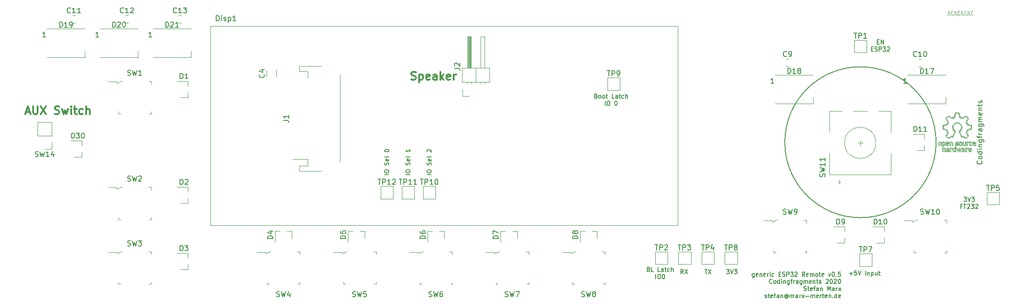
<source format=gbr>
%TF.GenerationSoftware,KiCad,Pcbnew,(5.1.6-0-10_14)*%
%TF.CreationDate,2020-10-26T15:40:05+01:00*%
%TF.ProjectId,GenericEPaperRemote,47656e65-7269-4634-9550-617065725265,rev?*%
%TF.SameCoordinates,Original*%
%TF.FileFunction,Legend,Top*%
%TF.FilePolarity,Positive*%
%FSLAX46Y46*%
G04 Gerber Fmt 4.6, Leading zero omitted, Abs format (unit mm)*
G04 Created by KiCad (PCBNEW (5.1.6-0-10_14)) date 2020-10-26 15:40:05*
%MOMM*%
%LPD*%
G01*
G04 APERTURE LIST*
%ADD10C,0.050000*%
%ADD11C,0.152400*%
%ADD12C,0.304800*%
%ADD13C,0.150000*%
%ADD14C,0.081600*%
%ADD15C,0.120000*%
%ADD16C,0.100000*%
G04 APERTURE END LIST*
D10*
X259310476Y-84009895D02*
X259310476Y-84590466D01*
X259286666Y-84706580D01*
X259239047Y-84783990D01*
X259167619Y-84822695D01*
X259120000Y-84822695D01*
X259786666Y-84822695D02*
X259548571Y-84822695D01*
X259548571Y-84009895D01*
X260239047Y-84745285D02*
X260215238Y-84783990D01*
X260143809Y-84822695D01*
X260096190Y-84822695D01*
X260024761Y-84783990D01*
X259977142Y-84706580D01*
X259953333Y-84629171D01*
X259929523Y-84474352D01*
X259929523Y-84358238D01*
X259953333Y-84203419D01*
X259977142Y-84126009D01*
X260024761Y-84048600D01*
X260096190Y-84009895D01*
X260143809Y-84009895D01*
X260215238Y-84048600D01*
X260239047Y-84087304D01*
X260596190Y-84009895D02*
X260596190Y-84590466D01*
X260572380Y-84706580D01*
X260524761Y-84783990D01*
X260453333Y-84822695D01*
X260405714Y-84822695D01*
X261072380Y-84822695D02*
X260834285Y-84822695D01*
X260834285Y-84009895D01*
X261524761Y-84745285D02*
X261500952Y-84783990D01*
X261429523Y-84822695D01*
X261381904Y-84822695D01*
X261310476Y-84783990D01*
X261262857Y-84706580D01*
X261239047Y-84629171D01*
X261215238Y-84474352D01*
X261215238Y-84358238D01*
X261239047Y-84203419D01*
X261262857Y-84126009D01*
X261310476Y-84048600D01*
X261381904Y-84009895D01*
X261429523Y-84009895D01*
X261500952Y-84048600D01*
X261524761Y-84087304D01*
X261881904Y-84009895D02*
X261881904Y-84590466D01*
X261858095Y-84706580D01*
X261810476Y-84783990D01*
X261739047Y-84822695D01*
X261691428Y-84822695D01*
X262358095Y-84822695D02*
X262120000Y-84822695D01*
X262120000Y-84009895D01*
X262810476Y-84745285D02*
X262786666Y-84783990D01*
X262715238Y-84822695D01*
X262667619Y-84822695D01*
X262596190Y-84783990D01*
X262548571Y-84706580D01*
X262524761Y-84629171D01*
X262500952Y-84474352D01*
X262500952Y-84358238D01*
X262524761Y-84203419D01*
X262548571Y-84126009D01*
X262596190Y-84048600D01*
X262667619Y-84009895D01*
X262715238Y-84009895D01*
X262786666Y-84048600D01*
X262810476Y-84087304D01*
X263167619Y-84009895D02*
X263167619Y-84590466D01*
X263143809Y-84706580D01*
X263096190Y-84783990D01*
X263024761Y-84822695D01*
X262977142Y-84822695D01*
X263643809Y-84822695D02*
X263405714Y-84822695D01*
X263405714Y-84009895D01*
X264096190Y-84745285D02*
X264072380Y-84783990D01*
X264000952Y-84822695D01*
X263953333Y-84822695D01*
X263881904Y-84783990D01*
X263834285Y-84706580D01*
X263810476Y-84629171D01*
X263786666Y-84474352D01*
X263786666Y-84358238D01*
X263810476Y-84203419D01*
X263834285Y-84126009D01*
X263881904Y-84048600D01*
X263953333Y-84009895D01*
X264000952Y-84009895D01*
X264072380Y-84048600D01*
X264096190Y-84087304D01*
D11*
X222233187Y-134420428D02*
X222233187Y-135078409D01*
X222194482Y-135155819D01*
X222155778Y-135194523D01*
X222078368Y-135233228D01*
X221962254Y-135233228D01*
X221884844Y-135194523D01*
X222233187Y-134923590D02*
X222155778Y-134962295D01*
X222000959Y-134962295D01*
X221923549Y-134923590D01*
X221884844Y-134884885D01*
X221846140Y-134807476D01*
X221846140Y-134575247D01*
X221884844Y-134497838D01*
X221923549Y-134459133D01*
X222000959Y-134420428D01*
X222155778Y-134420428D01*
X222233187Y-134459133D01*
X222929873Y-134923590D02*
X222852463Y-134962295D01*
X222697644Y-134962295D01*
X222620235Y-134923590D01*
X222581530Y-134846180D01*
X222581530Y-134536542D01*
X222620235Y-134459133D01*
X222697644Y-134420428D01*
X222852463Y-134420428D01*
X222929873Y-134459133D01*
X222968578Y-134536542D01*
X222968578Y-134613952D01*
X222581530Y-134691361D01*
X223316920Y-134420428D02*
X223316920Y-134962295D01*
X223316920Y-134497838D02*
X223355625Y-134459133D01*
X223433035Y-134420428D01*
X223549149Y-134420428D01*
X223626559Y-134459133D01*
X223665263Y-134536542D01*
X223665263Y-134962295D01*
X224361949Y-134923590D02*
X224284540Y-134962295D01*
X224129720Y-134962295D01*
X224052311Y-134923590D01*
X224013606Y-134846180D01*
X224013606Y-134536542D01*
X224052311Y-134459133D01*
X224129720Y-134420428D01*
X224284540Y-134420428D01*
X224361949Y-134459133D01*
X224400654Y-134536542D01*
X224400654Y-134613952D01*
X224013606Y-134691361D01*
X224748997Y-134962295D02*
X224748997Y-134420428D01*
X224748997Y-134575247D02*
X224787701Y-134497838D01*
X224826406Y-134459133D01*
X224903816Y-134420428D01*
X224981225Y-134420428D01*
X225252159Y-134962295D02*
X225252159Y-134420428D01*
X225252159Y-134149495D02*
X225213454Y-134188200D01*
X225252159Y-134226904D01*
X225290863Y-134188200D01*
X225252159Y-134149495D01*
X225252159Y-134226904D01*
X225987549Y-134923590D02*
X225910140Y-134962295D01*
X225755320Y-134962295D01*
X225677911Y-134923590D01*
X225639206Y-134884885D01*
X225600501Y-134807476D01*
X225600501Y-134575247D01*
X225639206Y-134497838D01*
X225677911Y-134459133D01*
X225755320Y-134420428D01*
X225910140Y-134420428D01*
X225987549Y-134459133D01*
X226955168Y-134536542D02*
X227226101Y-134536542D01*
X227342216Y-134962295D02*
X226955168Y-134962295D01*
X226955168Y-134149495D01*
X227342216Y-134149495D01*
X227651854Y-134923590D02*
X227767968Y-134962295D01*
X227961492Y-134962295D01*
X228038901Y-134923590D01*
X228077606Y-134884885D01*
X228116311Y-134807476D01*
X228116311Y-134730066D01*
X228077606Y-134652657D01*
X228038901Y-134613952D01*
X227961492Y-134575247D01*
X227806673Y-134536542D01*
X227729263Y-134497838D01*
X227690559Y-134459133D01*
X227651854Y-134381723D01*
X227651854Y-134304314D01*
X227690559Y-134226904D01*
X227729263Y-134188200D01*
X227806673Y-134149495D01*
X228000197Y-134149495D01*
X228116311Y-134188200D01*
X228464654Y-134962295D02*
X228464654Y-134149495D01*
X228774292Y-134149495D01*
X228851701Y-134188200D01*
X228890406Y-134226904D01*
X228929111Y-134304314D01*
X228929111Y-134420428D01*
X228890406Y-134497838D01*
X228851701Y-134536542D01*
X228774292Y-134575247D01*
X228464654Y-134575247D01*
X229200044Y-134149495D02*
X229703206Y-134149495D01*
X229432273Y-134459133D01*
X229548387Y-134459133D01*
X229625797Y-134497838D01*
X229664501Y-134536542D01*
X229703206Y-134613952D01*
X229703206Y-134807476D01*
X229664501Y-134884885D01*
X229625797Y-134923590D01*
X229548387Y-134962295D01*
X229316159Y-134962295D01*
X229238749Y-134923590D01*
X229200044Y-134884885D01*
X230012844Y-134226904D02*
X230051549Y-134188200D01*
X230128959Y-134149495D01*
X230322482Y-134149495D01*
X230399892Y-134188200D01*
X230438597Y-134226904D01*
X230477301Y-134304314D01*
X230477301Y-134381723D01*
X230438597Y-134497838D01*
X229974140Y-134962295D01*
X230477301Y-134962295D01*
X231909378Y-134962295D02*
X231638444Y-134575247D01*
X231444920Y-134962295D02*
X231444920Y-134149495D01*
X231754559Y-134149495D01*
X231831968Y-134188200D01*
X231870673Y-134226904D01*
X231909378Y-134304314D01*
X231909378Y-134420428D01*
X231870673Y-134497838D01*
X231831968Y-134536542D01*
X231754559Y-134575247D01*
X231444920Y-134575247D01*
X232567359Y-134923590D02*
X232489949Y-134962295D01*
X232335130Y-134962295D01*
X232257720Y-134923590D01*
X232219016Y-134846180D01*
X232219016Y-134536542D01*
X232257720Y-134459133D01*
X232335130Y-134420428D01*
X232489949Y-134420428D01*
X232567359Y-134459133D01*
X232606063Y-134536542D01*
X232606063Y-134613952D01*
X232219016Y-134691361D01*
X232954406Y-134962295D02*
X232954406Y-134420428D01*
X232954406Y-134497838D02*
X232993111Y-134459133D01*
X233070520Y-134420428D01*
X233186635Y-134420428D01*
X233264044Y-134459133D01*
X233302749Y-134536542D01*
X233302749Y-134962295D01*
X233302749Y-134536542D02*
X233341454Y-134459133D01*
X233418863Y-134420428D01*
X233534978Y-134420428D01*
X233612387Y-134459133D01*
X233651092Y-134536542D01*
X233651092Y-134962295D01*
X234154254Y-134962295D02*
X234076844Y-134923590D01*
X234038140Y-134884885D01*
X233999435Y-134807476D01*
X233999435Y-134575247D01*
X234038140Y-134497838D01*
X234076844Y-134459133D01*
X234154254Y-134420428D01*
X234270368Y-134420428D01*
X234347778Y-134459133D01*
X234386482Y-134497838D01*
X234425187Y-134575247D01*
X234425187Y-134807476D01*
X234386482Y-134884885D01*
X234347778Y-134923590D01*
X234270368Y-134962295D01*
X234154254Y-134962295D01*
X234657416Y-134420428D02*
X234967054Y-134420428D01*
X234773530Y-134149495D02*
X234773530Y-134846180D01*
X234812235Y-134923590D01*
X234889644Y-134962295D01*
X234967054Y-134962295D01*
X235547625Y-134923590D02*
X235470216Y-134962295D01*
X235315397Y-134962295D01*
X235237987Y-134923590D01*
X235199282Y-134846180D01*
X235199282Y-134536542D01*
X235237987Y-134459133D01*
X235315397Y-134420428D01*
X235470216Y-134420428D01*
X235547625Y-134459133D01*
X235586330Y-134536542D01*
X235586330Y-134613952D01*
X235199282Y-134691361D01*
X236476540Y-134420428D02*
X236670063Y-134962295D01*
X236863587Y-134420428D01*
X237328044Y-134149495D02*
X237405454Y-134149495D01*
X237482863Y-134188200D01*
X237521568Y-134226904D01*
X237560273Y-134304314D01*
X237598978Y-134459133D01*
X237598978Y-134652657D01*
X237560273Y-134807476D01*
X237521568Y-134884885D01*
X237482863Y-134923590D01*
X237405454Y-134962295D01*
X237328044Y-134962295D01*
X237250635Y-134923590D01*
X237211930Y-134884885D01*
X237173225Y-134807476D01*
X237134520Y-134652657D01*
X237134520Y-134459133D01*
X237173225Y-134304314D01*
X237211930Y-134226904D01*
X237250635Y-134188200D01*
X237328044Y-134149495D01*
X237947320Y-134884885D02*
X237986025Y-134923590D01*
X237947320Y-134962295D01*
X237908616Y-134923590D01*
X237947320Y-134884885D01*
X237947320Y-134962295D01*
X238721416Y-134149495D02*
X238334368Y-134149495D01*
X238295663Y-134536542D01*
X238334368Y-134497838D01*
X238411778Y-134459133D01*
X238605301Y-134459133D01*
X238682711Y-134497838D01*
X238721416Y-134536542D01*
X238760120Y-134613952D01*
X238760120Y-134807476D01*
X238721416Y-134884885D01*
X238682711Y-134923590D01*
X238605301Y-134962295D01*
X238411778Y-134962295D01*
X238334368Y-134923590D01*
X238295663Y-134884885D01*
X225639206Y-136256485D02*
X225600501Y-136295190D01*
X225484387Y-136333895D01*
X225406978Y-136333895D01*
X225290863Y-136295190D01*
X225213454Y-136217780D01*
X225174749Y-136140371D01*
X225136044Y-135985552D01*
X225136044Y-135869438D01*
X225174749Y-135714619D01*
X225213454Y-135637209D01*
X225290863Y-135559800D01*
X225406978Y-135521095D01*
X225484387Y-135521095D01*
X225600501Y-135559800D01*
X225639206Y-135598504D01*
X226103663Y-136333895D02*
X226026254Y-136295190D01*
X225987549Y-136256485D01*
X225948844Y-136179076D01*
X225948844Y-135946847D01*
X225987549Y-135869438D01*
X226026254Y-135830733D01*
X226103663Y-135792028D01*
X226219778Y-135792028D01*
X226297187Y-135830733D01*
X226335892Y-135869438D01*
X226374597Y-135946847D01*
X226374597Y-136179076D01*
X226335892Y-136256485D01*
X226297187Y-136295190D01*
X226219778Y-136333895D01*
X226103663Y-136333895D01*
X227071282Y-136333895D02*
X227071282Y-135521095D01*
X227071282Y-136295190D02*
X226993873Y-136333895D01*
X226839054Y-136333895D01*
X226761644Y-136295190D01*
X226722940Y-136256485D01*
X226684235Y-136179076D01*
X226684235Y-135946847D01*
X226722940Y-135869438D01*
X226761644Y-135830733D01*
X226839054Y-135792028D01*
X226993873Y-135792028D01*
X227071282Y-135830733D01*
X227458330Y-136333895D02*
X227458330Y-135792028D01*
X227458330Y-135521095D02*
X227419625Y-135559800D01*
X227458330Y-135598504D01*
X227497035Y-135559800D01*
X227458330Y-135521095D01*
X227458330Y-135598504D01*
X227845378Y-135792028D02*
X227845378Y-136333895D01*
X227845378Y-135869438D02*
X227884082Y-135830733D01*
X227961492Y-135792028D01*
X228077606Y-135792028D01*
X228155016Y-135830733D01*
X228193720Y-135908142D01*
X228193720Y-136333895D01*
X228929111Y-135792028D02*
X228929111Y-136450009D01*
X228890406Y-136527419D01*
X228851701Y-136566123D01*
X228774292Y-136604828D01*
X228658178Y-136604828D01*
X228580768Y-136566123D01*
X228929111Y-136295190D02*
X228851701Y-136333895D01*
X228696882Y-136333895D01*
X228619473Y-136295190D01*
X228580768Y-136256485D01*
X228542063Y-136179076D01*
X228542063Y-135946847D01*
X228580768Y-135869438D01*
X228619473Y-135830733D01*
X228696882Y-135792028D01*
X228851701Y-135792028D01*
X228929111Y-135830733D01*
X229200044Y-135792028D02*
X229509682Y-135792028D01*
X229316159Y-136333895D02*
X229316159Y-135637209D01*
X229354863Y-135559800D01*
X229432273Y-135521095D01*
X229509682Y-135521095D01*
X229780616Y-136333895D02*
X229780616Y-135792028D01*
X229780616Y-135946847D02*
X229819320Y-135869438D01*
X229858025Y-135830733D01*
X229935435Y-135792028D01*
X230012844Y-135792028D01*
X230632120Y-136333895D02*
X230632120Y-135908142D01*
X230593416Y-135830733D01*
X230516006Y-135792028D01*
X230361187Y-135792028D01*
X230283778Y-135830733D01*
X230632120Y-136295190D02*
X230554711Y-136333895D01*
X230361187Y-136333895D01*
X230283778Y-136295190D01*
X230245073Y-136217780D01*
X230245073Y-136140371D01*
X230283778Y-136062961D01*
X230361187Y-136024257D01*
X230554711Y-136024257D01*
X230632120Y-135985552D01*
X231367511Y-135792028D02*
X231367511Y-136450009D01*
X231328806Y-136527419D01*
X231290101Y-136566123D01*
X231212692Y-136604828D01*
X231096578Y-136604828D01*
X231019168Y-136566123D01*
X231367511Y-136295190D02*
X231290101Y-136333895D01*
X231135282Y-136333895D01*
X231057873Y-136295190D01*
X231019168Y-136256485D01*
X230980463Y-136179076D01*
X230980463Y-135946847D01*
X231019168Y-135869438D01*
X231057873Y-135830733D01*
X231135282Y-135792028D01*
X231290101Y-135792028D01*
X231367511Y-135830733D01*
X231754559Y-136333895D02*
X231754559Y-135792028D01*
X231754559Y-135869438D02*
X231793263Y-135830733D01*
X231870673Y-135792028D01*
X231986787Y-135792028D01*
X232064197Y-135830733D01*
X232102901Y-135908142D01*
X232102901Y-136333895D01*
X232102901Y-135908142D02*
X232141606Y-135830733D01*
X232219016Y-135792028D01*
X232335130Y-135792028D01*
X232412540Y-135830733D01*
X232451244Y-135908142D01*
X232451244Y-136333895D01*
X233147930Y-136295190D02*
X233070520Y-136333895D01*
X232915701Y-136333895D01*
X232838292Y-136295190D01*
X232799587Y-136217780D01*
X232799587Y-135908142D01*
X232838292Y-135830733D01*
X232915701Y-135792028D01*
X233070520Y-135792028D01*
X233147930Y-135830733D01*
X233186635Y-135908142D01*
X233186635Y-135985552D01*
X232799587Y-136062961D01*
X233534978Y-135792028D02*
X233534978Y-136333895D01*
X233534978Y-135869438D02*
X233573682Y-135830733D01*
X233651092Y-135792028D01*
X233767206Y-135792028D01*
X233844616Y-135830733D01*
X233883320Y-135908142D01*
X233883320Y-136333895D01*
X234154254Y-135792028D02*
X234463892Y-135792028D01*
X234270368Y-135521095D02*
X234270368Y-136217780D01*
X234309073Y-136295190D01*
X234386482Y-136333895D01*
X234463892Y-136333895D01*
X234696120Y-136295190D02*
X234773530Y-136333895D01*
X234928349Y-136333895D01*
X235005759Y-136295190D01*
X235044463Y-136217780D01*
X235044463Y-136179076D01*
X235005759Y-136101666D01*
X234928349Y-136062961D01*
X234812235Y-136062961D01*
X234734825Y-136024257D01*
X234696120Y-135946847D01*
X234696120Y-135908142D01*
X234734825Y-135830733D01*
X234812235Y-135792028D01*
X234928349Y-135792028D01*
X235005759Y-135830733D01*
X235973378Y-135598504D02*
X236012082Y-135559800D01*
X236089492Y-135521095D01*
X236283016Y-135521095D01*
X236360425Y-135559800D01*
X236399130Y-135598504D01*
X236437835Y-135675914D01*
X236437835Y-135753323D01*
X236399130Y-135869438D01*
X235934673Y-136333895D01*
X236437835Y-136333895D01*
X236940997Y-135521095D02*
X237018406Y-135521095D01*
X237095816Y-135559800D01*
X237134520Y-135598504D01*
X237173225Y-135675914D01*
X237211930Y-135830733D01*
X237211930Y-136024257D01*
X237173225Y-136179076D01*
X237134520Y-136256485D01*
X237095816Y-136295190D01*
X237018406Y-136333895D01*
X236940997Y-136333895D01*
X236863587Y-136295190D01*
X236824882Y-136256485D01*
X236786178Y-136179076D01*
X236747473Y-136024257D01*
X236747473Y-135830733D01*
X236786178Y-135675914D01*
X236824882Y-135598504D01*
X236863587Y-135559800D01*
X236940997Y-135521095D01*
X237521568Y-135598504D02*
X237560273Y-135559800D01*
X237637682Y-135521095D01*
X237831206Y-135521095D01*
X237908616Y-135559800D01*
X237947320Y-135598504D01*
X237986025Y-135675914D01*
X237986025Y-135753323D01*
X237947320Y-135869438D01*
X237482863Y-136333895D01*
X237986025Y-136333895D01*
X238489187Y-135521095D02*
X238566597Y-135521095D01*
X238644006Y-135559800D01*
X238682711Y-135598504D01*
X238721416Y-135675914D01*
X238760120Y-135830733D01*
X238760120Y-136024257D01*
X238721416Y-136179076D01*
X238682711Y-136256485D01*
X238644006Y-136295190D01*
X238566597Y-136333895D01*
X238489187Y-136333895D01*
X238411778Y-136295190D01*
X238373073Y-136256485D01*
X238334368Y-136179076D01*
X238295663Y-136024257D01*
X238295663Y-135830733D01*
X238334368Y-135675914D01*
X238373073Y-135598504D01*
X238411778Y-135559800D01*
X238489187Y-135521095D01*
X231754559Y-137666790D02*
X231870673Y-137705495D01*
X232064197Y-137705495D01*
X232141606Y-137666790D01*
X232180311Y-137628085D01*
X232219016Y-137550676D01*
X232219016Y-137473266D01*
X232180311Y-137395857D01*
X232141606Y-137357152D01*
X232064197Y-137318447D01*
X231909378Y-137279742D01*
X231831968Y-137241038D01*
X231793263Y-137202333D01*
X231754559Y-137124923D01*
X231754559Y-137047514D01*
X231793263Y-136970104D01*
X231831968Y-136931400D01*
X231909378Y-136892695D01*
X232102901Y-136892695D01*
X232219016Y-136931400D01*
X232451244Y-137163628D02*
X232760882Y-137163628D01*
X232567359Y-136892695D02*
X232567359Y-137589380D01*
X232606063Y-137666790D01*
X232683473Y-137705495D01*
X232760882Y-137705495D01*
X233341454Y-137666790D02*
X233264044Y-137705495D01*
X233109225Y-137705495D01*
X233031816Y-137666790D01*
X232993111Y-137589380D01*
X232993111Y-137279742D01*
X233031816Y-137202333D01*
X233109225Y-137163628D01*
X233264044Y-137163628D01*
X233341454Y-137202333D01*
X233380159Y-137279742D01*
X233380159Y-137357152D01*
X232993111Y-137434561D01*
X233612387Y-137163628D02*
X233922025Y-137163628D01*
X233728501Y-137705495D02*
X233728501Y-137008809D01*
X233767206Y-136931400D01*
X233844616Y-136892695D01*
X233922025Y-136892695D01*
X234541301Y-137705495D02*
X234541301Y-137279742D01*
X234502597Y-137202333D01*
X234425187Y-137163628D01*
X234270368Y-137163628D01*
X234192959Y-137202333D01*
X234541301Y-137666790D02*
X234463892Y-137705495D01*
X234270368Y-137705495D01*
X234192959Y-137666790D01*
X234154254Y-137589380D01*
X234154254Y-137511971D01*
X234192959Y-137434561D01*
X234270368Y-137395857D01*
X234463892Y-137395857D01*
X234541301Y-137357152D01*
X234928349Y-137163628D02*
X234928349Y-137705495D01*
X234928349Y-137241038D02*
X234967054Y-137202333D01*
X235044463Y-137163628D01*
X235160578Y-137163628D01*
X235237987Y-137202333D01*
X235276692Y-137279742D01*
X235276692Y-137705495D01*
X236283016Y-137705495D02*
X236283016Y-136892695D01*
X236553949Y-137473266D01*
X236824882Y-136892695D01*
X236824882Y-137705495D01*
X237560273Y-137705495D02*
X237560273Y-137279742D01*
X237521568Y-137202333D01*
X237444159Y-137163628D01*
X237289340Y-137163628D01*
X237211930Y-137202333D01*
X237560273Y-137666790D02*
X237482863Y-137705495D01*
X237289340Y-137705495D01*
X237211930Y-137666790D01*
X237173225Y-137589380D01*
X237173225Y-137511971D01*
X237211930Y-137434561D01*
X237289340Y-137395857D01*
X237482863Y-137395857D01*
X237560273Y-137357152D01*
X237947320Y-137705495D02*
X237947320Y-137163628D01*
X237947320Y-137318447D02*
X237986025Y-137241038D01*
X238024730Y-137202333D01*
X238102140Y-137163628D01*
X238179549Y-137163628D01*
X238373073Y-137705495D02*
X238798825Y-137163628D01*
X238373073Y-137163628D02*
X238798825Y-137705495D01*
X224284540Y-139038390D02*
X224361949Y-139077095D01*
X224516768Y-139077095D01*
X224594178Y-139038390D01*
X224632882Y-138960980D01*
X224632882Y-138922276D01*
X224594178Y-138844866D01*
X224516768Y-138806161D01*
X224400654Y-138806161D01*
X224323244Y-138767457D01*
X224284540Y-138690047D01*
X224284540Y-138651342D01*
X224323244Y-138573933D01*
X224400654Y-138535228D01*
X224516768Y-138535228D01*
X224594178Y-138573933D01*
X224865111Y-138535228D02*
X225174749Y-138535228D01*
X224981225Y-138264295D02*
X224981225Y-138960980D01*
X225019930Y-139038390D01*
X225097340Y-139077095D01*
X225174749Y-139077095D01*
X225755320Y-139038390D02*
X225677911Y-139077095D01*
X225523092Y-139077095D01*
X225445682Y-139038390D01*
X225406978Y-138960980D01*
X225406978Y-138651342D01*
X225445682Y-138573933D01*
X225523092Y-138535228D01*
X225677911Y-138535228D01*
X225755320Y-138573933D01*
X225794025Y-138651342D01*
X225794025Y-138728752D01*
X225406978Y-138806161D01*
X226026254Y-138535228D02*
X226335892Y-138535228D01*
X226142368Y-139077095D02*
X226142368Y-138380409D01*
X226181073Y-138303000D01*
X226258482Y-138264295D01*
X226335892Y-138264295D01*
X226955168Y-139077095D02*
X226955168Y-138651342D01*
X226916463Y-138573933D01*
X226839054Y-138535228D01*
X226684235Y-138535228D01*
X226606825Y-138573933D01*
X226955168Y-139038390D02*
X226877759Y-139077095D01*
X226684235Y-139077095D01*
X226606825Y-139038390D01*
X226568120Y-138960980D01*
X226568120Y-138883571D01*
X226606825Y-138806161D01*
X226684235Y-138767457D01*
X226877759Y-138767457D01*
X226955168Y-138728752D01*
X227342216Y-138535228D02*
X227342216Y-139077095D01*
X227342216Y-138612638D02*
X227380920Y-138573933D01*
X227458330Y-138535228D01*
X227574444Y-138535228D01*
X227651854Y-138573933D01*
X227690559Y-138651342D01*
X227690559Y-139077095D01*
X228580768Y-138690047D02*
X228542063Y-138651342D01*
X228464654Y-138612638D01*
X228387244Y-138612638D01*
X228309835Y-138651342D01*
X228271130Y-138690047D01*
X228232425Y-138767457D01*
X228232425Y-138844866D01*
X228271130Y-138922276D01*
X228309835Y-138960980D01*
X228387244Y-138999685D01*
X228464654Y-138999685D01*
X228542063Y-138960980D01*
X228580768Y-138922276D01*
X228580768Y-138612638D02*
X228580768Y-138922276D01*
X228619473Y-138960980D01*
X228658178Y-138960980D01*
X228735587Y-138922276D01*
X228774292Y-138844866D01*
X228774292Y-138651342D01*
X228696882Y-138535228D01*
X228580768Y-138457819D01*
X228425949Y-138419114D01*
X228271130Y-138457819D01*
X228155016Y-138535228D01*
X228077606Y-138651342D01*
X228038901Y-138806161D01*
X228077606Y-138960980D01*
X228155016Y-139077095D01*
X228271130Y-139154504D01*
X228425949Y-139193209D01*
X228580768Y-139154504D01*
X228696882Y-139077095D01*
X229122635Y-139077095D02*
X229122635Y-138535228D01*
X229122635Y-138612638D02*
X229161340Y-138573933D01*
X229238749Y-138535228D01*
X229354863Y-138535228D01*
X229432273Y-138573933D01*
X229470978Y-138651342D01*
X229470978Y-139077095D01*
X229470978Y-138651342D02*
X229509682Y-138573933D01*
X229587092Y-138535228D01*
X229703206Y-138535228D01*
X229780616Y-138573933D01*
X229819320Y-138651342D01*
X229819320Y-139077095D01*
X230554711Y-139077095D02*
X230554711Y-138651342D01*
X230516006Y-138573933D01*
X230438597Y-138535228D01*
X230283778Y-138535228D01*
X230206368Y-138573933D01*
X230554711Y-139038390D02*
X230477301Y-139077095D01*
X230283778Y-139077095D01*
X230206368Y-139038390D01*
X230167663Y-138960980D01*
X230167663Y-138883571D01*
X230206368Y-138806161D01*
X230283778Y-138767457D01*
X230477301Y-138767457D01*
X230554711Y-138728752D01*
X230941759Y-139077095D02*
X230941759Y-138535228D01*
X230941759Y-138690047D02*
X230980463Y-138612638D01*
X231019168Y-138573933D01*
X231096578Y-138535228D01*
X231173987Y-138535228D01*
X231367511Y-139077095D02*
X231793263Y-138535228D01*
X231367511Y-138535228D02*
X231793263Y-139077095D01*
X232102901Y-138767457D02*
X232722178Y-138767457D01*
X233109225Y-139077095D02*
X233109225Y-138535228D01*
X233109225Y-138612638D02*
X233147930Y-138573933D01*
X233225340Y-138535228D01*
X233341454Y-138535228D01*
X233418863Y-138573933D01*
X233457568Y-138651342D01*
X233457568Y-139077095D01*
X233457568Y-138651342D02*
X233496273Y-138573933D01*
X233573682Y-138535228D01*
X233689797Y-138535228D01*
X233767206Y-138573933D01*
X233805911Y-138651342D01*
X233805911Y-139077095D01*
X234502597Y-139038390D02*
X234425187Y-139077095D01*
X234270368Y-139077095D01*
X234192959Y-139038390D01*
X234154254Y-138960980D01*
X234154254Y-138651342D01*
X234192959Y-138573933D01*
X234270368Y-138535228D01*
X234425187Y-138535228D01*
X234502597Y-138573933D01*
X234541301Y-138651342D01*
X234541301Y-138728752D01*
X234154254Y-138806161D01*
X234889644Y-139077095D02*
X234889644Y-138535228D01*
X234889644Y-138690047D02*
X234928349Y-138612638D01*
X234967054Y-138573933D01*
X235044463Y-138535228D01*
X235121873Y-138535228D01*
X235276692Y-138535228D02*
X235586330Y-138535228D01*
X235392806Y-138264295D02*
X235392806Y-138960980D01*
X235431511Y-139038390D01*
X235508920Y-139077095D01*
X235586330Y-139077095D01*
X236166901Y-139038390D02*
X236089492Y-139077095D01*
X235934673Y-139077095D01*
X235857263Y-139038390D01*
X235818559Y-138960980D01*
X235818559Y-138651342D01*
X235857263Y-138573933D01*
X235934673Y-138535228D01*
X236089492Y-138535228D01*
X236166901Y-138573933D01*
X236205606Y-138651342D01*
X236205606Y-138728752D01*
X235818559Y-138806161D01*
X236553949Y-138535228D02*
X236553949Y-139077095D01*
X236553949Y-138612638D02*
X236592654Y-138573933D01*
X236670063Y-138535228D01*
X236786178Y-138535228D01*
X236863587Y-138573933D01*
X236902292Y-138651342D01*
X236902292Y-139077095D01*
X237289340Y-138999685D02*
X237328044Y-139038390D01*
X237289340Y-139077095D01*
X237250635Y-139038390D01*
X237289340Y-138999685D01*
X237289340Y-139077095D01*
X238024730Y-139077095D02*
X238024730Y-138264295D01*
X238024730Y-139038390D02*
X237947320Y-139077095D01*
X237792501Y-139077095D01*
X237715092Y-139038390D01*
X237676387Y-138999685D01*
X237637682Y-138922276D01*
X237637682Y-138690047D01*
X237676387Y-138612638D01*
X237715092Y-138573933D01*
X237792501Y-138535228D01*
X237947320Y-138535228D01*
X238024730Y-138573933D01*
X238721416Y-139038390D02*
X238644006Y-139077095D01*
X238489187Y-139077095D01*
X238411778Y-139038390D01*
X238373073Y-138960980D01*
X238373073Y-138651342D01*
X238411778Y-138573933D01*
X238489187Y-138535228D01*
X238644006Y-138535228D01*
X238721416Y-138573933D01*
X238760120Y-138651342D01*
X238760120Y-138728752D01*
X238373073Y-138806161D01*
X160387695Y-115410342D02*
X159574895Y-115410342D01*
X159574895Y-114868476D02*
X159574895Y-114713657D01*
X159613600Y-114636247D01*
X159691009Y-114558838D01*
X159845828Y-114520133D01*
X160116761Y-114520133D01*
X160271580Y-114558838D01*
X160348990Y-114636247D01*
X160387695Y-114713657D01*
X160387695Y-114868476D01*
X160348990Y-114945885D01*
X160271580Y-115023295D01*
X160116761Y-115062000D01*
X159845828Y-115062000D01*
X159691009Y-115023295D01*
X159613600Y-114945885D01*
X159574895Y-114868476D01*
X160348990Y-113591219D02*
X160387695Y-113475104D01*
X160387695Y-113281580D01*
X160348990Y-113204171D01*
X160310285Y-113165466D01*
X160232876Y-113126761D01*
X160155466Y-113126761D01*
X160078057Y-113165466D01*
X160039352Y-113204171D01*
X160000647Y-113281580D01*
X159961942Y-113436400D01*
X159923238Y-113513809D01*
X159884533Y-113552514D01*
X159807123Y-113591219D01*
X159729714Y-113591219D01*
X159652304Y-113552514D01*
X159613600Y-113513809D01*
X159574895Y-113436400D01*
X159574895Y-113242876D01*
X159613600Y-113126761D01*
X160348990Y-112468780D02*
X160387695Y-112546190D01*
X160387695Y-112701009D01*
X160348990Y-112778419D01*
X160271580Y-112817123D01*
X159961942Y-112817123D01*
X159884533Y-112778419D01*
X159845828Y-112701009D01*
X159845828Y-112546190D01*
X159884533Y-112468780D01*
X159961942Y-112430076D01*
X160039352Y-112430076D01*
X160116761Y-112817123D01*
X160387695Y-111965619D02*
X160348990Y-112043028D01*
X160271580Y-112081733D01*
X159574895Y-112081733D01*
X159652304Y-111075409D02*
X159613600Y-111036704D01*
X159574895Y-110959295D01*
X159574895Y-110765771D01*
X159613600Y-110688361D01*
X159652304Y-110649657D01*
X159729714Y-110610952D01*
X159807123Y-110610952D01*
X159923238Y-110649657D01*
X160387695Y-111114114D01*
X160387695Y-110610952D01*
X156323695Y-115410342D02*
X155510895Y-115410342D01*
X155510895Y-114868476D02*
X155510895Y-114713657D01*
X155549600Y-114636247D01*
X155627009Y-114558838D01*
X155781828Y-114520133D01*
X156052761Y-114520133D01*
X156207580Y-114558838D01*
X156284990Y-114636247D01*
X156323695Y-114713657D01*
X156323695Y-114868476D01*
X156284990Y-114945885D01*
X156207580Y-115023295D01*
X156052761Y-115062000D01*
X155781828Y-115062000D01*
X155627009Y-115023295D01*
X155549600Y-114945885D01*
X155510895Y-114868476D01*
X156284990Y-113591219D02*
X156323695Y-113475104D01*
X156323695Y-113281580D01*
X156284990Y-113204171D01*
X156246285Y-113165466D01*
X156168876Y-113126761D01*
X156091466Y-113126761D01*
X156014057Y-113165466D01*
X155975352Y-113204171D01*
X155936647Y-113281580D01*
X155897942Y-113436400D01*
X155859238Y-113513809D01*
X155820533Y-113552514D01*
X155743123Y-113591219D01*
X155665714Y-113591219D01*
X155588304Y-113552514D01*
X155549600Y-113513809D01*
X155510895Y-113436400D01*
X155510895Y-113242876D01*
X155549600Y-113126761D01*
X156284990Y-112468780D02*
X156323695Y-112546190D01*
X156323695Y-112701009D01*
X156284990Y-112778419D01*
X156207580Y-112817123D01*
X155897942Y-112817123D01*
X155820533Y-112778419D01*
X155781828Y-112701009D01*
X155781828Y-112546190D01*
X155820533Y-112468780D01*
X155897942Y-112430076D01*
X155975352Y-112430076D01*
X156052761Y-112817123D01*
X156323695Y-111965619D02*
X156284990Y-112043028D01*
X156207580Y-112081733D01*
X155510895Y-112081733D01*
X156323695Y-110610952D02*
X156323695Y-111075409D01*
X156323695Y-110843180D02*
X155510895Y-110843180D01*
X155627009Y-110920590D01*
X155704419Y-110998000D01*
X155743123Y-111075409D01*
X152259695Y-115410342D02*
X151446895Y-115410342D01*
X151446895Y-114868476D02*
X151446895Y-114713657D01*
X151485600Y-114636247D01*
X151563009Y-114558838D01*
X151717828Y-114520133D01*
X151988761Y-114520133D01*
X152143580Y-114558838D01*
X152220990Y-114636247D01*
X152259695Y-114713657D01*
X152259695Y-114868476D01*
X152220990Y-114945885D01*
X152143580Y-115023295D01*
X151988761Y-115062000D01*
X151717828Y-115062000D01*
X151563009Y-115023295D01*
X151485600Y-114945885D01*
X151446895Y-114868476D01*
X152220990Y-113591219D02*
X152259695Y-113475104D01*
X152259695Y-113281580D01*
X152220990Y-113204171D01*
X152182285Y-113165466D01*
X152104876Y-113126761D01*
X152027466Y-113126761D01*
X151950057Y-113165466D01*
X151911352Y-113204171D01*
X151872647Y-113281580D01*
X151833942Y-113436400D01*
X151795238Y-113513809D01*
X151756533Y-113552514D01*
X151679123Y-113591219D01*
X151601714Y-113591219D01*
X151524304Y-113552514D01*
X151485600Y-113513809D01*
X151446895Y-113436400D01*
X151446895Y-113242876D01*
X151485600Y-113126761D01*
X152220990Y-112468780D02*
X152259695Y-112546190D01*
X152259695Y-112701009D01*
X152220990Y-112778419D01*
X152143580Y-112817123D01*
X151833942Y-112817123D01*
X151756533Y-112778419D01*
X151717828Y-112701009D01*
X151717828Y-112546190D01*
X151756533Y-112468780D01*
X151833942Y-112430076D01*
X151911352Y-112430076D01*
X151988761Y-112817123D01*
X152259695Y-111965619D02*
X152220990Y-112043028D01*
X152143580Y-112081733D01*
X151446895Y-112081733D01*
X151446895Y-110881885D02*
X151446895Y-110804476D01*
X151485600Y-110727066D01*
X151524304Y-110688361D01*
X151601714Y-110649657D01*
X151756533Y-110610952D01*
X151950057Y-110610952D01*
X152104876Y-110649657D01*
X152182285Y-110688361D01*
X152220990Y-110727066D01*
X152259695Y-110804476D01*
X152259695Y-110881885D01*
X152220990Y-110959295D01*
X152182285Y-110998000D01*
X152104876Y-111036704D01*
X151950057Y-111075409D01*
X151756533Y-111075409D01*
X151601714Y-111036704D01*
X151524304Y-110998000D01*
X151485600Y-110959295D01*
X151446895Y-110881885D01*
X191953847Y-100348142D02*
X192069961Y-100386847D01*
X192108666Y-100425552D01*
X192147371Y-100502961D01*
X192147371Y-100619076D01*
X192108666Y-100696485D01*
X192069961Y-100735190D01*
X191992552Y-100773895D01*
X191682914Y-100773895D01*
X191682914Y-99961095D01*
X191953847Y-99961095D01*
X192031257Y-99999800D01*
X192069961Y-100038504D01*
X192108666Y-100115914D01*
X192108666Y-100193323D01*
X192069961Y-100270733D01*
X192031257Y-100309438D01*
X191953847Y-100348142D01*
X191682914Y-100348142D01*
X192611828Y-100773895D02*
X192534419Y-100735190D01*
X192495714Y-100696485D01*
X192457009Y-100619076D01*
X192457009Y-100386847D01*
X192495714Y-100309438D01*
X192534419Y-100270733D01*
X192611828Y-100232028D01*
X192727942Y-100232028D01*
X192805352Y-100270733D01*
X192844057Y-100309438D01*
X192882761Y-100386847D01*
X192882761Y-100619076D01*
X192844057Y-100696485D01*
X192805352Y-100735190D01*
X192727942Y-100773895D01*
X192611828Y-100773895D01*
X193347219Y-100773895D02*
X193269809Y-100735190D01*
X193231104Y-100696485D01*
X193192400Y-100619076D01*
X193192400Y-100386847D01*
X193231104Y-100309438D01*
X193269809Y-100270733D01*
X193347219Y-100232028D01*
X193463333Y-100232028D01*
X193540742Y-100270733D01*
X193579447Y-100309438D01*
X193618152Y-100386847D01*
X193618152Y-100619076D01*
X193579447Y-100696485D01*
X193540742Y-100735190D01*
X193463333Y-100773895D01*
X193347219Y-100773895D01*
X193850380Y-100232028D02*
X194160019Y-100232028D01*
X193966495Y-99961095D02*
X193966495Y-100657780D01*
X194005200Y-100735190D01*
X194082609Y-100773895D01*
X194160019Y-100773895D01*
X195437276Y-100773895D02*
X195050228Y-100773895D01*
X195050228Y-99961095D01*
X196056552Y-100773895D02*
X196056552Y-100348142D01*
X196017847Y-100270733D01*
X195940438Y-100232028D01*
X195785619Y-100232028D01*
X195708209Y-100270733D01*
X196056552Y-100735190D02*
X195979142Y-100773895D01*
X195785619Y-100773895D01*
X195708209Y-100735190D01*
X195669504Y-100657780D01*
X195669504Y-100580371D01*
X195708209Y-100502961D01*
X195785619Y-100464257D01*
X195979142Y-100464257D01*
X196056552Y-100425552D01*
X196327485Y-100232028D02*
X196637123Y-100232028D01*
X196443600Y-99961095D02*
X196443600Y-100657780D01*
X196482304Y-100735190D01*
X196559714Y-100773895D01*
X196637123Y-100773895D01*
X197256400Y-100735190D02*
X197178990Y-100773895D01*
X197024171Y-100773895D01*
X196946761Y-100735190D01*
X196908057Y-100696485D01*
X196869352Y-100619076D01*
X196869352Y-100386847D01*
X196908057Y-100309438D01*
X196946761Y-100270733D01*
X197024171Y-100232028D01*
X197178990Y-100232028D01*
X197256400Y-100270733D01*
X197604742Y-100773895D02*
X197604742Y-99961095D01*
X197953085Y-100773895D02*
X197953085Y-100348142D01*
X197914380Y-100270733D01*
X197836971Y-100232028D01*
X197720857Y-100232028D01*
X197643447Y-100270733D01*
X197604742Y-100309438D01*
X193695561Y-102145495D02*
X193695561Y-101332695D01*
X194237428Y-101332695D02*
X194392247Y-101332695D01*
X194469657Y-101371400D01*
X194547066Y-101448809D01*
X194585771Y-101603628D01*
X194585771Y-101874561D01*
X194547066Y-102029380D01*
X194469657Y-102106790D01*
X194392247Y-102145495D01*
X194237428Y-102145495D01*
X194160019Y-102106790D01*
X194082609Y-102029380D01*
X194043904Y-101874561D01*
X194043904Y-101603628D01*
X194082609Y-101448809D01*
X194160019Y-101371400D01*
X194237428Y-101332695D01*
X195708209Y-101332695D02*
X195785619Y-101332695D01*
X195863028Y-101371400D01*
X195901733Y-101410104D01*
X195940438Y-101487514D01*
X195979142Y-101642333D01*
X195979142Y-101835857D01*
X195940438Y-101990676D01*
X195901733Y-102068085D01*
X195863028Y-102106790D01*
X195785619Y-102145495D01*
X195708209Y-102145495D01*
X195630800Y-102106790D01*
X195592095Y-102068085D01*
X195553390Y-101990676D01*
X195514685Y-101835857D01*
X195514685Y-101642333D01*
X195553390Y-101487514D01*
X195592095Y-101410104D01*
X195630800Y-101371400D01*
X195708209Y-101332695D01*
X245780076Y-89934142D02*
X246051009Y-89934142D01*
X246167123Y-90359895D02*
X245780076Y-90359895D01*
X245780076Y-89547095D01*
X246167123Y-89547095D01*
X246515466Y-90359895D02*
X246515466Y-89547095D01*
X246979923Y-90359895D01*
X246979923Y-89547095D01*
X244638285Y-91305742D02*
X244909219Y-91305742D01*
X245025333Y-91731495D02*
X244638285Y-91731495D01*
X244638285Y-90918695D01*
X245025333Y-90918695D01*
X245334971Y-91692790D02*
X245451085Y-91731495D01*
X245644609Y-91731495D01*
X245722019Y-91692790D01*
X245760723Y-91654085D01*
X245799428Y-91576676D01*
X245799428Y-91499266D01*
X245760723Y-91421857D01*
X245722019Y-91383152D01*
X245644609Y-91344447D01*
X245489790Y-91305742D01*
X245412380Y-91267038D01*
X245373676Y-91228333D01*
X245334971Y-91150923D01*
X245334971Y-91073514D01*
X245373676Y-90996104D01*
X245412380Y-90957400D01*
X245489790Y-90918695D01*
X245683314Y-90918695D01*
X245799428Y-90957400D01*
X246147771Y-91731495D02*
X246147771Y-90918695D01*
X246457409Y-90918695D01*
X246534819Y-90957400D01*
X246573523Y-90996104D01*
X246612228Y-91073514D01*
X246612228Y-91189628D01*
X246573523Y-91267038D01*
X246534819Y-91305742D01*
X246457409Y-91344447D01*
X246147771Y-91344447D01*
X246883161Y-90918695D02*
X247386323Y-90918695D01*
X247115390Y-91228333D01*
X247231504Y-91228333D01*
X247308914Y-91267038D01*
X247347619Y-91305742D01*
X247386323Y-91383152D01*
X247386323Y-91576676D01*
X247347619Y-91654085D01*
X247308914Y-91692790D01*
X247231504Y-91731495D01*
X246999276Y-91731495D01*
X246921866Y-91692790D01*
X246883161Y-91654085D01*
X247695961Y-90996104D02*
X247734666Y-90957400D01*
X247812076Y-90918695D01*
X248005600Y-90918695D01*
X248083009Y-90957400D01*
X248121714Y-90996104D01*
X248160419Y-91073514D01*
X248160419Y-91150923D01*
X248121714Y-91267038D01*
X247657257Y-91731495D01*
X248160419Y-91731495D01*
X262391676Y-119773095D02*
X262894838Y-119773095D01*
X262623904Y-120082733D01*
X262740019Y-120082733D01*
X262817428Y-120121438D01*
X262856133Y-120160142D01*
X262894838Y-120237552D01*
X262894838Y-120431076D01*
X262856133Y-120508485D01*
X262817428Y-120547190D01*
X262740019Y-120585895D01*
X262507790Y-120585895D01*
X262430380Y-120547190D01*
X262391676Y-120508485D01*
X263127066Y-119773095D02*
X263398000Y-120585895D01*
X263668933Y-119773095D01*
X263862457Y-119773095D02*
X264365619Y-119773095D01*
X264094685Y-120082733D01*
X264210800Y-120082733D01*
X264288209Y-120121438D01*
X264326914Y-120160142D01*
X264365619Y-120237552D01*
X264365619Y-120431076D01*
X264326914Y-120508485D01*
X264288209Y-120547190D01*
X264210800Y-120585895D01*
X263978571Y-120585895D01*
X263901161Y-120547190D01*
X263862457Y-120508485D01*
X262043333Y-121531742D02*
X261772400Y-121531742D01*
X261772400Y-121957495D02*
X261772400Y-121144695D01*
X262159447Y-121144695D01*
X262352971Y-121144695D02*
X262817428Y-121144695D01*
X262585200Y-121957495D02*
X262585200Y-121144695D01*
X263049657Y-121222104D02*
X263088361Y-121183400D01*
X263165771Y-121144695D01*
X263359295Y-121144695D01*
X263436704Y-121183400D01*
X263475409Y-121222104D01*
X263514114Y-121299514D01*
X263514114Y-121376923D01*
X263475409Y-121493038D01*
X263010952Y-121957495D01*
X263514114Y-121957495D01*
X263785047Y-121144695D02*
X264288209Y-121144695D01*
X264017276Y-121454333D01*
X264133390Y-121454333D01*
X264210800Y-121493038D01*
X264249504Y-121531742D01*
X264288209Y-121609152D01*
X264288209Y-121802676D01*
X264249504Y-121880085D01*
X264210800Y-121918790D01*
X264133390Y-121957495D01*
X263901161Y-121957495D01*
X263823752Y-121918790D01*
X263785047Y-121880085D01*
X264597847Y-121222104D02*
X264636552Y-121183400D01*
X264713961Y-121144695D01*
X264907485Y-121144695D01*
X264984895Y-121183400D01*
X265023600Y-121222104D01*
X265062304Y-121299514D01*
X265062304Y-121376923D01*
X265023600Y-121493038D01*
X264559142Y-121957495D01*
X265062304Y-121957495D01*
X201990476Y-133622142D02*
X202106590Y-133660847D01*
X202145295Y-133699552D01*
X202184000Y-133776961D01*
X202184000Y-133893076D01*
X202145295Y-133970485D01*
X202106590Y-134009190D01*
X202029180Y-134047895D01*
X201719542Y-134047895D01*
X201719542Y-133235095D01*
X201990476Y-133235095D01*
X202067885Y-133273800D01*
X202106590Y-133312504D01*
X202145295Y-133389914D01*
X202145295Y-133467323D01*
X202106590Y-133544733D01*
X202067885Y-133583438D01*
X201990476Y-133622142D01*
X201719542Y-133622142D01*
X202919390Y-134047895D02*
X202532342Y-134047895D01*
X202532342Y-133235095D01*
X204196647Y-134047895D02*
X203809600Y-134047895D01*
X203809600Y-133235095D01*
X204815923Y-134047895D02*
X204815923Y-133622142D01*
X204777219Y-133544733D01*
X204699809Y-133506028D01*
X204544990Y-133506028D01*
X204467580Y-133544733D01*
X204815923Y-134009190D02*
X204738514Y-134047895D01*
X204544990Y-134047895D01*
X204467580Y-134009190D01*
X204428876Y-133931780D01*
X204428876Y-133854371D01*
X204467580Y-133776961D01*
X204544990Y-133738257D01*
X204738514Y-133738257D01*
X204815923Y-133699552D01*
X205086857Y-133506028D02*
X205396495Y-133506028D01*
X205202971Y-133235095D02*
X205202971Y-133931780D01*
X205241676Y-134009190D01*
X205319085Y-134047895D01*
X205396495Y-134047895D01*
X206015771Y-134009190D02*
X205938361Y-134047895D01*
X205783542Y-134047895D01*
X205706133Y-134009190D01*
X205667428Y-133970485D01*
X205628723Y-133893076D01*
X205628723Y-133660847D01*
X205667428Y-133583438D01*
X205706133Y-133544733D01*
X205783542Y-133506028D01*
X205938361Y-133506028D01*
X206015771Y-133544733D01*
X206364114Y-134047895D02*
X206364114Y-133235095D01*
X206712457Y-134047895D02*
X206712457Y-133622142D01*
X206673752Y-133544733D01*
X206596342Y-133506028D01*
X206480228Y-133506028D01*
X206402819Y-133544733D01*
X206364114Y-133583438D01*
X203403200Y-135419495D02*
X203403200Y-134606695D01*
X203945066Y-134606695D02*
X204099885Y-134606695D01*
X204177295Y-134645400D01*
X204254704Y-134722809D01*
X204293409Y-134877628D01*
X204293409Y-135148561D01*
X204254704Y-135303380D01*
X204177295Y-135380790D01*
X204099885Y-135419495D01*
X203945066Y-135419495D01*
X203867657Y-135380790D01*
X203790247Y-135303380D01*
X203751542Y-135148561D01*
X203751542Y-134877628D01*
X203790247Y-134722809D01*
X203867657Y-134645400D01*
X203945066Y-134606695D01*
X204796571Y-134606695D02*
X204873980Y-134606695D01*
X204951390Y-134645400D01*
X204990095Y-134684104D01*
X205028800Y-134761514D01*
X205067504Y-134916333D01*
X205067504Y-135109857D01*
X205028800Y-135264676D01*
X204990095Y-135342085D01*
X204951390Y-135380790D01*
X204873980Y-135419495D01*
X204796571Y-135419495D01*
X204719161Y-135380790D01*
X204680457Y-135342085D01*
X204641752Y-135264676D01*
X204603047Y-135109857D01*
X204603047Y-134916333D01*
X204641752Y-134761514D01*
X204680457Y-134684104D01*
X204719161Y-134645400D01*
X204796571Y-134606695D01*
X208652533Y-134479695D02*
X208381600Y-134092647D01*
X208188076Y-134479695D02*
X208188076Y-133666895D01*
X208497714Y-133666895D01*
X208575123Y-133705600D01*
X208613828Y-133744304D01*
X208652533Y-133821714D01*
X208652533Y-133937828D01*
X208613828Y-134015238D01*
X208575123Y-134053942D01*
X208497714Y-134092647D01*
X208188076Y-134092647D01*
X208923466Y-133666895D02*
X209465333Y-134479695D01*
X209465333Y-133666895D02*
X208923466Y-134479695D01*
X212740723Y-133666895D02*
X213205180Y-133666895D01*
X212972952Y-134479695D02*
X212972952Y-133666895D01*
X213398704Y-133666895D02*
X213940571Y-134479695D01*
X213940571Y-133666895D02*
X213398704Y-134479695D01*
X216925676Y-133666895D02*
X217428838Y-133666895D01*
X217157904Y-133976533D01*
X217274019Y-133976533D01*
X217351428Y-134015238D01*
X217390133Y-134053942D01*
X217428838Y-134131352D01*
X217428838Y-134324876D01*
X217390133Y-134402285D01*
X217351428Y-134440990D01*
X217274019Y-134479695D01*
X217041790Y-134479695D01*
X216964380Y-134440990D01*
X216925676Y-134402285D01*
X217661066Y-133666895D02*
X217932000Y-134479695D01*
X218202933Y-133666895D01*
X218396457Y-133666895D02*
X218899619Y-133666895D01*
X218628685Y-133976533D01*
X218744800Y-133976533D01*
X218822209Y-134015238D01*
X218860914Y-134053942D01*
X218899619Y-134131352D01*
X218899619Y-134324876D01*
X218860914Y-134402285D01*
X218822209Y-134440990D01*
X218744800Y-134479695D01*
X218512571Y-134479695D01*
X218435161Y-134440990D01*
X218396457Y-134402285D01*
X240448495Y-134424057D02*
X241067771Y-134424057D01*
X240758133Y-134733695D02*
X240758133Y-134114419D01*
X241841866Y-133920895D02*
X241454819Y-133920895D01*
X241416114Y-134307942D01*
X241454819Y-134269238D01*
X241532228Y-134230533D01*
X241725752Y-134230533D01*
X241803161Y-134269238D01*
X241841866Y-134307942D01*
X241880571Y-134385352D01*
X241880571Y-134578876D01*
X241841866Y-134656285D01*
X241803161Y-134694990D01*
X241725752Y-134733695D01*
X241532228Y-134733695D01*
X241454819Y-134694990D01*
X241416114Y-134656285D01*
X242112800Y-133920895D02*
X242383733Y-134733695D01*
X242654666Y-133920895D01*
X243544876Y-134733695D02*
X243544876Y-133920895D01*
X243931923Y-134191828D02*
X243931923Y-134733695D01*
X243931923Y-134269238D02*
X243970628Y-134230533D01*
X244048038Y-134191828D01*
X244164152Y-134191828D01*
X244241561Y-134230533D01*
X244280266Y-134307942D01*
X244280266Y-134733695D01*
X244667314Y-134191828D02*
X244667314Y-135004628D01*
X244667314Y-134230533D02*
X244744723Y-134191828D01*
X244899542Y-134191828D01*
X244976952Y-134230533D01*
X245015657Y-134269238D01*
X245054361Y-134346647D01*
X245054361Y-134578876D01*
X245015657Y-134656285D01*
X244976952Y-134694990D01*
X244899542Y-134733695D01*
X244744723Y-134733695D01*
X244667314Y-134694990D01*
X245751047Y-134191828D02*
X245751047Y-134733695D01*
X245402704Y-134191828D02*
X245402704Y-134617580D01*
X245441409Y-134694990D01*
X245518819Y-134733695D01*
X245634933Y-134733695D01*
X245712342Y-134694990D01*
X245751047Y-134656285D01*
X246021980Y-134191828D02*
X246331619Y-134191828D01*
X246138095Y-133920895D02*
X246138095Y-134617580D01*
X246176800Y-134694990D01*
X246254209Y-134733695D01*
X246331619Y-134733695D01*
D12*
X82767714Y-103378000D02*
X83493428Y-103378000D01*
X82622571Y-103813428D02*
X83130571Y-102289428D01*
X83638571Y-103813428D01*
X84146571Y-102289428D02*
X84146571Y-103523142D01*
X84219142Y-103668285D01*
X84291714Y-103740857D01*
X84436857Y-103813428D01*
X84727142Y-103813428D01*
X84872285Y-103740857D01*
X84944857Y-103668285D01*
X85017428Y-103523142D01*
X85017428Y-102289428D01*
X85598000Y-102289428D02*
X86614000Y-103813428D01*
X86614000Y-102289428D02*
X85598000Y-103813428D01*
X88283142Y-103740857D02*
X88500857Y-103813428D01*
X88863714Y-103813428D01*
X89008857Y-103740857D01*
X89081428Y-103668285D01*
X89154000Y-103523142D01*
X89154000Y-103378000D01*
X89081428Y-103232857D01*
X89008857Y-103160285D01*
X88863714Y-103087714D01*
X88573428Y-103015142D01*
X88428285Y-102942571D01*
X88355714Y-102870000D01*
X88283142Y-102724857D01*
X88283142Y-102579714D01*
X88355714Y-102434571D01*
X88428285Y-102362000D01*
X88573428Y-102289428D01*
X88936285Y-102289428D01*
X89154000Y-102362000D01*
X89662000Y-102797428D02*
X89952285Y-103813428D01*
X90242571Y-103087714D01*
X90532857Y-103813428D01*
X90823142Y-102797428D01*
X91403714Y-103813428D02*
X91403714Y-102797428D01*
X91403714Y-102289428D02*
X91331142Y-102362000D01*
X91403714Y-102434571D01*
X91476285Y-102362000D01*
X91403714Y-102289428D01*
X91403714Y-102434571D01*
X91911714Y-102797428D02*
X92492285Y-102797428D01*
X92129428Y-102289428D02*
X92129428Y-103595714D01*
X92202000Y-103740857D01*
X92347142Y-103813428D01*
X92492285Y-103813428D01*
X93653428Y-103740857D02*
X93508285Y-103813428D01*
X93218000Y-103813428D01*
X93072857Y-103740857D01*
X93000285Y-103668285D01*
X92927714Y-103523142D01*
X92927714Y-103087714D01*
X93000285Y-102942571D01*
X93072857Y-102870000D01*
X93218000Y-102797428D01*
X93508285Y-102797428D01*
X93653428Y-102870000D01*
X94306571Y-103813428D02*
X94306571Y-102289428D01*
X94959714Y-103813428D02*
X94959714Y-103015142D01*
X94887142Y-102870000D01*
X94742000Y-102797428D01*
X94524285Y-102797428D01*
X94379142Y-102870000D01*
X94306571Y-102942571D01*
X156572857Y-97136857D02*
X156790571Y-97209428D01*
X157153428Y-97209428D01*
X157298571Y-97136857D01*
X157371142Y-97064285D01*
X157443714Y-96919142D01*
X157443714Y-96774000D01*
X157371142Y-96628857D01*
X157298571Y-96556285D01*
X157153428Y-96483714D01*
X156863142Y-96411142D01*
X156718000Y-96338571D01*
X156645428Y-96266000D01*
X156572857Y-96120857D01*
X156572857Y-95975714D01*
X156645428Y-95830571D01*
X156718000Y-95758000D01*
X156863142Y-95685428D01*
X157226000Y-95685428D01*
X157443714Y-95758000D01*
X158096857Y-96193428D02*
X158096857Y-97717428D01*
X158096857Y-96266000D02*
X158242000Y-96193428D01*
X158532285Y-96193428D01*
X158677428Y-96266000D01*
X158750000Y-96338571D01*
X158822571Y-96483714D01*
X158822571Y-96919142D01*
X158750000Y-97064285D01*
X158677428Y-97136857D01*
X158532285Y-97209428D01*
X158242000Y-97209428D01*
X158096857Y-97136857D01*
X160056285Y-97136857D02*
X159911142Y-97209428D01*
X159620857Y-97209428D01*
X159475714Y-97136857D01*
X159403142Y-96991714D01*
X159403142Y-96411142D01*
X159475714Y-96266000D01*
X159620857Y-96193428D01*
X159911142Y-96193428D01*
X160056285Y-96266000D01*
X160128857Y-96411142D01*
X160128857Y-96556285D01*
X159403142Y-96701428D01*
X161435142Y-97209428D02*
X161435142Y-96411142D01*
X161362571Y-96266000D01*
X161217428Y-96193428D01*
X160927142Y-96193428D01*
X160782000Y-96266000D01*
X161435142Y-97136857D02*
X161290000Y-97209428D01*
X160927142Y-97209428D01*
X160782000Y-97136857D01*
X160709428Y-96991714D01*
X160709428Y-96846571D01*
X160782000Y-96701428D01*
X160927142Y-96628857D01*
X161290000Y-96628857D01*
X161435142Y-96556285D01*
X162160857Y-97209428D02*
X162160857Y-95685428D01*
X162306000Y-96628857D02*
X162741428Y-97209428D01*
X162741428Y-96193428D02*
X162160857Y-96774000D01*
X163975142Y-97136857D02*
X163830000Y-97209428D01*
X163539714Y-97209428D01*
X163394571Y-97136857D01*
X163322000Y-96991714D01*
X163322000Y-96411142D01*
X163394571Y-96266000D01*
X163539714Y-96193428D01*
X163830000Y-96193428D01*
X163975142Y-96266000D01*
X164047714Y-96411142D01*
X164047714Y-96556285D01*
X163322000Y-96701428D01*
X164700857Y-97209428D02*
X164700857Y-96193428D01*
X164700857Y-96483714D02*
X164773428Y-96338571D01*
X164846000Y-96266000D01*
X164991142Y-96193428D01*
X165136285Y-96193428D01*
D13*
X257050228Y-109220000D02*
G75*
G03*
X257050228Y-109220000I-14480228J0D01*
G01*
D14*
%TO.C,LOGO1*%
X259525532Y-111047725D02*
X259525532Y-110537092D01*
X258961944Y-110399940D02*
X259080000Y-110490000D01*
X258976268Y-110379972D02*
X258961944Y-110399940D01*
X259067636Y-110315300D02*
X258976268Y-110379972D01*
X259177656Y-110290780D02*
X259067636Y-110315300D01*
X259214336Y-110290780D02*
X259177656Y-110290780D01*
X259245800Y-110290780D02*
X259214336Y-110290780D01*
X259340632Y-110303152D02*
X259245800Y-110290780D01*
X259438944Y-110344600D02*
X259340632Y-110303152D01*
X259502743Y-110420772D02*
X259438944Y-110344600D01*
X259525532Y-110508012D02*
X259502743Y-110420772D01*
X263702864Y-106579848D02*
X263702864Y-106579848D01*
X263702864Y-106062488D02*
X263702864Y-106579848D01*
X263109944Y-105952248D02*
X263702864Y-106062488D01*
X263099064Y-105949848D02*
X263109944Y-105952248D01*
X263021424Y-105910808D02*
X263099064Y-105949848D01*
X263015344Y-105905808D02*
X263021424Y-105910808D01*
X263009704Y-105900808D02*
X263015344Y-105905808D01*
X262962824Y-105837648D02*
X263009704Y-105900808D01*
X262959104Y-105828968D02*
X262962824Y-105837648D01*
X262749064Y-105339168D02*
X262959104Y-105828968D01*
X262745784Y-105331768D02*
X262749064Y-105339168D01*
X262731904Y-105263448D02*
X262745784Y-105331768D01*
X262731904Y-105256968D02*
X262731904Y-105263448D01*
X262732144Y-105247608D02*
X262731904Y-105256968D01*
X262759704Y-105152328D02*
X262732144Y-105247608D01*
X262766624Y-105142128D02*
X262759704Y-105152328D01*
X263112784Y-104637768D02*
X262766624Y-105142128D01*
X262746904Y-104271888D02*
X263112784Y-104637768D01*
X262232144Y-104625168D02*
X262746904Y-104271888D01*
X262221264Y-104632128D02*
X262232144Y-104625168D01*
X262125584Y-104659488D02*
X262221264Y-104632128D01*
X262116464Y-104659888D02*
X262125584Y-104659488D01*
X262110184Y-104659728D02*
X262116464Y-104659888D01*
X262044424Y-104646888D02*
X262110184Y-104659728D01*
X262037024Y-104643848D02*
X262044424Y-104646888D01*
X261563943Y-104450048D02*
X262037024Y-104643848D01*
X261554624Y-104446408D02*
X261563943Y-104450048D01*
X261488864Y-104399048D02*
X261554624Y-104446408D01*
X261483864Y-104393608D02*
X261488864Y-104399048D01*
X261478663Y-104387328D02*
X261483864Y-104393608D01*
X261438944Y-104309008D02*
X261478663Y-104387328D01*
X261436772Y-104298168D02*
X261438944Y-104309008D01*
X261322188Y-103681848D02*
X261436772Y-104298168D01*
X260804828Y-103681848D02*
X261322188Y-103681848D01*
X260690028Y-104298608D02*
X260804828Y-103681848D01*
X260687640Y-104309208D02*
X260690028Y-104298608D01*
X260648144Y-104387328D02*
X260687640Y-104309208D01*
X260643152Y-104393448D02*
X260648144Y-104387328D01*
X260638160Y-104398848D02*
X260643152Y-104393448D01*
X260572840Y-104446168D02*
X260638160Y-104398848D01*
X260563728Y-104449848D02*
X260572840Y-104446168D01*
X260090632Y-104643448D02*
X260563728Y-104449848D01*
X260083040Y-104646448D02*
X260090632Y-104643448D01*
X260016416Y-104659488D02*
X260083040Y-104646448D01*
X260010340Y-104659728D02*
X260016416Y-104659488D01*
X260001008Y-104659488D02*
X260010340Y-104659728D01*
X259905308Y-104631968D02*
X260001008Y-104659488D01*
X259894672Y-104625008D02*
X259905308Y-104631968D01*
X259380136Y-104271888D02*
X259894672Y-104625008D01*
X259014244Y-104637768D02*
X259380136Y-104271888D01*
X259360816Y-105142568D02*
X259014244Y-104637768D01*
X259367544Y-105152968D02*
X259360816Y-105142568D01*
X259394672Y-105247768D02*
X259367544Y-105152968D01*
X259394888Y-105256968D02*
X259394672Y-105247768D01*
X259394672Y-105263448D02*
X259394888Y-105256968D01*
X259380136Y-105333968D02*
X259394672Y-105263448D01*
X259376660Y-105341768D02*
X259380136Y-105333968D01*
X259167896Y-105828768D02*
X259376660Y-105341768D01*
X259164200Y-105837448D02*
X259167896Y-105828768D01*
X259117112Y-105900808D02*
X259164200Y-105837448D01*
X259111684Y-105905808D02*
X259117112Y-105900808D01*
X259105612Y-105910808D02*
X259111684Y-105905808D01*
X259027484Y-105949848D02*
X259105612Y-105910808D01*
X259016852Y-105952008D02*
X259027484Y-105949848D01*
X258424184Y-106062488D02*
X259016852Y-105952008D01*
X258424184Y-106579848D02*
X258424184Y-106062488D01*
X258999708Y-106686808D02*
X258424184Y-106579848D01*
X259010556Y-106689008D02*
X258999708Y-106686808D01*
X259089984Y-106729368D02*
X259010556Y-106689008D01*
X259096280Y-106734808D02*
X259089984Y-106729368D01*
X259101700Y-106739768D02*
X259096280Y-106734808D01*
X259148360Y-106805328D02*
X259101700Y-106739768D01*
X259151836Y-106814648D02*
X259148360Y-106805328D01*
X259359300Y-107332876D02*
X259151836Y-106814648D01*
X259362340Y-107340260D02*
X259359300Y-107332876D01*
X259375356Y-107406884D02*
X259362340Y-107340260D01*
X259375572Y-107412960D02*
X259375356Y-107406884D01*
X259375356Y-107422288D02*
X259375572Y-107412960D01*
X259347580Y-107517996D02*
X259375356Y-107422288D01*
X259340632Y-107528628D02*
X259347580Y-107517996D01*
X259014244Y-108004540D02*
X259340632Y-107528628D01*
X259380136Y-108370424D02*
X259014244Y-108004540D01*
X259845844Y-108050760D02*
X259380136Y-108370424D01*
X259856044Y-108043816D02*
X259845844Y-108050760D01*
X259949580Y-108016472D02*
X259856044Y-108043816D01*
X259958688Y-108016472D02*
X259949580Y-108016472D01*
X259965852Y-108016472D02*
X259958688Y-108016472D01*
X260045060Y-108035356D02*
X259965852Y-108016472D01*
X260053744Y-108040128D02*
X260045060Y-108035356D01*
X260174616Y-108104800D02*
X260053744Y-108040128D01*
X260580652Y-107123680D02*
X260174616Y-108104800D01*
X260578052Y-107121728D02*
X260580652Y-107123680D01*
X260555044Y-107103496D02*
X260578052Y-107121728D01*
X260552872Y-107101544D02*
X260555044Y-107103496D01*
X260506000Y-107070728D02*
X260552872Y-107101544D01*
X260381000Y-106955928D02*
X260506000Y-107070728D01*
X260248840Y-106772768D02*
X260381000Y-106955928D01*
X260163768Y-106559888D02*
X260248840Y-106772768D01*
X260133824Y-106383648D02*
X260163768Y-106559888D01*
X260133824Y-106325048D02*
X260133824Y-106383648D01*
X260133824Y-106234568D02*
X260133824Y-106325048D01*
X260206956Y-105963088D02*
X260133824Y-106234568D01*
X260406172Y-105667728D02*
X260206956Y-105963088D01*
X260701528Y-105468488D02*
X260406172Y-105667728D01*
X260973012Y-105395408D02*
X260701528Y-105468488D01*
X261063508Y-105395408D02*
X260973012Y-105395408D01*
X261153784Y-105395408D02*
X261063508Y-105395408D01*
X261425272Y-105468488D02*
X261153784Y-105395408D01*
X261720624Y-105667728D02*
X261425272Y-105468488D01*
X261919864Y-105963088D02*
X261720624Y-105667728D01*
X261993184Y-106234568D02*
X261919864Y-105963088D01*
X261993184Y-106325048D02*
X261993184Y-106234568D01*
X261993184Y-106383648D02*
X261993184Y-106325048D01*
X261963024Y-106559888D02*
X261993184Y-106383648D01*
X261877944Y-106772768D02*
X261963024Y-106559888D01*
X261745784Y-106955928D02*
X261877944Y-106772768D01*
X261620784Y-107070728D02*
X261745784Y-106955928D01*
X261574144Y-107101544D02*
X261620784Y-107070728D01*
X261571744Y-107103496D02*
X261574144Y-107101544D01*
X261548743Y-107121728D02*
X261571744Y-107103496D01*
X261546384Y-107123680D02*
X261548743Y-107121728D01*
X261952384Y-108104800D02*
X261546384Y-107123680D01*
X262073264Y-108040128D02*
X261952384Y-108104800D01*
X262081744Y-108035356D02*
X262073264Y-108040128D01*
X262160504Y-108016472D02*
X262081744Y-108035356D01*
X262168104Y-108016472D02*
X262160504Y-108016472D01*
X262177024Y-108016472D02*
X262168104Y-108016472D01*
X262270744Y-108043816D02*
X262177024Y-108016472D01*
X262280944Y-108050544D02*
X262270744Y-108043816D01*
X262746904Y-108370424D02*
X262280944Y-108050544D01*
X263112784Y-108004540D02*
X262746904Y-108370424D01*
X262786384Y-107528844D02*
X263112784Y-108004540D01*
X262779224Y-107518212D02*
X262786384Y-107528844D01*
X262751664Y-107422288D02*
X262779224Y-107518212D01*
X262751464Y-107412960D02*
X262751664Y-107422288D01*
X262751464Y-107406884D02*
X262751464Y-107412960D01*
X262764264Y-107340476D02*
X262751464Y-107406884D01*
X262767704Y-107332876D02*
X262764264Y-107340476D01*
X262974744Y-106815528D02*
X262767704Y-107332876D01*
X262978224Y-106806208D02*
X262974744Y-106815528D01*
X263024864Y-106740008D02*
X262978224Y-106806208D01*
X263030504Y-106735008D02*
X263024864Y-106740008D01*
X263036584Y-106729568D02*
X263030504Y-106735008D01*
X263115784Y-106689008D02*
X263036584Y-106729568D01*
X263126864Y-106687048D02*
X263115784Y-106689008D01*
X263702864Y-106579848D02*
X263126864Y-106687048D01*
X263822624Y-105915328D02*
X263822624Y-105915328D01*
X263826744Y-105916008D02*
X263822624Y-105915328D01*
X263852784Y-105942688D02*
X263826744Y-105916008D01*
X263852784Y-105952008D02*
X263852784Y-105942688D01*
X263852784Y-106656888D02*
X263852784Y-105952008D01*
X263852784Y-106665768D02*
X263852784Y-106656888D01*
X263826504Y-106692688D02*
X263852784Y-106665768D01*
X263822424Y-106693568D02*
X263826504Y-106692688D01*
X263154224Y-106817888D02*
X263822424Y-106693568D01*
X263149904Y-106818568D02*
X263154224Y-106817888D01*
X263115784Y-106848928D02*
X263149904Y-106818568D01*
X263114504Y-106853048D02*
X263115784Y-106848928D01*
X262905944Y-107374112D02*
X263114504Y-106853048D01*
X262904024Y-107377800D02*
X262905944Y-107374112D01*
X262907464Y-107423596D02*
X262904024Y-107377800D01*
X262909864Y-107427284D02*
X262907464Y-107423596D01*
X263289424Y-107980232D02*
X262909864Y-107427284D01*
X263291784Y-107983704D02*
X263289424Y-107980232D01*
X263288144Y-108024504D02*
X263291784Y-107983704D01*
X263285064Y-108027544D02*
X263288144Y-108024504D01*
X262786584Y-108526024D02*
X263285064Y-108027544D01*
X262783544Y-108528844D02*
X262786584Y-108526024D01*
X262742744Y-108532752D02*
X262783544Y-108528844D01*
X262739304Y-108530360D02*
X262742744Y-108532752D01*
X262195904Y-108157532D02*
X262739304Y-108530360D01*
X262192424Y-108155144D02*
X262195904Y-108157532D01*
X262147504Y-108153628D02*
X262192424Y-108155144D01*
X262143824Y-108155796D02*
X262147504Y-108153628D01*
X261904224Y-108283616D02*
X262143824Y-108155796D01*
X261900304Y-108285572D02*
X261904224Y-108283616D01*
X261866464Y-108273200D02*
X261900304Y-108285572D01*
X261864944Y-108269296D02*
X261866464Y-108273200D01*
X261371016Y-107075500D02*
X261864944Y-108269296D01*
X261369284Y-107071596D02*
X261371016Y-107075500D01*
X261381868Y-107033168D02*
X261369284Y-107071596D01*
X261385556Y-107031008D02*
X261381868Y-107033168D01*
X261445452Y-106994128D02*
X261385556Y-107031008D01*
X261448056Y-106992368D02*
X261445452Y-106994128D01*
X261480184Y-106967848D02*
X261448056Y-106992368D01*
X261483224Y-106965248D02*
X261480184Y-106967848D01*
X261523144Y-106939648D02*
X261483224Y-106965248D01*
X261630584Y-106842848D02*
X261523144Y-106939648D01*
X261744064Y-106688128D02*
X261630584Y-106842848D01*
X261817184Y-106507808D02*
X261744064Y-106688128D01*
X261843024Y-106358048D02*
X261817184Y-106507808D01*
X261843024Y-106308368D02*
X261843024Y-106358048D01*
X261843024Y-106269088D02*
X261843024Y-106308368D01*
X261827184Y-106151248D02*
X261843024Y-106269088D01*
X261781624Y-106004768D02*
X261827184Y-106151248D01*
X261709784Y-105872368D02*
X261781624Y-106004768D01*
X261614704Y-105757128D02*
X261709784Y-105872368D01*
X261499263Y-105661888D02*
X261614704Y-105757128D01*
X261366896Y-105590048D02*
X261499263Y-105661888D01*
X261220412Y-105544448D02*
X261366896Y-105590048D01*
X261102572Y-105528848D02*
X261220412Y-105544448D01*
X261063508Y-105528848D02*
X261102572Y-105528848D01*
X261024012Y-105528848D02*
X261063508Y-105528848D01*
X260906172Y-105544448D02*
X261024012Y-105528848D01*
X260759908Y-105590048D02*
X260906172Y-105544448D01*
X260627528Y-105661888D02*
X260759908Y-105590048D01*
X260512080Y-105757128D02*
X260627528Y-105661888D01*
X260416808Y-105872368D02*
X260512080Y-105757128D01*
X260344980Y-106004768D02*
X260416808Y-105872368D01*
X260299616Y-106151248D02*
X260344980Y-106004768D01*
X260283780Y-106269088D02*
X260299616Y-106151248D01*
X260283780Y-106308368D02*
X260283780Y-106269088D01*
X260283780Y-106358048D02*
X260283780Y-106308368D01*
X260309600Y-106507808D02*
X260283780Y-106358048D01*
X260382516Y-106688128D02*
X260309600Y-106507808D01*
X260496016Y-106842848D02*
X260382516Y-106688128D01*
X260603440Y-106939448D02*
X260496016Y-106842848D01*
X260643588Y-106965248D02*
X260603440Y-106939448D01*
X260646408Y-106967848D02*
X260643588Y-106965248D01*
X260678744Y-106992368D02*
X260646408Y-106967848D01*
X260681560Y-106994128D02*
X260678744Y-106992368D01*
X260741460Y-107031008D02*
X260681560Y-106994128D01*
X260744932Y-107033168D02*
X260741460Y-107031008D01*
X260757516Y-107071596D02*
X260744932Y-107033168D01*
X260756000Y-107075500D02*
X260757516Y-107071596D01*
X260262080Y-108269080D02*
X260756000Y-107075500D01*
X260260340Y-108272984D02*
X260262080Y-108269080D01*
X260226268Y-108285572D02*
X260260340Y-108272984D01*
X260222580Y-108283616D02*
X260226268Y-108285572D01*
X259982996Y-108155796D02*
X260222580Y-108283616D01*
X259979308Y-108153628D02*
X259982996Y-108155796D01*
X259934384Y-108155144D02*
X259979308Y-108153628D01*
X259930912Y-108157532D02*
X259934384Y-108155144D01*
X259387728Y-108530360D02*
X259930912Y-108157532D01*
X259384040Y-108532752D02*
X259387728Y-108530360D01*
X259343240Y-108528844D02*
X259384040Y-108532752D01*
X259340416Y-108526024D02*
X259343240Y-108528844D01*
X258841940Y-108027544D02*
X259340416Y-108526024D01*
X258838900Y-108024504D02*
X258841940Y-108027544D01*
X258834996Y-107983704D02*
X258838900Y-108024504D01*
X258837380Y-107980232D02*
X258834996Y-107983704D01*
X259216940Y-107427068D02*
X258837380Y-107980232D01*
X259219324Y-107423596D02*
X259216940Y-107427068D01*
X259222580Y-107377584D02*
X259219324Y-107423596D01*
X259220844Y-107373896D02*
X259222580Y-107377584D01*
X259012296Y-106852848D02*
X259220844Y-107373896D01*
X259010988Y-106848728D02*
X259012296Y-106852848D01*
X258976700Y-106818328D02*
X259010988Y-106848728D01*
X258972580Y-106817688D02*
X258976700Y-106818328D01*
X258304612Y-106693568D02*
X258972580Y-106817688D01*
X258300272Y-106692688D02*
X258304612Y-106693568D01*
X258274228Y-106666008D02*
X258300272Y-106692688D01*
X258274228Y-106656888D02*
X258274228Y-106666008D01*
X258274228Y-105952008D02*
X258274228Y-106656888D01*
X258274228Y-105942888D02*
X258274228Y-105952008D01*
X258300272Y-105916008D02*
X258274228Y-105942888D01*
X258304612Y-105915328D02*
X258300272Y-105916008D01*
X258989508Y-105787968D02*
X258304612Y-105915328D01*
X258993628Y-105787088D02*
X258989508Y-105787968D01*
X259028352Y-105756928D02*
X258993628Y-105787088D01*
X259029872Y-105753008D02*
X259028352Y-105756928D01*
X259239940Y-105263208D02*
X259029872Y-105753008D01*
X259241896Y-105259328D02*
X259239940Y-105263208D01*
X259239072Y-105213728D02*
X259241896Y-105259328D01*
X259236684Y-105210288D02*
X259239072Y-105213728D01*
X258837596Y-104628688D02*
X259236684Y-105210288D01*
X258834996Y-104625008D02*
X258837596Y-104628688D01*
X258838900Y-104584168D02*
X258834996Y-104625008D01*
X258841940Y-104581328D02*
X258838900Y-104584168D01*
X259340416Y-104082888D02*
X258841940Y-104581328D01*
X259343240Y-104079848D02*
X259340416Y-104082888D01*
X259384040Y-104075968D02*
X259343240Y-104079848D01*
X259387728Y-104078568D02*
X259384040Y-104075968D01*
X259979524Y-104484568D02*
X259387728Y-104078568D01*
X259982996Y-104486968D02*
X259979524Y-104484568D01*
X260029008Y-104490248D02*
X259982996Y-104486968D01*
X260032912Y-104488488D02*
X260029008Y-104490248D01*
X260507732Y-104294048D02*
X260032912Y-104488488D01*
X260511644Y-104292728D02*
X260507732Y-104294048D01*
X260541808Y-104258208D02*
X260511644Y-104292728D01*
X260542672Y-104254128D02*
X260541808Y-104258208D01*
X260674616Y-103545568D02*
X260542672Y-104254128D01*
X260675272Y-103541208D02*
X260674616Y-103545568D01*
X260701960Y-103515168D02*
X260675272Y-103541208D01*
X260711080Y-103515168D02*
X260701960Y-103515168D01*
X261415940Y-103515168D02*
X260711080Y-103515168D01*
X261424840Y-103515168D02*
X261415940Y-103515168D01*
X261451744Y-103541208D02*
X261424840Y-103515168D01*
X261452616Y-103545568D02*
X261451744Y-103541208D01*
X261584344Y-104254128D02*
X261452616Y-103545568D01*
X261584984Y-104258208D02*
X261584344Y-104254128D01*
X261615384Y-104292728D02*
X261584984Y-104258208D01*
X261619503Y-104294048D02*
X261615384Y-104292728D01*
X262094304Y-104488488D02*
X261619503Y-104294048D01*
X262098024Y-104490248D02*
X262094304Y-104488488D01*
X262143824Y-104486968D02*
X262098024Y-104490248D01*
X262147504Y-104484568D02*
X262143824Y-104486968D01*
X262739304Y-104078568D02*
X262147504Y-104484568D01*
X262742744Y-104075968D02*
X262739304Y-104078568D01*
X262783544Y-104079848D02*
X262742744Y-104075968D01*
X262786584Y-104082888D02*
X262783544Y-104079848D01*
X263285064Y-104581328D02*
X262786584Y-104082888D01*
X263288144Y-104584168D02*
X263285064Y-104581328D01*
X263291784Y-104625008D02*
X263288144Y-104584168D01*
X263289424Y-104628688D02*
X263291784Y-104625008D01*
X262890344Y-105210288D02*
X263289424Y-104628688D01*
X262887944Y-105213728D02*
X262890344Y-105210288D01*
X262885104Y-105259328D02*
X262887944Y-105213728D01*
X262887064Y-105263208D02*
X262885104Y-105259328D01*
X263096904Y-105753008D02*
X262887064Y-105263208D01*
X263098224Y-105756928D02*
X263096904Y-105753008D01*
X263133184Y-105787088D02*
X263098224Y-105756928D01*
X263137504Y-105787968D02*
X263133184Y-105787088D01*
X263822624Y-105915328D02*
X263137504Y-105787968D01*
X258219980Y-111047725D02*
X258219980Y-111047725D01*
X258370368Y-111047725D02*
X258219980Y-111047725D01*
X258370368Y-110602196D02*
X258370368Y-111047725D01*
X258370368Y-110572464D02*
X258370368Y-110602196D01*
X258412684Y-110483272D02*
X258370368Y-110572464D01*
X258492760Y-110441172D02*
X258412684Y-110483272D01*
X258519456Y-110441172D02*
X258492760Y-110441172D01*
X258545712Y-110441172D02*
X258519456Y-110441172D01*
X258624708Y-110483272D02*
X258545712Y-110441172D01*
X258667024Y-110572464D02*
X258624708Y-110483272D01*
X258667024Y-110602196D02*
X258667024Y-110572464D01*
X258667024Y-111047725D02*
X258667024Y-110602196D01*
X258817416Y-111047725D02*
X258667024Y-111047725D01*
X258817416Y-110550328D02*
X258817416Y-111047725D01*
X258817416Y-110522116D02*
X258817416Y-110550328D01*
X258794844Y-110438132D02*
X258817416Y-110522116D01*
X258736468Y-110356752D02*
X258794844Y-110438132D01*
X258656172Y-110307272D02*
X258736468Y-110356752D01*
X258589984Y-110290780D02*
X258656172Y-110307272D01*
X258568068Y-110290780D02*
X258589984Y-110290780D01*
X258540508Y-110290780D02*
X258568068Y-110290780D01*
X258458040Y-110312916D02*
X258540508Y-110290780D01*
X258382732Y-110364568D02*
X258458040Y-110312916D01*
X258370368Y-110379324D02*
X258382732Y-110364568D01*
X258371016Y-109786440D02*
X258370368Y-110379324D01*
X258384908Y-109799676D02*
X258371016Y-109786440D01*
X258459780Y-109850460D02*
X258384908Y-109799676D01*
X258538116Y-109874984D02*
X258459780Y-109850460D01*
X258564380Y-109874984D02*
X258538116Y-109874984D01*
X258593888Y-109874984D02*
X258564380Y-109874984D01*
X258682868Y-109847204D02*
X258593888Y-109874984D01*
X258754260Y-109791432D02*
X258682868Y-109847204D01*
X258765116Y-109777544D02*
X258754260Y-109791432D01*
X258772496Y-109767996D02*
X258765116Y-109777544D01*
X258790724Y-109736312D02*
X258772496Y-109767996D01*
X258807000Y-109683796D02*
X258790724Y-109736312D01*
X258815460Y-109606968D02*
X258807000Y-109683796D01*
X258818068Y-109521252D02*
X258815460Y-109606968D01*
X258818068Y-109492824D02*
X258818068Y-109521252D01*
X258818068Y-109463956D02*
X258818068Y-109492824D01*
X258815460Y-109377584D02*
X258818068Y-109463956D01*
X258807000Y-109300112D02*
X258815460Y-109377584D01*
X258790724Y-109247376D02*
X258807000Y-109300112D01*
X258772280Y-109215696D02*
X258790724Y-109247376D01*
X258765116Y-109206360D02*
X258772280Y-109215696D01*
X258754260Y-109192256D02*
X258765116Y-109206360D01*
X258682868Y-109136484D02*
X258754260Y-109192256D01*
X258593888Y-109108924D02*
X258682868Y-109136484D01*
X258564380Y-109108924D02*
X258593888Y-109108924D01*
X258537252Y-109108924D02*
X258564380Y-109108924D01*
X258456524Y-109133012D02*
X258537252Y-109108924D01*
X258382732Y-109183140D02*
X258456524Y-109133012D01*
X258371016Y-109196160D02*
X258382732Y-109183140D01*
X258371016Y-109117824D02*
X258371016Y-109196160D01*
X258219980Y-109117824D02*
X258371016Y-109117824D01*
X258219980Y-111047725D02*
X258219980Y-109117824D01*
X258518588Y-109724372D02*
X258518588Y-109724372D01*
X258497972Y-109724372D02*
X258518588Y-109724372D01*
X258436340Y-109703324D02*
X258497972Y-109724372D01*
X258392068Y-109648852D02*
X258436340Y-109703324D01*
X258374272Y-109574200D02*
X258392068Y-109648852D01*
X258371016Y-109513000D02*
X258374272Y-109574200D01*
X258371016Y-109492600D02*
X258371016Y-109513000D01*
X258371016Y-109471768D02*
X258371016Y-109492600D01*
X258374272Y-109409924D02*
X258371016Y-109471768D01*
X258392068Y-109335052D02*
X258374272Y-109409924D01*
X258436340Y-109280580D02*
X258392068Y-109335052D01*
X258497972Y-109259528D02*
X258436340Y-109280580D01*
X258518588Y-109259528D02*
X258497972Y-109259528D01*
X258539200Y-109259528D02*
X258518588Y-109259528D01*
X258601484Y-109279496D02*
X258539200Y-109259528D01*
X258646188Y-109332228D02*
X258601484Y-109279496D01*
X258664200Y-109406884D02*
X258646188Y-109332228D01*
X258667672Y-109471116D02*
X258664200Y-109406884D01*
X258667672Y-109492600D02*
X258667672Y-109471116D01*
X258667672Y-109513656D02*
X258667672Y-109492600D01*
X258664200Y-109577240D02*
X258667672Y-109513656D01*
X258646188Y-109651672D02*
X258664200Y-109577240D01*
X258601484Y-109704188D02*
X258646188Y-109651672D01*
X258539200Y-109724372D02*
X258601484Y-109704188D01*
X258518588Y-109724372D02*
X258539200Y-109724372D01*
X264185464Y-109424896D02*
X264185464Y-109424896D01*
X264501224Y-109424896D02*
X264185464Y-109424896D01*
X264499904Y-109396468D02*
X264501224Y-109424896D01*
X264453664Y-109295124D02*
X264499904Y-109396468D01*
X264371024Y-109250632D02*
X264453664Y-109295124D01*
X264343464Y-109250632D02*
X264371024Y-109250632D01*
X264315464Y-109250632D02*
X264343464Y-109250632D01*
X264232144Y-109295124D02*
X264315464Y-109250632D01*
X264186144Y-109396468D02*
X264232144Y-109295124D01*
X264185464Y-109424896D02*
X264186144Y-109396468D01*
X264651864Y-109548812D02*
X264651864Y-109548812D01*
X264185464Y-109548812D02*
X264651864Y-109548812D01*
X264185464Y-109583316D02*
X264185464Y-109548812D01*
X264236024Y-109686828D02*
X264185464Y-109583316D01*
X264331944Y-109733272D02*
X264236024Y-109686828D01*
X264364064Y-109733272D02*
X264331944Y-109733272D01*
X264385584Y-109733272D02*
X264364064Y-109733272D01*
X264450664Y-109714172D02*
X264385584Y-109733272D01*
X264516624Y-109672288D02*
X264450664Y-109714172D01*
X264527704Y-109661004D02*
X264516624Y-109672288D01*
X264637064Y-109753888D02*
X264527704Y-109661004D01*
X264618624Y-109775156D02*
X264637064Y-109753888D01*
X264511864Y-109846332D02*
X264618624Y-109775156D01*
X264403144Y-109874768D02*
X264511864Y-109846332D01*
X264366904Y-109874768D02*
X264403144Y-109874768D01*
X264337584Y-109874768D02*
X264366904Y-109874768D01*
X264250144Y-109858272D02*
X264337584Y-109874768D01*
X264143144Y-109799460D02*
X264250144Y-109858272D01*
X264065024Y-109682924D02*
X264143144Y-109799460D01*
X264034864Y-109541212D02*
X264065024Y-109682924D01*
X264034864Y-109494124D02*
X264034864Y-109541212D01*
X264034864Y-109448332D02*
X264034864Y-109494124D01*
X264062624Y-109311176D02*
X264034864Y-109448332D01*
X264134704Y-109192472D02*
X264062624Y-109311176D01*
X264234064Y-109128240D02*
X264134704Y-109192472D01*
X264316144Y-109108924D02*
X264234064Y-109128240D01*
X264343464Y-109108924D02*
X264316144Y-109108924D01*
X264372744Y-109108924D02*
X264343464Y-109108924D01*
X264461304Y-109131056D02*
X264372744Y-109108924D01*
X264559424Y-109194212D02*
X264461304Y-109131056D01*
X264626704Y-109293816D02*
X264559424Y-109194212D01*
X264651864Y-109392128D02*
X264626704Y-109293816D01*
X264651864Y-109424896D02*
X264651864Y-109392128D01*
X264651864Y-109548812D02*
X264651864Y-109424896D01*
X263886024Y-109646252D02*
X263886024Y-109646252D01*
X263996704Y-109744988D02*
X263886024Y-109646252D01*
X263980424Y-109763656D02*
X263996704Y-109744988D01*
X263880584Y-109838088D02*
X263980424Y-109763656D01*
X263765944Y-109874768D02*
X263880584Y-109838088D01*
X263728024Y-109874768D02*
X263765944Y-109874768D01*
X263696504Y-109874768D02*
X263728024Y-109874768D01*
X263602144Y-109853276D02*
X263696504Y-109874768D01*
X263493624Y-109786004D02*
X263602144Y-109853276D01*
X263417464Y-109667300D02*
X263493624Y-109786004D01*
X263388784Y-109536224D02*
X263417464Y-109667300D01*
X263388784Y-109492600D02*
X263388784Y-109536224D01*
X263388784Y-109448552D02*
X263388784Y-109492600D01*
X263417464Y-109316824D02*
X263388784Y-109448552D01*
X263493624Y-109197684D02*
X263417464Y-109316824D01*
X263602144Y-109130188D02*
X263493624Y-109197684D01*
X263696504Y-109108924D02*
X263602144Y-109130188D01*
X263728024Y-109108924D02*
X263696504Y-109108924D01*
X263765944Y-109108924D02*
X263728024Y-109108924D01*
X263880584Y-109145600D02*
X263765944Y-109108924D01*
X263980424Y-109220032D02*
X263880584Y-109145600D01*
X263996704Y-109238912D02*
X263980424Y-109220032D01*
X263886024Y-109337656D02*
X263996704Y-109238912D01*
X263876664Y-109326156D02*
X263886024Y-109337656D01*
X263819344Y-109281232D02*
X263876664Y-109326156D01*
X263755344Y-109259528D02*
X263819344Y-109281232D01*
X263734064Y-109259528D02*
X263755344Y-109259528D01*
X263713464Y-109259528D02*
X263734064Y-109259528D01*
X263651864Y-109272768D02*
X263713464Y-109259528D01*
X263590624Y-109314432D02*
X263651864Y-109272768D01*
X263552224Y-109386916D02*
X263590624Y-109314432D01*
X263539184Y-109466128D02*
X263552224Y-109386916D01*
X263539184Y-109492600D02*
X263539184Y-109466128D01*
X263539184Y-109518644D02*
X263539184Y-109492600D01*
X263552464Y-109597204D02*
X263539184Y-109518644D01*
X263590624Y-109669252D02*
X263552464Y-109597204D01*
X263651864Y-109710916D02*
X263590624Y-109669252D01*
X263713464Y-109724372D02*
X263651864Y-109710916D01*
X263734064Y-109724372D02*
X263713464Y-109724372D01*
X263755344Y-109724372D02*
X263734064Y-109724372D01*
X263819344Y-109702240D02*
X263755344Y-109724372D01*
X263876664Y-109657532D02*
X263819344Y-109702240D01*
X263886024Y-109646252D02*
X263876664Y-109657532D01*
X262901824Y-109865868D02*
X262901824Y-109865868D01*
X262901824Y-109117824D02*
X262901824Y-109865868D01*
X263052464Y-109117824D02*
X262901824Y-109117824D01*
X263052464Y-109197460D02*
X263052464Y-109117824D01*
X263055464Y-109197460D02*
X263052464Y-109197460D01*
X263067184Y-109182704D02*
X263055464Y-109197460D01*
X263140584Y-109131056D02*
X263067184Y-109182704D01*
X263222584Y-109108924D02*
X263140584Y-109131056D01*
X263250144Y-109108924D02*
X263222584Y-109108924D01*
X263286424Y-109108924D02*
X263250144Y-109108924D01*
X263395144Y-109157532D02*
X263286424Y-109108924D01*
X263406624Y-109166432D02*
X263395144Y-109157532D01*
X263297464Y-109296424D02*
X263406624Y-109166432D01*
X263288584Y-109289696D02*
X263297464Y-109296424D01*
X263223224Y-109259528D02*
X263288584Y-109289696D01*
X263198504Y-109259528D02*
X263223224Y-109259528D01*
X263173304Y-109259528D02*
X263198504Y-109259528D01*
X263097784Y-109296640D02*
X263173304Y-109259528D01*
X263052464Y-109386052D02*
X263097784Y-109296640D01*
X263052464Y-109415996D02*
X263052464Y-109386052D01*
X263052464Y-109865868D02*
X263052464Y-109415996D01*
X262901824Y-109865868D02*
X263052464Y-109865868D01*
X262139264Y-109615216D02*
X262139264Y-109615216D01*
X262139264Y-109117824D02*
X262139264Y-109615216D01*
X262289864Y-109117824D02*
X262139264Y-109117824D01*
X262289864Y-109563568D02*
X262289864Y-109117824D01*
X262289864Y-109593076D02*
X262289864Y-109563568D01*
X262332184Y-109682056D02*
X262289864Y-109593076D01*
X262412024Y-109724372D02*
X262332184Y-109682056D01*
X262438744Y-109724372D02*
X262412024Y-109724372D01*
X262464984Y-109724372D02*
X262438744Y-109724372D01*
X262543984Y-109682056D02*
X262464984Y-109724372D01*
X262586304Y-109593076D02*
X262543984Y-109682056D01*
X262586304Y-109563568D02*
X262586304Y-109593076D01*
X262586304Y-109117824D02*
X262586304Y-109563568D01*
X262736904Y-109117824D02*
X262586304Y-109117824D01*
X262736904Y-109866084D02*
X262736904Y-109117824D01*
X262586304Y-109866084D02*
X262736904Y-109866084D01*
X262586304Y-109786224D02*
X262586304Y-109866084D01*
X262583464Y-109786224D02*
X262586304Y-109786224D01*
X262571544Y-109800980D02*
X262583464Y-109786224D01*
X262498184Y-109852628D02*
X262571544Y-109800980D01*
X262417024Y-109874768D02*
X262498184Y-109852628D01*
X262390104Y-109874768D02*
X262417024Y-109874768D01*
X262367744Y-109874768D02*
X262390104Y-109874768D01*
X262300904Y-109858056D02*
X262367744Y-109874768D01*
X262220424Y-109808572D02*
X262300904Y-109858056D01*
X262161824Y-109727196D02*
X262220424Y-109808572D01*
X262139264Y-109643212D02*
X262161824Y-109727196D01*
X262139264Y-109615216D02*
X262139264Y-109643212D01*
X261860184Y-109492600D02*
X261860184Y-109492600D01*
X261860184Y-109463740D02*
X261860184Y-109492600D01*
X261852144Y-109377368D02*
X261860184Y-109463740D01*
X261830424Y-109323984D02*
X261852144Y-109377368D01*
X261823504Y-109314216D02*
X261830424Y-109323984D01*
X261817864Y-109306404D02*
X261823504Y-109314216D01*
X261774024Y-109275156D02*
X261817864Y-109306404D01*
X261720184Y-109259528D02*
X261774024Y-109275156D01*
X261702384Y-109259528D02*
X261720184Y-109259528D01*
X261684384Y-109259528D02*
X261702384Y-109259528D01*
X261630783Y-109275156D02*
X261684384Y-109259528D01*
X261586944Y-109306404D02*
X261630783Y-109275156D01*
X261581504Y-109314216D02*
X261586944Y-109306404D01*
X261574344Y-109323984D02*
X261581504Y-109314216D01*
X261552224Y-109377152D02*
X261574344Y-109323984D01*
X261544423Y-109462656D02*
X261552224Y-109377152D01*
X261544423Y-109491300D02*
X261544423Y-109462656D01*
X261544423Y-109519944D02*
X261544423Y-109491300D01*
X261552224Y-109606532D02*
X261544423Y-109519944D01*
X261574344Y-109659704D02*
X261552224Y-109606532D01*
X261581504Y-109669684D02*
X261574344Y-109659704D01*
X261586944Y-109677284D02*
X261581504Y-109669684D01*
X261630783Y-109708532D02*
X261586944Y-109677284D01*
X261684384Y-109724372D02*
X261630783Y-109708532D01*
X261702384Y-109724372D02*
X261684384Y-109724372D01*
X261720184Y-109724372D02*
X261702384Y-109724372D01*
X261774024Y-109708532D02*
X261720184Y-109724372D01*
X261817864Y-109677284D02*
X261774024Y-109708532D01*
X261823504Y-109669684D02*
X261817864Y-109677284D01*
X261830424Y-109659704D02*
X261823504Y-109669684D01*
X261852144Y-109606532D02*
X261830424Y-109659704D01*
X261860184Y-109521032D02*
X261852144Y-109606532D01*
X261860184Y-109492600D02*
X261860184Y-109521032D01*
X261394024Y-109491300D02*
X261394024Y-109491300D01*
X261394024Y-109446160D02*
X261394024Y-109491300D01*
X261412900Y-109311396D02*
X261394024Y-109446160D01*
X261460644Y-109220684D02*
X261412900Y-109311396D01*
X261475184Y-109204844D02*
X261460644Y-109220684D01*
X261485384Y-109193340D02*
X261475184Y-109204844D01*
X261560464Y-109139740D02*
X261485384Y-109193340D01*
X261666823Y-109108924D02*
X261560464Y-109139740D01*
X261702384Y-109108924D02*
X261666823Y-109108924D01*
X261737784Y-109108924D02*
X261702384Y-109108924D01*
X261844104Y-109139740D02*
X261737784Y-109108924D01*
X261919184Y-109193340D02*
X261844104Y-109139740D01*
X261929624Y-109204844D02*
X261919184Y-109193340D01*
X261943944Y-109220684D02*
X261929624Y-109204844D01*
X261991664Y-109311396D02*
X261943944Y-109220684D01*
X262010784Y-109446160D02*
X261991664Y-109311396D01*
X262010784Y-109491300D02*
X262010784Y-109446160D01*
X262010784Y-109536440D02*
X262010784Y-109491300D01*
X261991664Y-109672072D02*
X262010784Y-109536440D01*
X261943944Y-109763000D02*
X261991664Y-109672072D01*
X261929624Y-109779060D02*
X261943944Y-109763000D01*
X261919184Y-109790344D02*
X261929624Y-109779060D01*
X261844104Y-109843952D02*
X261919184Y-109790344D01*
X261737784Y-109874768D02*
X261844104Y-109843952D01*
X261702384Y-109874768D02*
X261737784Y-109874768D01*
X261666823Y-109874768D02*
X261702384Y-109874768D01*
X261560464Y-109843952D02*
X261666823Y-109874768D01*
X261485384Y-109790344D02*
X261560464Y-109843952D01*
X261475184Y-109779060D02*
X261485384Y-109790344D01*
X261460644Y-109763000D02*
X261475184Y-109779060D01*
X261412900Y-109672072D02*
X261460644Y-109763000D01*
X261394024Y-109536440D02*
X261412900Y-109672072D01*
X261394024Y-109491300D02*
X261394024Y-109536440D01*
X260669412Y-109740652D02*
X260669412Y-109740652D01*
X260774228Y-109637352D02*
X260669412Y-109740652D01*
X260790288Y-109653196D02*
X260774228Y-109637352D01*
X260878828Y-109708968D02*
X260790288Y-109653196D01*
X260977356Y-109733272D02*
X260878828Y-109708968D01*
X261010340Y-109733272D02*
X260977356Y-109733272D01*
X261036600Y-109733272D02*
X261010340Y-109733272D01*
X261116028Y-109708968D02*
X261036600Y-109733272D01*
X261157912Y-109655144D02*
X261116028Y-109708968D01*
X261157912Y-109637352D02*
X261157912Y-109655144D01*
X261157912Y-109623460D02*
X261157912Y-109637352D01*
X261131436Y-109582012D02*
X261157912Y-109623460D01*
X261079136Y-109564652D02*
X261131436Y-109582012D01*
X261066328Y-109563568D02*
X261079136Y-109564652D01*
X260933516Y-109551852D02*
X261066328Y-109563568D01*
X260911600Y-109549896D02*
X260933516Y-109551852D01*
X260847360Y-109532100D02*
X260911600Y-109549896D01*
X260779224Y-109489784D02*
X260847360Y-109532100D01*
X260734084Y-109425112D02*
X260779224Y-109489784D01*
X260718024Y-109360656D02*
X260734084Y-109425112D01*
X260718024Y-109339172D02*
X260718024Y-109360656D01*
X260718024Y-109314000D02*
X260718024Y-109339172D01*
X260739288Y-109239128D02*
X260718024Y-109314000D01*
X260798100Y-109167084D02*
X260739288Y-109239128D01*
X260886644Y-109123676D02*
X260798100Y-109167084D01*
X260969324Y-109109140D02*
X260886644Y-109123676D01*
X260996884Y-109109140D02*
X260969324Y-109109140D01*
X261038984Y-109109140D02*
X260996884Y-109109140D01*
X261165288Y-109136700D02*
X261038984Y-109109140D01*
X261272280Y-109195296D02*
X261165288Y-109136700D01*
X261290724Y-109210916D02*
X261272280Y-109195296D01*
X261197840Y-109320080D02*
X261290724Y-109210916D01*
X261183084Y-109309660D02*
X261197840Y-109320080D01*
X261105612Y-109269728D02*
X261183084Y-109309660D01*
X261024228Y-109250632D02*
X261105612Y-109269728D01*
X260997100Y-109250632D02*
X261024228Y-109250632D01*
X260971928Y-109250632D02*
X260997100Y-109250632D01*
X260896840Y-109276240D02*
X260971928Y-109250632D01*
X260868628Y-109324416D02*
X260896840Y-109276240D01*
X260868628Y-109340696D02*
X260868628Y-109324416D01*
X260868628Y-109351976D02*
X260868628Y-109340696D01*
X260889680Y-109386052D02*
X260868628Y-109351976D01*
X260948708Y-109410140D02*
X260889680Y-109386052D01*
X260967588Y-109411656D02*
X260948708Y-109410140D01*
X261091508Y-109420340D02*
X260967588Y-109411656D01*
X261116460Y-109421856D02*
X261091508Y-109420340D01*
X261190680Y-109442904D02*
X261116460Y-109421856D01*
X261257952Y-109491516D02*
X261190680Y-109442904D01*
X261296144Y-109560528D02*
X261257952Y-109491516D01*
X261308300Y-109623680D02*
X261296144Y-109560528D01*
X261308300Y-109644728D02*
X261308300Y-109623680D01*
X261308300Y-109669032D02*
X261308300Y-109644728D01*
X261284212Y-109742168D02*
X261308300Y-109669032D01*
X261218672Y-109814432D02*
X261284212Y-109742168D01*
X261120368Y-109859356D02*
X261218672Y-109814432D01*
X261029008Y-109874984D02*
X261120368Y-109859356D01*
X260998624Y-109874984D02*
X261029008Y-109874984D01*
X260955000Y-109874984D02*
X260998624Y-109874984D01*
X260824580Y-109841344D02*
X260955000Y-109874984D01*
X260693284Y-109763000D02*
X260824580Y-109841344D01*
X260669412Y-109740652D02*
X260693284Y-109763000D01*
X259664856Y-109865868D02*
X259664856Y-109865868D01*
X259664856Y-109117824D02*
X259664856Y-109865868D01*
X259815244Y-109117824D02*
X259664856Y-109117824D01*
X259815244Y-109197460D02*
X259815244Y-109117824D01*
X259818284Y-109197460D02*
X259815244Y-109197460D01*
X259830000Y-109182704D02*
X259818284Y-109197460D01*
X259903568Y-109131056D02*
X259830000Y-109182704D01*
X259985600Y-109108924D02*
X259903568Y-109131056D01*
X260013160Y-109108924D02*
X259985600Y-109108924D01*
X260035080Y-109108924D02*
X260013160Y-109108924D01*
X260101268Y-109125632D02*
X260035080Y-109108924D01*
X260181344Y-109175112D02*
X260101268Y-109125632D01*
X260239724Y-109256488D02*
X260181344Y-109175112D01*
X260262512Y-109340476D02*
X260239724Y-109256488D01*
X260262512Y-109368688D02*
X260262512Y-109340476D01*
X260262512Y-109865868D02*
X260262512Y-109368688D01*
X260111900Y-109865868D02*
X260262512Y-109865868D01*
X260111900Y-109420340D02*
X260111900Y-109865868D01*
X260111900Y-109390604D02*
X260111900Y-109420340D01*
X260069584Y-109301628D02*
X260111900Y-109390604D01*
X259990588Y-109259528D02*
X260069584Y-109301628D01*
X259964332Y-109259528D02*
X259990588Y-109259528D01*
X259937640Y-109259528D02*
X259964332Y-109259528D01*
X259857560Y-109301628D02*
X259937640Y-109259528D01*
X259815244Y-109390604D02*
X259857560Y-109301628D01*
X259815244Y-109420340D02*
X259815244Y-109390604D01*
X259815244Y-109865868D02*
X259815244Y-109420340D01*
X259664856Y-109865868D02*
X259815244Y-109865868D01*
X259070016Y-109424896D02*
X259070016Y-109424896D01*
X259385988Y-109424896D02*
X259070016Y-109424896D01*
X259384688Y-109396468D02*
X259385988Y-109424896D01*
X259338468Y-109295124D02*
X259384688Y-109396468D01*
X259255568Y-109250632D02*
X259338468Y-109295124D01*
X259228008Y-109250632D02*
X259255568Y-109250632D01*
X259200228Y-109250632D02*
X259228008Y-109250632D01*
X259116896Y-109295124D02*
X259200228Y-109250632D01*
X259070672Y-109396468D02*
X259116896Y-109295124D01*
X259070016Y-109424896D02*
X259070672Y-109396468D01*
X259536384Y-109548812D02*
X259536384Y-109548812D01*
X259070016Y-109548812D02*
X259536384Y-109548812D01*
X259070016Y-109583316D02*
X259070016Y-109548812D01*
X259120584Y-109686828D02*
X259070016Y-109583316D01*
X259216508Y-109733272D02*
X259120584Y-109686828D01*
X259248624Y-109733272D02*
X259216508Y-109733272D01*
X259270324Y-109733272D02*
X259248624Y-109733272D01*
X259335428Y-109714172D02*
X259270324Y-109733272D01*
X259401400Y-109672288D02*
X259335428Y-109714172D01*
X259412468Y-109661004D02*
X259401400Y-109672288D01*
X259521624Y-109753888D02*
X259412468Y-109661004D01*
X259503180Y-109775156D02*
X259521624Y-109753888D01*
X259396408Y-109846332D02*
X259503180Y-109775156D01*
X259287684Y-109874768D02*
X259396408Y-109846332D01*
X259251660Y-109874768D02*
X259287684Y-109874768D01*
X259222360Y-109874768D02*
X259251660Y-109874768D01*
X259134908Y-109858272D02*
X259222360Y-109874768D01*
X259027916Y-109799460D02*
X259134908Y-109858272D01*
X258949796Y-109682924D02*
X259027916Y-109799460D01*
X258919628Y-109541212D02*
X258949796Y-109682924D01*
X258919628Y-109494124D02*
X258919628Y-109541212D01*
X258919628Y-109448332D02*
X258919628Y-109494124D01*
X258947408Y-109311176D02*
X258919628Y-109448332D01*
X259019456Y-109192472D02*
X258947408Y-109311176D01*
X259118628Y-109128240D02*
X259019456Y-109192472D01*
X259200660Y-109108924D02*
X259118628Y-109128240D01*
X259228008Y-109108924D02*
X259200660Y-109108924D01*
X259257300Y-109108924D02*
X259228008Y-109108924D01*
X259345844Y-109131056D02*
X259257300Y-109108924D01*
X259444152Y-109194212D02*
X259345844Y-109131056D01*
X259511423Y-109293816D02*
X259444152Y-109194212D01*
X259536384Y-109392128D02*
X259511423Y-109293816D01*
X259536384Y-109424896D02*
X259536384Y-109392128D01*
X259536384Y-109548812D02*
X259536384Y-109424896D01*
X257941548Y-109492600D02*
X257941548Y-109492600D01*
X257941548Y-109463740D02*
X257941548Y-109492600D01*
X257933516Y-109377368D02*
X257941548Y-109463740D01*
X257911600Y-109323984D02*
X257933516Y-109377368D01*
X257904656Y-109314216D02*
X257911600Y-109323984D01*
X257899012Y-109306404D02*
X257904656Y-109314216D01*
X257855175Y-109275156D02*
X257899012Y-109306404D01*
X257801355Y-109259528D02*
X257855175Y-109275156D01*
X257783560Y-109259528D02*
X257801355Y-109259528D01*
X257765548Y-109259528D02*
X257783560Y-109259528D01*
X257711946Y-109275156D02*
X257765548Y-109259528D01*
X257668109Y-109306404D02*
X257711946Y-109275156D01*
X257662684Y-109314216D02*
X257668109Y-109306404D01*
X257655522Y-109323984D02*
X257662684Y-109314216D01*
X257633604Y-109377152D02*
X257655522Y-109323984D01*
X257625791Y-109462656D02*
X257633604Y-109377152D01*
X257625791Y-109491300D02*
X257625791Y-109462656D01*
X257625791Y-109519944D02*
X257625791Y-109491300D01*
X257633604Y-109606532D02*
X257625791Y-109519944D01*
X257655522Y-109659704D02*
X257633604Y-109606532D01*
X257662684Y-109669684D02*
X257655522Y-109659704D01*
X257668109Y-109677284D02*
X257662684Y-109669684D01*
X257711946Y-109708532D02*
X257668109Y-109677284D01*
X257765548Y-109724372D02*
X257711946Y-109708532D01*
X257783560Y-109724372D02*
X257765548Y-109724372D01*
X257801355Y-109724372D02*
X257783560Y-109724372D01*
X257855175Y-109708532D02*
X257801355Y-109724372D01*
X257899012Y-109677284D02*
X257855175Y-109708532D01*
X257904656Y-109669684D02*
X257899012Y-109677284D01*
X257911600Y-109659704D02*
X257904656Y-109669684D01*
X257933516Y-109606532D02*
X257911600Y-109659704D01*
X257941548Y-109521032D02*
X257933516Y-109606532D01*
X257941548Y-109492600D02*
X257941548Y-109521032D01*
X257475184Y-109491300D02*
X257475184Y-109491300D01*
X257475184Y-109446160D02*
X257475184Y-109491300D01*
X257494064Y-109311396D02*
X257475184Y-109446160D01*
X257541807Y-109220684D02*
X257494064Y-109311396D01*
X257556347Y-109204844D02*
X257541807Y-109220684D01*
X257566546Y-109193340D02*
X257556347Y-109204844D01*
X257641633Y-109139740D02*
X257566546Y-109193340D01*
X257747970Y-109108924D02*
X257641633Y-109139740D01*
X257783560Y-109108924D02*
X257747970Y-109108924D01*
X257818934Y-109108924D02*
X257783560Y-109108924D01*
X257925272Y-109139740D02*
X257818934Y-109108924D01*
X258000356Y-109193340D02*
X257925272Y-109139740D01*
X258010776Y-109204844D02*
X258000356Y-109193340D01*
X258025096Y-109220684D02*
X258010776Y-109204844D01*
X258072840Y-109311396D02*
X258025096Y-109220684D01*
X258091940Y-109446160D02*
X258072840Y-109311396D01*
X258091940Y-109491300D02*
X258091940Y-109446160D01*
X258091940Y-109536440D02*
X258091940Y-109491300D01*
X258072840Y-109672072D02*
X258091940Y-109536440D01*
X258025096Y-109763000D02*
X258072840Y-109672072D01*
X258010776Y-109779060D02*
X258025096Y-109763000D01*
X258000356Y-109790344D02*
X258010776Y-109779060D01*
X257925272Y-109843952D02*
X258000356Y-109790344D01*
X257818934Y-109874768D02*
X257925272Y-109843952D01*
X257783560Y-109874768D02*
X257818934Y-109874768D01*
X257747970Y-109874768D02*
X257783560Y-109874768D01*
X257641633Y-109843952D02*
X257747970Y-109874768D01*
X257566546Y-109790344D02*
X257641633Y-109843952D01*
X257556347Y-109779060D02*
X257566546Y-109790344D01*
X257541807Y-109763000D02*
X257556347Y-109779060D01*
X257494064Y-109672072D02*
X257541807Y-109763000D01*
X257475184Y-109536440D02*
X257494064Y-109672072D01*
X257475184Y-109491300D02*
X257475184Y-109536440D01*
X263373424Y-110606536D02*
X263373424Y-110606536D01*
X263689184Y-110606536D02*
X263373424Y-110606536D01*
X263688064Y-110578108D02*
X263689184Y-110606536D01*
X263641864Y-110476760D02*
X263688064Y-110578108D01*
X263558944Y-110432272D02*
X263641864Y-110476760D01*
X263531424Y-110432272D02*
X263558944Y-110432272D01*
X263503624Y-110432272D02*
X263531424Y-110432272D01*
X263420304Y-110476760D02*
X263503624Y-110432272D01*
X263374064Y-110578108D02*
X263420304Y-110476760D01*
X263373424Y-110606536D02*
X263374064Y-110578108D01*
X263839784Y-110730451D02*
X263839784Y-110730451D01*
X263373424Y-110730451D02*
X263839784Y-110730451D01*
X263373424Y-110764956D02*
X263373424Y-110730451D01*
X263423944Y-110868471D02*
X263373424Y-110764956D01*
X263519904Y-110914912D02*
X263423944Y-110868471D01*
X263552024Y-110914912D02*
X263519904Y-110914912D01*
X263573704Y-110914912D02*
X263552024Y-110914912D01*
X263638784Y-110895815D02*
X263573704Y-110914912D01*
X263704784Y-110853932D02*
X263638784Y-110895815D01*
X263715864Y-110842647D02*
X263704784Y-110853932D01*
X263825024Y-110935529D02*
X263715864Y-110842647D01*
X263806584Y-110956796D02*
X263825024Y-110935529D01*
X263699784Y-111027977D02*
X263806584Y-110956796D01*
X263591064Y-111056623D02*
X263699784Y-111027977D01*
X263555064Y-111056623D02*
X263591064Y-111056623D01*
X263525744Y-111056623D02*
X263555064Y-111056623D01*
X263438304Y-111040130D02*
X263525744Y-111056623D01*
X263331304Y-110981102D02*
X263438304Y-111040130D01*
X263253184Y-110864565D02*
X263331304Y-110981102D01*
X263223024Y-110722855D02*
X263253184Y-110864565D01*
X263223024Y-110675763D02*
X263223024Y-110722855D01*
X263223024Y-110629972D02*
X263223024Y-110675763D01*
X263250784Y-110492824D02*
X263223024Y-110629972D01*
X263322864Y-110374112D02*
X263250784Y-110492824D01*
X263422024Y-110309876D02*
X263322864Y-110374112D01*
X263504064Y-110290780D02*
X263422024Y-110309876D01*
X263531424Y-110290780D02*
X263504064Y-110290780D01*
X263560704Y-110290780D02*
X263531424Y-110290780D01*
X263649224Y-110312916D02*
X263560704Y-110290780D01*
X263747304Y-110376068D02*
X263649224Y-110312916D01*
X263814584Y-110475460D02*
X263747304Y-110376068D01*
X263839784Y-110573548D02*
X263814584Y-110475460D01*
X263839784Y-110606320D02*
X263839784Y-110573548D01*
X263839784Y-110730451D02*
X263839784Y-110606320D01*
X262715424Y-111047725D02*
X262715424Y-111047725D01*
X262715424Y-110299680D02*
X262715424Y-111047725D01*
X262866024Y-110299680D02*
X262715424Y-110299680D01*
X262866024Y-110379324D02*
X262866024Y-110299680D01*
X262869064Y-110379324D02*
X262866024Y-110379324D01*
X262880784Y-110364568D02*
X262869064Y-110379324D01*
X262954144Y-110312916D02*
X262880784Y-110364568D01*
X263036184Y-110290780D02*
X262954144Y-110312916D01*
X263063744Y-110290780D02*
X263036184Y-110290780D01*
X263099944Y-110290780D02*
X263063744Y-110290780D01*
X263208704Y-110339388D02*
X263099944Y-110290780D01*
X263220184Y-110348288D02*
X263208704Y-110339388D01*
X263111024Y-110478060D02*
X263220184Y-110348288D01*
X263102144Y-110471332D02*
X263111024Y-110478060D01*
X263036784Y-110441172D02*
X263102144Y-110471332D01*
X263012064Y-110441172D02*
X263036784Y-110441172D01*
X262986904Y-110441172D02*
X263012064Y-110441172D01*
X262911384Y-110478280D02*
X262986904Y-110441172D01*
X262866024Y-110567688D02*
X262911384Y-110478280D01*
X262866024Y-110597636D02*
X262866024Y-110567688D01*
X262866024Y-111047725D02*
X262866024Y-110597636D01*
X262715424Y-111047725D02*
X262866024Y-111047725D01*
X262399664Y-110784921D02*
X262399664Y-110784921D01*
X262399664Y-110730451D02*
X262399664Y-110784921D01*
X262219544Y-110730451D02*
X262399664Y-110730451D01*
X262195024Y-110730451D02*
X262219544Y-110730451D01*
X262121464Y-110754974D02*
X262195024Y-110730451D01*
X262089784Y-110804018D02*
X262121464Y-110754974D01*
X262089784Y-110820511D02*
X262089784Y-110804018D01*
X262089784Y-110837004D02*
X262089784Y-110820511D01*
X262122304Y-110886483D02*
X262089784Y-110837004D01*
X262204144Y-110914912D02*
X262122304Y-110886483D01*
X262231464Y-110914912D02*
X262204144Y-110914912D01*
X262251224Y-110914912D02*
X262231464Y-110914912D01*
X262310464Y-110911006D02*
X262251224Y-110914912D01*
X262362544Y-110893645D02*
X262310464Y-110911006D01*
X262390984Y-110854366D02*
X262362544Y-110893645D01*
X262399664Y-110802282D02*
X262390984Y-110854366D01*
X262399664Y-110784921D02*
X262399664Y-110802282D01*
X262399664Y-111047725D02*
X262399664Y-111047725D01*
X262399664Y-110981318D02*
X262399664Y-111047725D01*
X262396624Y-110981318D02*
X262399664Y-110981318D01*
X262388824Y-110994122D02*
X262396624Y-110981318D01*
X262330864Y-111038176D02*
X262388824Y-110994122D01*
X262241664Y-111056623D02*
X262330864Y-111038176D01*
X262212144Y-111056623D02*
X262241664Y-111056623D01*
X262184184Y-111056623D02*
X262212144Y-111056623D01*
X262100384Y-111039044D02*
X262184184Y-111056623D01*
X262017504Y-110990867D02*
X262100384Y-111039044D01*
X261965864Y-110918168D02*
X262017504Y-110990867D01*
X261948064Y-110850460D02*
X261965864Y-110918168D01*
X261948064Y-110827890D02*
X261948064Y-110850460D01*
X261948064Y-110806622D02*
X261948064Y-110827890D01*
X261963464Y-110742821D02*
X261948064Y-110806622D01*
X262009464Y-110672291D02*
X261963464Y-110742821D01*
X262085664Y-110624112D02*
X262009464Y-110672291D01*
X262165064Y-110606536D02*
X262085664Y-110624112D01*
X262191544Y-110606536D02*
X262165064Y-110606536D01*
X262399664Y-110606536D02*
X262191544Y-110606536D01*
X262399664Y-110528192D02*
X262399664Y-110606536D01*
X262399664Y-110509528D02*
X262399664Y-110528192D01*
X262363224Y-110453540D02*
X262399664Y-110509528D01*
X262275304Y-110432272D02*
X262363224Y-110453540D01*
X262246024Y-110432272D02*
X262275304Y-110432272D01*
X262223464Y-110432272D02*
X262246024Y-110432272D01*
X262155744Y-110444860D02*
X262223464Y-110432272D01*
X262111024Y-110479152D02*
X262155744Y-110444860D01*
X262104504Y-110490000D02*
X262111024Y-110479152D01*
X261986464Y-110399940D02*
X262104504Y-110490000D01*
X262000784Y-110379972D02*
X261986464Y-110399940D01*
X262092144Y-110315300D02*
X262000784Y-110379972D01*
X262202184Y-110290780D02*
X262092144Y-110315300D01*
X262238864Y-110290780D02*
X262202184Y-110290780D01*
X262270304Y-110290780D02*
X262238864Y-110290780D01*
X262365144Y-110303152D02*
X262270304Y-110290780D01*
X262463464Y-110344600D02*
X262365144Y-110303152D01*
X262527264Y-110420772D02*
X262463464Y-110344600D01*
X262550064Y-110508012D02*
X262527264Y-110420772D01*
X262550064Y-110537092D02*
X262550064Y-110508012D01*
X262550064Y-111047725D02*
X262550064Y-110537092D01*
X262399664Y-111047725D02*
X262550064Y-111047725D01*
X261564384Y-111047725D02*
X261564384Y-111047725D01*
X261408128Y-110523852D02*
X261564384Y-111047725D01*
X261405088Y-110523852D02*
X261408128Y-110523852D01*
X261248624Y-111047725D02*
X261405088Y-110523852D01*
X261115812Y-111047725D02*
X261248624Y-111047725D01*
X260876880Y-110299680D02*
X261115812Y-111047725D01*
X261036168Y-110299680D02*
X260876880Y-110299680D01*
X261179396Y-110823332D02*
X261036168Y-110299680D01*
X261182216Y-110823332D02*
X261179396Y-110823332D01*
X261351924Y-110299680D02*
X261182216Y-110823332D01*
X261461080Y-110299680D02*
X261351924Y-110299680D01*
X261630783Y-110823332D02*
X261461080Y-110299680D01*
X261633824Y-110823332D02*
X261630783Y-110823332D01*
X261776824Y-110299680D02*
X261633824Y-110823332D01*
X261936344Y-110299680D02*
X261776824Y-110299680D01*
X261697424Y-111047725D02*
X261936344Y-110299680D01*
X261564384Y-111047725D02*
X261697424Y-111047725D01*
X260498188Y-110441172D02*
X260498188Y-110441172D01*
X260477356Y-110441172D02*
X260498188Y-110441172D01*
X260415072Y-110461132D02*
X260477356Y-110441172D01*
X260370368Y-110513656D02*
X260415072Y-110461132D01*
X260352356Y-110588088D02*
X260370368Y-110513656D01*
X260349100Y-110651676D02*
X260352356Y-110588088D01*
X260349100Y-110672942D02*
X260349100Y-110651676D01*
X260349100Y-110694210D02*
X260349100Y-110672942D01*
X260352356Y-110758446D02*
X260349100Y-110694210D01*
X260370368Y-110833098D02*
X260352356Y-110758446D01*
X260415072Y-110885832D02*
X260370368Y-110833098D01*
X260477356Y-110906015D02*
X260415072Y-110885832D01*
X260498188Y-110906015D02*
X260477356Y-110906015D01*
X260518588Y-110906015D02*
X260498188Y-110906015D01*
X260580216Y-110884747D02*
X260518588Y-110906015D01*
X260624488Y-110830277D02*
X260580216Y-110884747D01*
X260642284Y-110755407D02*
X260624488Y-110830277D01*
X260645756Y-110693558D02*
X260642284Y-110755407D01*
X260645756Y-110672942D02*
X260645756Y-110693558D01*
X260645756Y-110652324D02*
X260645756Y-110672942D01*
X260642284Y-110591128D02*
X260645756Y-110652324D01*
X260624488Y-110516692D02*
X260642284Y-110591128D01*
X260580216Y-110462224D02*
X260624488Y-110516692D01*
X260518588Y-110441172D02*
X260580216Y-110462224D01*
X260498188Y-110441172D02*
X260518588Y-110441172D01*
X260645756Y-111047725D02*
X260645756Y-111047725D01*
X260645756Y-110969600D02*
X260645756Y-111047725D01*
X260633824Y-110982404D02*
X260645756Y-110969600D01*
X260560036Y-111032317D02*
X260633824Y-110982404D01*
X260479308Y-111056623D02*
X260560036Y-111032317D01*
X260452396Y-111056623D02*
X260479308Y-111056623D01*
X260422668Y-111056623D02*
X260452396Y-111056623D01*
X260333908Y-111028845D02*
X260422668Y-111056623D01*
X260262512Y-110973072D02*
X260333908Y-111028845D01*
X260251880Y-110959183D02*
X260262512Y-110973072D01*
X260244284Y-110949634D02*
X260251880Y-110959183D01*
X260226052Y-110917951D02*
X260244284Y-110949634D01*
X260209560Y-110865216D02*
X260226052Y-110917951D01*
X260201096Y-110787960D02*
X260209560Y-110865216D01*
X260198708Y-110701588D02*
X260201096Y-110787960D01*
X260198708Y-110672942D02*
X260198708Y-110701588D01*
X260198708Y-110644296D02*
X260198708Y-110672942D01*
X260201096Y-110558576D02*
X260198708Y-110644296D01*
X260209560Y-110481752D02*
X260201096Y-110558576D01*
X260226052Y-110429232D02*
X260209560Y-110481752D01*
X260244500Y-110397552D02*
X260226052Y-110429232D01*
X260251880Y-110388216D02*
X260244500Y-110397552D01*
X260262512Y-110374112D02*
X260251880Y-110388216D01*
X260333908Y-110318340D02*
X260262512Y-110374112D01*
X260422668Y-110290780D02*
X260333908Y-110318340D01*
X260452396Y-110290780D02*
X260422668Y-110290780D01*
X260478440Y-110290780D02*
X260452396Y-110290780D01*
X260556784Y-110315084D02*
X260478440Y-110290780D01*
X260631652Y-110365868D02*
X260556784Y-110315084D01*
X260645756Y-110379324D02*
X260631652Y-110365868D01*
X260645756Y-109996944D02*
X260645756Y-110379324D01*
X260796368Y-109996944D02*
X260645756Y-109996944D01*
X260796368Y-111047725D02*
X260796368Y-109996944D01*
X260645756Y-111047725D02*
X260796368Y-111047725D01*
X259690896Y-111047725D02*
X259690896Y-111047725D01*
X259690896Y-110299680D02*
X259690896Y-111047725D01*
X259841508Y-110299680D02*
X259690896Y-110299680D01*
X259841508Y-110379324D02*
X259841508Y-110299680D01*
X259844324Y-110379324D02*
X259841508Y-110379324D01*
X259856044Y-110364568D02*
X259844324Y-110379324D01*
X259929612Y-110312916D02*
X259856044Y-110364568D01*
X260011644Y-110290780D02*
X259929612Y-110312916D01*
X260039200Y-110290780D02*
X260011644Y-110290780D01*
X260075444Y-110290780D02*
X260039200Y-110290780D01*
X260184168Y-110339388D02*
X260075444Y-110290780D01*
X260195672Y-110348288D02*
X260184168Y-110339388D01*
X260086512Y-110478060D02*
X260195672Y-110348288D01*
X260077616Y-110471332D02*
X260086512Y-110478060D01*
X260012296Y-110441172D02*
X260077616Y-110471332D01*
X259987556Y-110441172D02*
X260012296Y-110441172D01*
X259962380Y-110441172D02*
X259987556Y-110441172D01*
X259886860Y-110478280D02*
X259962380Y-110441172D01*
X259841508Y-110567688D02*
X259886860Y-110478280D01*
X259841508Y-110597636D02*
X259841508Y-110567688D01*
X259841508Y-111047725D02*
X259841508Y-110597636D01*
X259690896Y-111047725D02*
X259841508Y-111047725D01*
X259375140Y-110784921D02*
X259375140Y-110784921D01*
X259375140Y-110730451D02*
X259375140Y-110784921D01*
X259195016Y-110730451D02*
X259375140Y-110730451D01*
X259170496Y-110730451D02*
X259195016Y-110730451D01*
X259096928Y-110754974D02*
X259170496Y-110730451D01*
X259065244Y-110804018D02*
X259096928Y-110754974D01*
X259065244Y-110820511D02*
X259065244Y-110804018D01*
X259065244Y-110837004D02*
X259065244Y-110820511D01*
X259097796Y-110886483D02*
X259065244Y-110837004D01*
X259179612Y-110914912D02*
X259097796Y-110886483D01*
X259206956Y-110914912D02*
X259179612Y-110914912D01*
X259226700Y-110914912D02*
X259206956Y-110914912D01*
X259285952Y-110911006D02*
X259226700Y-110914912D01*
X259337812Y-110893645D02*
X259285952Y-110911006D01*
X259366460Y-110854366D02*
X259337812Y-110893645D01*
X259375140Y-110802282D02*
X259366460Y-110854366D01*
X259375140Y-110784921D02*
X259375140Y-110802282D01*
X259375140Y-111047725D02*
X259375140Y-111047725D01*
X259375140Y-110981318D02*
X259375140Y-111047725D01*
X259372100Y-110981318D02*
X259375140Y-110981318D01*
X259364288Y-110994122D02*
X259372100Y-110981318D01*
X259306344Y-111038176D02*
X259364288Y-110994122D01*
X259217156Y-111056623D02*
X259306344Y-111038176D01*
X259187640Y-111056623D02*
X259217156Y-111056623D01*
X259159644Y-111056623D02*
X259187640Y-111056623D01*
X259075880Y-111039044D02*
X259159644Y-111056623D01*
X258992980Y-110990867D02*
X259075880Y-111039044D01*
X258941328Y-110918168D02*
X258992980Y-110990867D01*
X258923532Y-110850460D02*
X258941328Y-110918168D01*
X258923532Y-110827890D02*
X258923532Y-110850460D01*
X258923532Y-110806622D02*
X258923532Y-110827890D01*
X258938944Y-110742821D02*
X258923532Y-110806622D01*
X258984952Y-110672291D02*
X258938944Y-110742821D01*
X259061124Y-110624112D02*
X258984952Y-110672291D01*
X259140552Y-110606536D02*
X259061124Y-110624112D01*
X259167024Y-110606536D02*
X259140552Y-110606536D01*
X259375140Y-110606536D02*
X259167024Y-110606536D01*
X259375140Y-110528192D02*
X259375140Y-110606536D01*
X259375140Y-110509528D02*
X259375140Y-110528192D01*
X259375140Y-111047725D02*
X259525532Y-111047725D01*
X259338684Y-110453540D02*
X259375140Y-110509528D01*
X259250788Y-110432272D02*
X259338684Y-110453540D01*
X259221496Y-110432272D02*
X259250788Y-110432272D01*
X259525532Y-110537092D02*
X259525532Y-110508012D01*
X259198924Y-110432272D02*
X259221496Y-110432272D01*
X259131216Y-110444860D02*
X259198924Y-110432272D01*
X259086512Y-110479152D02*
X259131216Y-110444860D01*
X259080000Y-110490000D02*
X259086512Y-110479152D01*
D15*
%TO.C,TP12*%
X150692000Y-117672000D02*
X153092000Y-117672000D01*
X153092000Y-117672000D02*
X153092000Y-120072000D01*
X153092000Y-120072000D02*
X150692000Y-120072000D01*
X150692000Y-120072000D02*
X150692000Y-117672000D01*
%TO.C,TP11*%
X154756000Y-117672000D02*
X157156000Y-117672000D01*
X157156000Y-117672000D02*
X157156000Y-120072000D01*
X157156000Y-120072000D02*
X154756000Y-120072000D01*
X154756000Y-120072000D02*
X154756000Y-117672000D01*
%TO.C,TP10*%
X158820000Y-117672000D02*
X161220000Y-117672000D01*
X161220000Y-117672000D02*
X161220000Y-120072000D01*
X161220000Y-120072000D02*
X158820000Y-120072000D01*
X158820000Y-120072000D02*
X158820000Y-117672000D01*
%TO.C,TP9*%
X194126000Y-96844000D02*
X196526000Y-96844000D01*
X196526000Y-96844000D02*
X196526000Y-99244000D01*
X196526000Y-99244000D02*
X194126000Y-99244000D01*
X194126000Y-99244000D02*
X194126000Y-96844000D01*
%TO.C,Disp1*%
X118110000Y-86900000D02*
X207610000Y-86900000D01*
X118110000Y-119900000D02*
X118110000Y-86900000D01*
X207610000Y-125200000D02*
X118110000Y-125200000D01*
X207610000Y-86900000D02*
X207610000Y-119900000D01*
X118110000Y-86900000D02*
X118110000Y-86900000D01*
X118110000Y-119900000D02*
X118110000Y-125200000D01*
X207610000Y-119900000D02*
X207610000Y-125200000D01*
%TO.C,TP8*%
X216605000Y-132645000D02*
X216605000Y-130245000D01*
X219005000Y-132645000D02*
X216605000Y-132645000D01*
X219005000Y-130245000D02*
X219005000Y-132645000D01*
X216605000Y-130245000D02*
X219005000Y-130245000D01*
%TO.C,TP7*%
X242386000Y-133026000D02*
X242386000Y-130626000D01*
X244786000Y-133026000D02*
X242386000Y-133026000D01*
X244786000Y-130626000D02*
X244786000Y-133026000D01*
X242386000Y-130626000D02*
X244786000Y-130626000D01*
%TO.C,TP5*%
X266770000Y-121215000D02*
X266770000Y-118815000D01*
X269170000Y-121215000D02*
X266770000Y-121215000D01*
X269170000Y-118815000D02*
X269170000Y-121215000D01*
X266770000Y-118815000D02*
X269170000Y-118815000D01*
%TO.C,TP4*%
X212160000Y-132645000D02*
X212160000Y-130245000D01*
X214560000Y-132645000D02*
X212160000Y-132645000D01*
X214560000Y-130245000D02*
X214560000Y-132645000D01*
X212160000Y-130245000D02*
X214560000Y-130245000D01*
%TO.C,TP3*%
X207715000Y-132645000D02*
X207715000Y-130245000D01*
X210115000Y-132645000D02*
X207715000Y-132645000D01*
X210115000Y-130245000D02*
X210115000Y-132645000D01*
X207715000Y-130245000D02*
X210115000Y-130245000D01*
%TO.C,TP2*%
X203270000Y-132645000D02*
X203270000Y-130245000D01*
X205670000Y-132645000D02*
X203270000Y-132645000D01*
X205670000Y-130245000D02*
X205670000Y-132645000D01*
X203270000Y-130245000D02*
X205670000Y-130245000D01*
%TO.C,TP1*%
X241370000Y-92005000D02*
X241370000Y-89605000D01*
X243770000Y-92005000D02*
X241370000Y-92005000D01*
X243770000Y-89605000D02*
X243770000Y-92005000D01*
X241370000Y-89605000D02*
X243770000Y-89605000D01*
%TO.C,SW14*%
X87690000Y-105350000D02*
X85030000Y-105350000D01*
X87690000Y-107950000D02*
X87690000Y-105350000D01*
X85030000Y-107950000D02*
X85030000Y-105350000D01*
X87690000Y-107950000D02*
X85030000Y-107950000D01*
X87690000Y-109220000D02*
X87690000Y-110550000D01*
X87690000Y-110550000D02*
X86360000Y-110550000D01*
%TO.C,D30*%
X93470000Y-112070000D02*
X93470000Y-111140000D01*
X93470000Y-108910000D02*
X93470000Y-109840000D01*
X93470000Y-108910000D02*
X91310000Y-108910000D01*
X93470000Y-112070000D02*
X92010000Y-112070000D01*
%TO.C,J1*%
X142940000Y-113020000D02*
X142940000Y-96340000D01*
X136720000Y-95640000D02*
X136720000Y-96920000D01*
X135120000Y-95640000D02*
X136720000Y-95640000D01*
X135120000Y-94620000D02*
X135120000Y-95640000D01*
X139370000Y-94620000D02*
X135120000Y-94620000D01*
X136720000Y-112440000D02*
X133830000Y-112440000D01*
X136720000Y-113720000D02*
X136720000Y-112440000D01*
X135120000Y-113720000D02*
X136720000Y-113720000D01*
X135120000Y-114740000D02*
X135120000Y-113720000D01*
X139370000Y-114740000D02*
X135120000Y-114740000D01*
D16*
%TO.C,SW10*%
X259055000Y-130415000D02*
X258680000Y-130415000D01*
X259055000Y-130040000D02*
X259055000Y-130415000D01*
X252805000Y-130415000D02*
X252805000Y-130015000D01*
X253205000Y-130415000D02*
X252805000Y-130415000D01*
X259055000Y-124165000D02*
X258555000Y-124165000D01*
X259055000Y-124715000D02*
X259055000Y-124165000D01*
X252505000Y-124265000D02*
X250855000Y-124265000D01*
X252505000Y-124490000D02*
X252505000Y-124265000D01*
X252805000Y-124490000D02*
X252505000Y-124490000D01*
X253155000Y-124165000D02*
X252805000Y-124490000D01*
X253155000Y-124165000D02*
X253455000Y-124165000D01*
%TO.C,SW9*%
X232255000Y-130415000D02*
X231880000Y-130415000D01*
X232255000Y-130040000D02*
X232255000Y-130415000D01*
X226005000Y-130415000D02*
X226005000Y-130015000D01*
X226405000Y-130415000D02*
X226005000Y-130415000D01*
X232255000Y-124165000D02*
X231755000Y-124165000D01*
X232255000Y-124715000D02*
X232255000Y-124165000D01*
X225705000Y-124265000D02*
X224055000Y-124265000D01*
X225705000Y-124490000D02*
X225705000Y-124265000D01*
X226005000Y-124490000D02*
X225705000Y-124490000D01*
X226355000Y-124165000D02*
X226005000Y-124490000D01*
X226355000Y-124165000D02*
X226655000Y-124165000D01*
%TO.C,SW8*%
X193625000Y-136475000D02*
X193250000Y-136475000D01*
X193625000Y-136100000D02*
X193625000Y-136475000D01*
X187375000Y-136475000D02*
X187375000Y-136075000D01*
X187775000Y-136475000D02*
X187375000Y-136475000D01*
X193625000Y-130225000D02*
X193125000Y-130225000D01*
X193625000Y-130775000D02*
X193625000Y-130225000D01*
X187075000Y-130325000D02*
X185425000Y-130325000D01*
X187075000Y-130550000D02*
X187075000Y-130325000D01*
X187375000Y-130550000D02*
X187075000Y-130550000D01*
X187725000Y-130225000D02*
X187375000Y-130550000D01*
X187725000Y-130225000D02*
X188025000Y-130225000D01*
%TO.C,SW7*%
X179020000Y-136475000D02*
X178645000Y-136475000D01*
X179020000Y-136100000D02*
X179020000Y-136475000D01*
X172770000Y-136475000D02*
X172770000Y-136075000D01*
X173170000Y-136475000D02*
X172770000Y-136475000D01*
X179020000Y-130225000D02*
X178520000Y-130225000D01*
X179020000Y-130775000D02*
X179020000Y-130225000D01*
X172470000Y-130325000D02*
X170820000Y-130325000D01*
X172470000Y-130550000D02*
X172470000Y-130325000D01*
X172770000Y-130550000D02*
X172470000Y-130550000D01*
X173120000Y-130225000D02*
X172770000Y-130550000D01*
X173120000Y-130225000D02*
X173420000Y-130225000D01*
%TO.C,SW6*%
X164415000Y-136475000D02*
X164040000Y-136475000D01*
X164415000Y-136100000D02*
X164415000Y-136475000D01*
X158165000Y-136475000D02*
X158165000Y-136075000D01*
X158565000Y-136475000D02*
X158165000Y-136475000D01*
X164415000Y-130225000D02*
X163915000Y-130225000D01*
X164415000Y-130775000D02*
X164415000Y-130225000D01*
X157865000Y-130325000D02*
X156215000Y-130325000D01*
X157865000Y-130550000D02*
X157865000Y-130325000D01*
X158165000Y-130550000D02*
X157865000Y-130550000D01*
X158515000Y-130225000D02*
X158165000Y-130550000D01*
X158515000Y-130225000D02*
X158815000Y-130225000D01*
%TO.C,SW5*%
X149810000Y-136475000D02*
X149435000Y-136475000D01*
X149810000Y-136100000D02*
X149810000Y-136475000D01*
X143560000Y-136475000D02*
X143560000Y-136075000D01*
X143960000Y-136475000D02*
X143560000Y-136475000D01*
X149810000Y-130225000D02*
X149310000Y-130225000D01*
X149810000Y-130775000D02*
X149810000Y-130225000D01*
X143260000Y-130325000D02*
X141610000Y-130325000D01*
X143260000Y-130550000D02*
X143260000Y-130325000D01*
X143560000Y-130550000D02*
X143260000Y-130550000D01*
X143910000Y-130225000D02*
X143560000Y-130550000D01*
X143910000Y-130225000D02*
X144210000Y-130225000D01*
%TO.C,SW4*%
X135205000Y-136475000D02*
X134830000Y-136475000D01*
X135205000Y-136100000D02*
X135205000Y-136475000D01*
X128955000Y-136475000D02*
X128955000Y-136075000D01*
X129355000Y-136475000D02*
X128955000Y-136475000D01*
X135205000Y-130225000D02*
X134705000Y-130225000D01*
X135205000Y-130775000D02*
X135205000Y-130225000D01*
X128655000Y-130325000D02*
X127005000Y-130325000D01*
X128655000Y-130550000D02*
X128655000Y-130325000D01*
X128955000Y-130550000D02*
X128655000Y-130550000D01*
X129305000Y-130225000D02*
X128955000Y-130550000D01*
X129305000Y-130225000D02*
X129605000Y-130225000D01*
%TO.C,SW3*%
X106735000Y-136475000D02*
X106360000Y-136475000D01*
X106735000Y-136100000D02*
X106735000Y-136475000D01*
X100485000Y-136475000D02*
X100485000Y-136075000D01*
X100885000Y-136475000D02*
X100485000Y-136475000D01*
X106735000Y-130225000D02*
X106235000Y-130225000D01*
X106735000Y-130775000D02*
X106735000Y-130225000D01*
X100185000Y-130325000D02*
X98535000Y-130325000D01*
X100185000Y-130550000D02*
X100185000Y-130325000D01*
X100485000Y-130550000D02*
X100185000Y-130550000D01*
X100835000Y-130225000D02*
X100485000Y-130550000D01*
X100835000Y-130225000D02*
X101135000Y-130225000D01*
%TO.C,SW2*%
X106735000Y-124065000D02*
X106360000Y-124065000D01*
X106735000Y-123690000D02*
X106735000Y-124065000D01*
X100485000Y-124065000D02*
X100485000Y-123665000D01*
X100885000Y-124065000D02*
X100485000Y-124065000D01*
X106735000Y-117815000D02*
X106235000Y-117815000D01*
X106735000Y-118365000D02*
X106735000Y-117815000D01*
X100185000Y-117915000D02*
X98535000Y-117915000D01*
X100185000Y-118140000D02*
X100185000Y-117915000D01*
X100485000Y-118140000D02*
X100185000Y-118140000D01*
X100835000Y-117815000D02*
X100485000Y-118140000D01*
X100835000Y-117815000D02*
X101135000Y-117815000D01*
%TO.C,SW1*%
X106735000Y-103745000D02*
X106360000Y-103745000D01*
X106735000Y-103370000D02*
X106735000Y-103745000D01*
X100485000Y-103745000D02*
X100485000Y-103345000D01*
X100885000Y-103745000D02*
X100485000Y-103745000D01*
X106735000Y-97495000D02*
X106235000Y-97495000D01*
X106735000Y-98045000D02*
X106735000Y-97495000D01*
X100185000Y-97595000D02*
X98535000Y-97595000D01*
X100185000Y-97820000D02*
X100185000Y-97595000D01*
X100485000Y-97820000D02*
X100185000Y-97820000D01*
X100835000Y-97495000D02*
X100485000Y-97820000D01*
X100835000Y-97495000D02*
X101135000Y-97495000D01*
D15*
%TO.C,SW11*%
X242530000Y-109840000D02*
X242530000Y-108840000D01*
X242030000Y-109340000D02*
X243030000Y-109340000D01*
X246030000Y-103240000D02*
X248430000Y-103240000D01*
X241230000Y-103240000D02*
X243830000Y-103240000D01*
X236630000Y-103240000D02*
X239030000Y-103240000D01*
X238430000Y-116540000D02*
X238730000Y-116840000D01*
X238430000Y-117140000D02*
X238430000Y-116540000D01*
X238730000Y-116840000D02*
X238430000Y-117140000D01*
X236630000Y-115440000D02*
X248430000Y-115440000D01*
X236630000Y-111340000D02*
X236630000Y-115440000D01*
X248430000Y-111340000D02*
X248430000Y-115440000D01*
X248430000Y-103240000D02*
X248430000Y-107340000D01*
X236630000Y-107340000D02*
X236630000Y-103240000D01*
X245530000Y-109340000D02*
G75*
G03*
X245530000Y-109340000I-3000000J0D01*
G01*
%TO.C,J2*%
X166310000Y-97620000D02*
X171510000Y-97620000D01*
X171510000Y-97620000D02*
X171510000Y-94960000D01*
X171510000Y-94960000D02*
X166310000Y-94960000D01*
X166310000Y-94960000D02*
X166310000Y-97620000D01*
X167260000Y-94960000D02*
X167260000Y-88960000D01*
X167260000Y-88960000D02*
X168020000Y-88960000D01*
X168020000Y-88960000D02*
X168020000Y-94960000D01*
X167320000Y-94960000D02*
X167320000Y-88960000D01*
X167440000Y-94960000D02*
X167440000Y-88960000D01*
X167560000Y-94960000D02*
X167560000Y-88960000D01*
X167680000Y-94960000D02*
X167680000Y-88960000D01*
X167800000Y-94960000D02*
X167800000Y-88960000D01*
X167920000Y-94960000D02*
X167920000Y-88960000D01*
X167260000Y-97950000D02*
X167260000Y-97620000D01*
X168020000Y-97950000D02*
X168020000Y-97620000D01*
X168910000Y-97620000D02*
X168910000Y-94960000D01*
X169800000Y-94960000D02*
X169800000Y-88960000D01*
X169800000Y-88960000D02*
X170560000Y-88960000D01*
X170560000Y-88960000D02*
X170560000Y-94960000D01*
X169800000Y-98017071D02*
X169800000Y-97620000D01*
X170560000Y-98017071D02*
X170560000Y-97620000D01*
X167640000Y-100330000D02*
X166370000Y-100330000D01*
X166370000Y-100330000D02*
X166370000Y-99060000D01*
%TO.C,D21*%
X107094000Y-87420000D02*
X114394000Y-87420000D01*
X107094000Y-92920000D02*
X114394000Y-92920000D01*
X114394000Y-92920000D02*
X114394000Y-91770000D01*
%TO.C,D20*%
X96934000Y-87420000D02*
X104234000Y-87420000D01*
X96934000Y-92920000D02*
X104234000Y-92920000D01*
X104234000Y-92920000D02*
X104234000Y-91770000D01*
%TO.C,D19*%
X86774000Y-87420000D02*
X94074000Y-87420000D01*
X86774000Y-92920000D02*
X94074000Y-92920000D01*
X94074000Y-92920000D02*
X94074000Y-91770000D01*
%TO.C,D18*%
X226220000Y-96310000D02*
X233520000Y-96310000D01*
X226220000Y-101810000D02*
X233520000Y-101810000D01*
X233520000Y-101810000D02*
X233520000Y-100660000D01*
%TO.C,D17*%
X251620000Y-96310000D02*
X258920000Y-96310000D01*
X251620000Y-101810000D02*
X258920000Y-101810000D01*
X258920000Y-101810000D02*
X258920000Y-100660000D01*
%TO.C,D11*%
X254760000Y-110800000D02*
X254760000Y-109870000D01*
X254760000Y-107640000D02*
X254760000Y-108570000D01*
X254760000Y-107640000D02*
X252600000Y-107640000D01*
X254760000Y-110800000D02*
X253300000Y-110800000D01*
%TO.C,D10*%
X247140000Y-128580000D02*
X247140000Y-127650000D01*
X247140000Y-125420000D02*
X247140000Y-126350000D01*
X247140000Y-125420000D02*
X244980000Y-125420000D01*
X247140000Y-128580000D02*
X245680000Y-128580000D01*
%TO.C,D9*%
X239520000Y-128580000D02*
X239520000Y-127650000D01*
X239520000Y-125420000D02*
X239520000Y-126350000D01*
X239520000Y-125420000D02*
X237360000Y-125420000D01*
X239520000Y-128580000D02*
X238060000Y-128580000D01*
%TO.C,D8*%
X192080000Y-126240000D02*
X191150000Y-126240000D01*
X188920000Y-126240000D02*
X189850000Y-126240000D01*
X188920000Y-126240000D02*
X188920000Y-128400000D01*
X192080000Y-126240000D02*
X192080000Y-127700000D01*
%TO.C,D7*%
X176840000Y-126240000D02*
X175910000Y-126240000D01*
X173680000Y-126240000D02*
X174610000Y-126240000D01*
X173680000Y-126240000D02*
X173680000Y-128400000D01*
X176840000Y-126240000D02*
X176840000Y-127700000D01*
%TO.C,D6*%
X162870000Y-126240000D02*
X161940000Y-126240000D01*
X159710000Y-126240000D02*
X160640000Y-126240000D01*
X159710000Y-126240000D02*
X159710000Y-128400000D01*
X162870000Y-126240000D02*
X162870000Y-127700000D01*
%TO.C,D5*%
X147630000Y-126240000D02*
X146700000Y-126240000D01*
X144470000Y-126240000D02*
X145400000Y-126240000D01*
X144470000Y-126240000D02*
X144470000Y-128400000D01*
X147630000Y-126240000D02*
X147630000Y-127700000D01*
%TO.C,D4*%
X133660000Y-126240000D02*
X132730000Y-126240000D01*
X130500000Y-126240000D02*
X131430000Y-126240000D01*
X130500000Y-126240000D02*
X130500000Y-128400000D01*
X133660000Y-126240000D02*
X133660000Y-127700000D01*
%TO.C,D3*%
X113790000Y-133660000D02*
X113790000Y-132730000D01*
X113790000Y-130500000D02*
X113790000Y-131430000D01*
X113790000Y-130500000D02*
X111630000Y-130500000D01*
X113790000Y-133660000D02*
X112330000Y-133660000D01*
%TO.C,D2*%
X113790000Y-120960000D02*
X113790000Y-120030000D01*
X113790000Y-117800000D02*
X113790000Y-118730000D01*
X113790000Y-117800000D02*
X111630000Y-117800000D01*
X113790000Y-120960000D02*
X112330000Y-120960000D01*
%TO.C,D1*%
X113790000Y-100640000D02*
X113790000Y-99710000D01*
X113790000Y-97480000D02*
X113790000Y-98410000D01*
X113790000Y-97480000D02*
X111630000Y-97480000D01*
X113790000Y-100640000D02*
X112330000Y-100640000D01*
%TO.C,C13*%
X112006748Y-84888000D02*
X112529252Y-84888000D01*
X112006748Y-86308000D02*
X112529252Y-86308000D01*
%TO.C,C12*%
X101846748Y-84888000D02*
X102369252Y-84888000D01*
X101846748Y-86308000D02*
X102369252Y-86308000D01*
%TO.C,C11*%
X91686748Y-84888000D02*
X92209252Y-84888000D01*
X91686748Y-86308000D02*
X92209252Y-86308000D01*
%TO.C,C10*%
X253738748Y-93270000D02*
X254261252Y-93270000D01*
X253738748Y-94690000D02*
X254261252Y-94690000D01*
%TO.C,C9*%
X228338748Y-93270000D02*
X228861252Y-93270000D01*
X228338748Y-94690000D02*
X228861252Y-94690000D01*
%TO.C,C4*%
X128884000Y-96614064D02*
X128884000Y-95409936D01*
X130704000Y-96614064D02*
X130704000Y-95409936D01*
%TO.C,LOGO1*%
D13*
X265787142Y-112791190D02*
X265834761Y-112838809D01*
X265882380Y-112981666D01*
X265882380Y-113076904D01*
X265834761Y-113219761D01*
X265739523Y-113315000D01*
X265644285Y-113362619D01*
X265453809Y-113410238D01*
X265310952Y-113410238D01*
X265120476Y-113362619D01*
X265025238Y-113315000D01*
X264930000Y-113219761D01*
X264882380Y-113076904D01*
X264882380Y-112981666D01*
X264930000Y-112838809D01*
X264977619Y-112791190D01*
X265882380Y-112219761D02*
X265834761Y-112315000D01*
X265787142Y-112362619D01*
X265691904Y-112410238D01*
X265406190Y-112410238D01*
X265310952Y-112362619D01*
X265263333Y-112315000D01*
X265215714Y-112219761D01*
X265215714Y-112076904D01*
X265263333Y-111981666D01*
X265310952Y-111934047D01*
X265406190Y-111886428D01*
X265691904Y-111886428D01*
X265787142Y-111934047D01*
X265834761Y-111981666D01*
X265882380Y-112076904D01*
X265882380Y-112219761D01*
X265882380Y-111029285D02*
X264882380Y-111029285D01*
X265834761Y-111029285D02*
X265882380Y-111124523D01*
X265882380Y-111315000D01*
X265834761Y-111410238D01*
X265787142Y-111457857D01*
X265691904Y-111505476D01*
X265406190Y-111505476D01*
X265310952Y-111457857D01*
X265263333Y-111410238D01*
X265215714Y-111315000D01*
X265215714Y-111124523D01*
X265263333Y-111029285D01*
X265882380Y-110553095D02*
X265215714Y-110553095D01*
X264882380Y-110553095D02*
X264930000Y-110600714D01*
X264977619Y-110553095D01*
X264930000Y-110505476D01*
X264882380Y-110553095D01*
X264977619Y-110553095D01*
X265215714Y-110076904D02*
X265882380Y-110076904D01*
X265310952Y-110076904D02*
X265263333Y-110029285D01*
X265215714Y-109934047D01*
X265215714Y-109791190D01*
X265263333Y-109695952D01*
X265358571Y-109648333D01*
X265882380Y-109648333D01*
X265215714Y-108743571D02*
X266025238Y-108743571D01*
X266120476Y-108791190D01*
X266168095Y-108838809D01*
X266215714Y-108934047D01*
X266215714Y-109076904D01*
X266168095Y-109172142D01*
X265834761Y-108743571D02*
X265882380Y-108838809D01*
X265882380Y-109029285D01*
X265834761Y-109124523D01*
X265787142Y-109172142D01*
X265691904Y-109219761D01*
X265406190Y-109219761D01*
X265310952Y-109172142D01*
X265263333Y-109124523D01*
X265215714Y-109029285D01*
X265215714Y-108838809D01*
X265263333Y-108743571D01*
X265215714Y-108410238D02*
X265215714Y-108029285D01*
X265882380Y-108267380D02*
X265025238Y-108267380D01*
X264930000Y-108219761D01*
X264882380Y-108124523D01*
X264882380Y-108029285D01*
X265882380Y-107695952D02*
X265215714Y-107695952D01*
X265406190Y-107695952D02*
X265310952Y-107648333D01*
X265263333Y-107600714D01*
X265215714Y-107505476D01*
X265215714Y-107410238D01*
X265882380Y-106648333D02*
X265358571Y-106648333D01*
X265263333Y-106695952D01*
X265215714Y-106791190D01*
X265215714Y-106981666D01*
X265263333Y-107076904D01*
X265834761Y-106648333D02*
X265882380Y-106743571D01*
X265882380Y-106981666D01*
X265834761Y-107076904D01*
X265739523Y-107124523D01*
X265644285Y-107124523D01*
X265549047Y-107076904D01*
X265501428Y-106981666D01*
X265501428Y-106743571D01*
X265453809Y-106648333D01*
X265215714Y-105743571D02*
X266025238Y-105743571D01*
X266120476Y-105791190D01*
X266168095Y-105838809D01*
X266215714Y-105934047D01*
X266215714Y-106076904D01*
X266168095Y-106172142D01*
X265834761Y-105743571D02*
X265882380Y-105838809D01*
X265882380Y-106029285D01*
X265834761Y-106124523D01*
X265787142Y-106172142D01*
X265691904Y-106219761D01*
X265406190Y-106219761D01*
X265310952Y-106172142D01*
X265263333Y-106124523D01*
X265215714Y-106029285D01*
X265215714Y-105838809D01*
X265263333Y-105743571D01*
X265882380Y-105267380D02*
X265215714Y-105267380D01*
X265310952Y-105267380D02*
X265263333Y-105219761D01*
X265215714Y-105124523D01*
X265215714Y-104981666D01*
X265263333Y-104886428D01*
X265358571Y-104838809D01*
X265882380Y-104838809D01*
X265358571Y-104838809D02*
X265263333Y-104791190D01*
X265215714Y-104695952D01*
X265215714Y-104553095D01*
X265263333Y-104457857D01*
X265358571Y-104410238D01*
X265882380Y-104410238D01*
X265834761Y-103553095D02*
X265882380Y-103648333D01*
X265882380Y-103838809D01*
X265834761Y-103934047D01*
X265739523Y-103981666D01*
X265358571Y-103981666D01*
X265263333Y-103934047D01*
X265215714Y-103838809D01*
X265215714Y-103648333D01*
X265263333Y-103553095D01*
X265358571Y-103505476D01*
X265453809Y-103505476D01*
X265549047Y-103981666D01*
X265215714Y-103076904D02*
X265882380Y-103076904D01*
X265310952Y-103076904D02*
X265263333Y-103029285D01*
X265215714Y-102934047D01*
X265215714Y-102791190D01*
X265263333Y-102695952D01*
X265358571Y-102648333D01*
X265882380Y-102648333D01*
X265215714Y-102315000D02*
X265215714Y-101934047D01*
X264882380Y-102172142D02*
X265739523Y-102172142D01*
X265834761Y-102124523D01*
X265882380Y-102029285D01*
X265882380Y-101934047D01*
X265834761Y-101648333D02*
X265882380Y-101553095D01*
X265882380Y-101362619D01*
X265834761Y-101267380D01*
X265739523Y-101219761D01*
X265691904Y-101219761D01*
X265596666Y-101267380D01*
X265549047Y-101362619D01*
X265549047Y-101505476D01*
X265501428Y-101600714D01*
X265406190Y-101648333D01*
X265358571Y-101648333D01*
X265263333Y-101600714D01*
X265215714Y-101505476D01*
X265215714Y-101362619D01*
X265263333Y-101267380D01*
%TO.C,TP12*%
X150153904Y-116326380D02*
X150725333Y-116326380D01*
X150439619Y-117326380D02*
X150439619Y-116326380D01*
X151058666Y-117326380D02*
X151058666Y-116326380D01*
X151439619Y-116326380D01*
X151534857Y-116374000D01*
X151582476Y-116421619D01*
X151630095Y-116516857D01*
X151630095Y-116659714D01*
X151582476Y-116754952D01*
X151534857Y-116802571D01*
X151439619Y-116850190D01*
X151058666Y-116850190D01*
X152582476Y-117326380D02*
X152011047Y-117326380D01*
X152296761Y-117326380D02*
X152296761Y-116326380D01*
X152201523Y-116469238D01*
X152106285Y-116564476D01*
X152011047Y-116612095D01*
X152963428Y-116421619D02*
X153011047Y-116374000D01*
X153106285Y-116326380D01*
X153344380Y-116326380D01*
X153439619Y-116374000D01*
X153487238Y-116421619D01*
X153534857Y-116516857D01*
X153534857Y-116612095D01*
X153487238Y-116754952D01*
X152915809Y-117326380D01*
X153534857Y-117326380D01*
%TO.C,TP11*%
X154217904Y-116326380D02*
X154789333Y-116326380D01*
X154503619Y-117326380D02*
X154503619Y-116326380D01*
X155122666Y-117326380D02*
X155122666Y-116326380D01*
X155503619Y-116326380D01*
X155598857Y-116374000D01*
X155646476Y-116421619D01*
X155694095Y-116516857D01*
X155694095Y-116659714D01*
X155646476Y-116754952D01*
X155598857Y-116802571D01*
X155503619Y-116850190D01*
X155122666Y-116850190D01*
X156646476Y-117326380D02*
X156075047Y-117326380D01*
X156360761Y-117326380D02*
X156360761Y-116326380D01*
X156265523Y-116469238D01*
X156170285Y-116564476D01*
X156075047Y-116612095D01*
X157598857Y-117326380D02*
X157027428Y-117326380D01*
X157313142Y-117326380D02*
X157313142Y-116326380D01*
X157217904Y-116469238D01*
X157122666Y-116564476D01*
X157027428Y-116612095D01*
%TO.C,TP10*%
X158281904Y-116326380D02*
X158853333Y-116326380D01*
X158567619Y-117326380D02*
X158567619Y-116326380D01*
X159186666Y-117326380D02*
X159186666Y-116326380D01*
X159567619Y-116326380D01*
X159662857Y-116374000D01*
X159710476Y-116421619D01*
X159758095Y-116516857D01*
X159758095Y-116659714D01*
X159710476Y-116754952D01*
X159662857Y-116802571D01*
X159567619Y-116850190D01*
X159186666Y-116850190D01*
X160710476Y-117326380D02*
X160139047Y-117326380D01*
X160424761Y-117326380D02*
X160424761Y-116326380D01*
X160329523Y-116469238D01*
X160234285Y-116564476D01*
X160139047Y-116612095D01*
X161329523Y-116326380D02*
X161424761Y-116326380D01*
X161520000Y-116374000D01*
X161567619Y-116421619D01*
X161615238Y-116516857D01*
X161662857Y-116707333D01*
X161662857Y-116945428D01*
X161615238Y-117135904D01*
X161567619Y-117231142D01*
X161520000Y-117278761D01*
X161424761Y-117326380D01*
X161329523Y-117326380D01*
X161234285Y-117278761D01*
X161186666Y-117231142D01*
X161139047Y-117135904D01*
X161091428Y-116945428D01*
X161091428Y-116707333D01*
X161139047Y-116516857D01*
X161186666Y-116421619D01*
X161234285Y-116374000D01*
X161329523Y-116326380D01*
%TO.C,TP9*%
X194064095Y-95498380D02*
X194635523Y-95498380D01*
X194349809Y-96498380D02*
X194349809Y-95498380D01*
X194968857Y-96498380D02*
X194968857Y-95498380D01*
X195349809Y-95498380D01*
X195445047Y-95546000D01*
X195492666Y-95593619D01*
X195540285Y-95688857D01*
X195540285Y-95831714D01*
X195492666Y-95926952D01*
X195445047Y-95974571D01*
X195349809Y-96022190D01*
X194968857Y-96022190D01*
X196016476Y-96498380D02*
X196206952Y-96498380D01*
X196302190Y-96450761D01*
X196349809Y-96403142D01*
X196445047Y-96260285D01*
X196492666Y-96069809D01*
X196492666Y-95688857D01*
X196445047Y-95593619D01*
X196397428Y-95546000D01*
X196302190Y-95498380D01*
X196111714Y-95498380D01*
X196016476Y-95546000D01*
X195968857Y-95593619D01*
X195921238Y-95688857D01*
X195921238Y-95926952D01*
X195968857Y-96022190D01*
X196016476Y-96069809D01*
X196111714Y-96117428D01*
X196302190Y-96117428D01*
X196397428Y-96069809D01*
X196445047Y-96022190D01*
X196492666Y-95926952D01*
%TO.C,Disp1*%
X119236666Y-85912380D02*
X119236666Y-84912380D01*
X119474761Y-84912380D01*
X119617619Y-84960000D01*
X119712857Y-85055238D01*
X119760476Y-85150476D01*
X119808095Y-85340952D01*
X119808095Y-85483809D01*
X119760476Y-85674285D01*
X119712857Y-85769523D01*
X119617619Y-85864761D01*
X119474761Y-85912380D01*
X119236666Y-85912380D01*
X120236666Y-85912380D02*
X120236666Y-85245714D01*
X120236666Y-84912380D02*
X120189047Y-84960000D01*
X120236666Y-85007619D01*
X120284285Y-84960000D01*
X120236666Y-84912380D01*
X120236666Y-85007619D01*
X120665238Y-85864761D02*
X120760476Y-85912380D01*
X120950952Y-85912380D01*
X121046190Y-85864761D01*
X121093809Y-85769523D01*
X121093809Y-85721904D01*
X121046190Y-85626666D01*
X120950952Y-85579047D01*
X120808095Y-85579047D01*
X120712857Y-85531428D01*
X120665238Y-85436190D01*
X120665238Y-85388571D01*
X120712857Y-85293333D01*
X120808095Y-85245714D01*
X120950952Y-85245714D01*
X121046190Y-85293333D01*
X121522380Y-85245714D02*
X121522380Y-86245714D01*
X121522380Y-85293333D02*
X121617619Y-85245714D01*
X121808095Y-85245714D01*
X121903333Y-85293333D01*
X121950952Y-85340952D01*
X121998571Y-85436190D01*
X121998571Y-85721904D01*
X121950952Y-85817142D01*
X121903333Y-85864761D01*
X121808095Y-85912380D01*
X121617619Y-85912380D01*
X121522380Y-85864761D01*
X122950952Y-85912380D02*
X122379523Y-85912380D01*
X122665238Y-85912380D02*
X122665238Y-84912380D01*
X122570000Y-85055238D01*
X122474761Y-85150476D01*
X122379523Y-85198095D01*
%TO.C,TP8*%
X216543095Y-128899380D02*
X217114523Y-128899380D01*
X216828809Y-129899380D02*
X216828809Y-128899380D01*
X217447857Y-129899380D02*
X217447857Y-128899380D01*
X217828809Y-128899380D01*
X217924047Y-128947000D01*
X217971666Y-128994619D01*
X218019285Y-129089857D01*
X218019285Y-129232714D01*
X217971666Y-129327952D01*
X217924047Y-129375571D01*
X217828809Y-129423190D01*
X217447857Y-129423190D01*
X218590714Y-129327952D02*
X218495476Y-129280333D01*
X218447857Y-129232714D01*
X218400238Y-129137476D01*
X218400238Y-129089857D01*
X218447857Y-128994619D01*
X218495476Y-128947000D01*
X218590714Y-128899380D01*
X218781190Y-128899380D01*
X218876428Y-128947000D01*
X218924047Y-128994619D01*
X218971666Y-129089857D01*
X218971666Y-129137476D01*
X218924047Y-129232714D01*
X218876428Y-129280333D01*
X218781190Y-129327952D01*
X218590714Y-129327952D01*
X218495476Y-129375571D01*
X218447857Y-129423190D01*
X218400238Y-129518428D01*
X218400238Y-129708904D01*
X218447857Y-129804142D01*
X218495476Y-129851761D01*
X218590714Y-129899380D01*
X218781190Y-129899380D01*
X218876428Y-129851761D01*
X218924047Y-129804142D01*
X218971666Y-129708904D01*
X218971666Y-129518428D01*
X218924047Y-129423190D01*
X218876428Y-129375571D01*
X218781190Y-129327952D01*
%TO.C,TP7*%
X242324095Y-129280380D02*
X242895523Y-129280380D01*
X242609809Y-130280380D02*
X242609809Y-129280380D01*
X243228857Y-130280380D02*
X243228857Y-129280380D01*
X243609809Y-129280380D01*
X243705047Y-129328000D01*
X243752666Y-129375619D01*
X243800285Y-129470857D01*
X243800285Y-129613714D01*
X243752666Y-129708952D01*
X243705047Y-129756571D01*
X243609809Y-129804190D01*
X243228857Y-129804190D01*
X244133619Y-129280380D02*
X244800285Y-129280380D01*
X244371714Y-130280380D01*
%TO.C,TP5*%
X266708095Y-117469380D02*
X267279523Y-117469380D01*
X266993809Y-118469380D02*
X266993809Y-117469380D01*
X267612857Y-118469380D02*
X267612857Y-117469380D01*
X267993809Y-117469380D01*
X268089047Y-117517000D01*
X268136666Y-117564619D01*
X268184285Y-117659857D01*
X268184285Y-117802714D01*
X268136666Y-117897952D01*
X268089047Y-117945571D01*
X267993809Y-117993190D01*
X267612857Y-117993190D01*
X269089047Y-117469380D02*
X268612857Y-117469380D01*
X268565238Y-117945571D01*
X268612857Y-117897952D01*
X268708095Y-117850333D01*
X268946190Y-117850333D01*
X269041428Y-117897952D01*
X269089047Y-117945571D01*
X269136666Y-118040809D01*
X269136666Y-118278904D01*
X269089047Y-118374142D01*
X269041428Y-118421761D01*
X268946190Y-118469380D01*
X268708095Y-118469380D01*
X268612857Y-118421761D01*
X268565238Y-118374142D01*
%TO.C,TP4*%
X212098095Y-128899380D02*
X212669523Y-128899380D01*
X212383809Y-129899380D02*
X212383809Y-128899380D01*
X213002857Y-129899380D02*
X213002857Y-128899380D01*
X213383809Y-128899380D01*
X213479047Y-128947000D01*
X213526666Y-128994619D01*
X213574285Y-129089857D01*
X213574285Y-129232714D01*
X213526666Y-129327952D01*
X213479047Y-129375571D01*
X213383809Y-129423190D01*
X213002857Y-129423190D01*
X214431428Y-129232714D02*
X214431428Y-129899380D01*
X214193333Y-128851761D02*
X213955238Y-129566047D01*
X214574285Y-129566047D01*
%TO.C,TP3*%
X207653095Y-128899380D02*
X208224523Y-128899380D01*
X207938809Y-129899380D02*
X207938809Y-128899380D01*
X208557857Y-129899380D02*
X208557857Y-128899380D01*
X208938809Y-128899380D01*
X209034047Y-128947000D01*
X209081666Y-128994619D01*
X209129285Y-129089857D01*
X209129285Y-129232714D01*
X209081666Y-129327952D01*
X209034047Y-129375571D01*
X208938809Y-129423190D01*
X208557857Y-129423190D01*
X209462619Y-128899380D02*
X210081666Y-128899380D01*
X209748333Y-129280333D01*
X209891190Y-129280333D01*
X209986428Y-129327952D01*
X210034047Y-129375571D01*
X210081666Y-129470809D01*
X210081666Y-129708904D01*
X210034047Y-129804142D01*
X209986428Y-129851761D01*
X209891190Y-129899380D01*
X209605476Y-129899380D01*
X209510238Y-129851761D01*
X209462619Y-129804142D01*
%TO.C,TP2*%
X203208095Y-128899380D02*
X203779523Y-128899380D01*
X203493809Y-129899380D02*
X203493809Y-128899380D01*
X204112857Y-129899380D02*
X204112857Y-128899380D01*
X204493809Y-128899380D01*
X204589047Y-128947000D01*
X204636666Y-128994619D01*
X204684285Y-129089857D01*
X204684285Y-129232714D01*
X204636666Y-129327952D01*
X204589047Y-129375571D01*
X204493809Y-129423190D01*
X204112857Y-129423190D01*
X205065238Y-128994619D02*
X205112857Y-128947000D01*
X205208095Y-128899380D01*
X205446190Y-128899380D01*
X205541428Y-128947000D01*
X205589047Y-128994619D01*
X205636666Y-129089857D01*
X205636666Y-129185095D01*
X205589047Y-129327952D01*
X205017619Y-129899380D01*
X205636666Y-129899380D01*
%TO.C,TP1*%
X241308095Y-88259380D02*
X241879523Y-88259380D01*
X241593809Y-89259380D02*
X241593809Y-88259380D01*
X242212857Y-89259380D02*
X242212857Y-88259380D01*
X242593809Y-88259380D01*
X242689047Y-88307000D01*
X242736666Y-88354619D01*
X242784285Y-88449857D01*
X242784285Y-88592714D01*
X242736666Y-88687952D01*
X242689047Y-88735571D01*
X242593809Y-88783190D01*
X242212857Y-88783190D01*
X243736666Y-89259380D02*
X243165238Y-89259380D01*
X243450952Y-89259380D02*
X243450952Y-88259380D01*
X243355714Y-88402238D01*
X243260476Y-88497476D01*
X243165238Y-88545095D01*
%TO.C,SW14*%
X84550476Y-111954761D02*
X84693333Y-112002380D01*
X84931428Y-112002380D01*
X85026666Y-111954761D01*
X85074285Y-111907142D01*
X85121904Y-111811904D01*
X85121904Y-111716666D01*
X85074285Y-111621428D01*
X85026666Y-111573809D01*
X84931428Y-111526190D01*
X84740952Y-111478571D01*
X84645714Y-111430952D01*
X84598095Y-111383333D01*
X84550476Y-111288095D01*
X84550476Y-111192857D01*
X84598095Y-111097619D01*
X84645714Y-111050000D01*
X84740952Y-111002380D01*
X84979047Y-111002380D01*
X85121904Y-111050000D01*
X85455238Y-111002380D02*
X85693333Y-112002380D01*
X85883809Y-111288095D01*
X86074285Y-112002380D01*
X86312380Y-111002380D01*
X87217142Y-112002380D02*
X86645714Y-112002380D01*
X86931428Y-112002380D02*
X86931428Y-111002380D01*
X86836190Y-111145238D01*
X86740952Y-111240476D01*
X86645714Y-111288095D01*
X88074285Y-111335714D02*
X88074285Y-112002380D01*
X87836190Y-110954761D02*
X87598095Y-111669047D01*
X88217142Y-111669047D01*
%TO.C,D30*%
X91495714Y-108442380D02*
X91495714Y-107442380D01*
X91733809Y-107442380D01*
X91876666Y-107490000D01*
X91971904Y-107585238D01*
X92019523Y-107680476D01*
X92067142Y-107870952D01*
X92067142Y-108013809D01*
X92019523Y-108204285D01*
X91971904Y-108299523D01*
X91876666Y-108394761D01*
X91733809Y-108442380D01*
X91495714Y-108442380D01*
X92400476Y-107442380D02*
X93019523Y-107442380D01*
X92686190Y-107823333D01*
X92829047Y-107823333D01*
X92924285Y-107870952D01*
X92971904Y-107918571D01*
X93019523Y-108013809D01*
X93019523Y-108251904D01*
X92971904Y-108347142D01*
X92924285Y-108394761D01*
X92829047Y-108442380D01*
X92543333Y-108442380D01*
X92448095Y-108394761D01*
X92400476Y-108347142D01*
X93638571Y-107442380D02*
X93733809Y-107442380D01*
X93829047Y-107490000D01*
X93876666Y-107537619D01*
X93924285Y-107632857D01*
X93971904Y-107823333D01*
X93971904Y-108061428D01*
X93924285Y-108251904D01*
X93876666Y-108347142D01*
X93829047Y-108394761D01*
X93733809Y-108442380D01*
X93638571Y-108442380D01*
X93543333Y-108394761D01*
X93495714Y-108347142D01*
X93448095Y-108251904D01*
X93400476Y-108061428D01*
X93400476Y-107823333D01*
X93448095Y-107632857D01*
X93495714Y-107537619D01*
X93543333Y-107490000D01*
X93638571Y-107442380D01*
%TO.C,J1*%
X132082380Y-105013333D02*
X132796666Y-105013333D01*
X132939523Y-105060952D01*
X133034761Y-105156190D01*
X133082380Y-105299047D01*
X133082380Y-105394285D01*
X133082380Y-104013333D02*
X133082380Y-104584761D01*
X133082380Y-104299047D02*
X132082380Y-104299047D01*
X132225238Y-104394285D01*
X132320476Y-104489523D01*
X132368095Y-104584761D01*
%TO.C,SW10*%
X254090476Y-123004761D02*
X254233333Y-123052380D01*
X254471428Y-123052380D01*
X254566666Y-123004761D01*
X254614285Y-122957142D01*
X254661904Y-122861904D01*
X254661904Y-122766666D01*
X254614285Y-122671428D01*
X254566666Y-122623809D01*
X254471428Y-122576190D01*
X254280952Y-122528571D01*
X254185714Y-122480952D01*
X254138095Y-122433333D01*
X254090476Y-122338095D01*
X254090476Y-122242857D01*
X254138095Y-122147619D01*
X254185714Y-122100000D01*
X254280952Y-122052380D01*
X254519047Y-122052380D01*
X254661904Y-122100000D01*
X254995238Y-122052380D02*
X255233333Y-123052380D01*
X255423809Y-122338095D01*
X255614285Y-123052380D01*
X255852380Y-122052380D01*
X256757142Y-123052380D02*
X256185714Y-123052380D01*
X256471428Y-123052380D02*
X256471428Y-122052380D01*
X256376190Y-122195238D01*
X256280952Y-122290476D01*
X256185714Y-122338095D01*
X257376190Y-122052380D02*
X257471428Y-122052380D01*
X257566666Y-122100000D01*
X257614285Y-122147619D01*
X257661904Y-122242857D01*
X257709523Y-122433333D01*
X257709523Y-122671428D01*
X257661904Y-122861904D01*
X257614285Y-122957142D01*
X257566666Y-123004761D01*
X257471428Y-123052380D01*
X257376190Y-123052380D01*
X257280952Y-123004761D01*
X257233333Y-122957142D01*
X257185714Y-122861904D01*
X257138095Y-122671428D01*
X257138095Y-122433333D01*
X257185714Y-122242857D01*
X257233333Y-122147619D01*
X257280952Y-122100000D01*
X257376190Y-122052380D01*
%TO.C,SW9*%
X227766666Y-123004761D02*
X227909523Y-123052380D01*
X228147619Y-123052380D01*
X228242857Y-123004761D01*
X228290476Y-122957142D01*
X228338095Y-122861904D01*
X228338095Y-122766666D01*
X228290476Y-122671428D01*
X228242857Y-122623809D01*
X228147619Y-122576190D01*
X227957142Y-122528571D01*
X227861904Y-122480952D01*
X227814285Y-122433333D01*
X227766666Y-122338095D01*
X227766666Y-122242857D01*
X227814285Y-122147619D01*
X227861904Y-122100000D01*
X227957142Y-122052380D01*
X228195238Y-122052380D01*
X228338095Y-122100000D01*
X228671428Y-122052380D02*
X228909523Y-123052380D01*
X229100000Y-122338095D01*
X229290476Y-123052380D01*
X229528571Y-122052380D01*
X229957142Y-123052380D02*
X230147619Y-123052380D01*
X230242857Y-123004761D01*
X230290476Y-122957142D01*
X230385714Y-122814285D01*
X230433333Y-122623809D01*
X230433333Y-122242857D01*
X230385714Y-122147619D01*
X230338095Y-122100000D01*
X230242857Y-122052380D01*
X230052380Y-122052380D01*
X229957142Y-122100000D01*
X229909523Y-122147619D01*
X229861904Y-122242857D01*
X229861904Y-122480952D01*
X229909523Y-122576190D01*
X229957142Y-122623809D01*
X230052380Y-122671428D01*
X230242857Y-122671428D01*
X230338095Y-122623809D01*
X230385714Y-122576190D01*
X230433333Y-122480952D01*
%TO.C,SW8*%
X189166666Y-138834761D02*
X189309523Y-138882380D01*
X189547619Y-138882380D01*
X189642857Y-138834761D01*
X189690476Y-138787142D01*
X189738095Y-138691904D01*
X189738095Y-138596666D01*
X189690476Y-138501428D01*
X189642857Y-138453809D01*
X189547619Y-138406190D01*
X189357142Y-138358571D01*
X189261904Y-138310952D01*
X189214285Y-138263333D01*
X189166666Y-138168095D01*
X189166666Y-138072857D01*
X189214285Y-137977619D01*
X189261904Y-137930000D01*
X189357142Y-137882380D01*
X189595238Y-137882380D01*
X189738095Y-137930000D01*
X190071428Y-137882380D02*
X190309523Y-138882380D01*
X190500000Y-138168095D01*
X190690476Y-138882380D01*
X190928571Y-137882380D01*
X191452380Y-138310952D02*
X191357142Y-138263333D01*
X191309523Y-138215714D01*
X191261904Y-138120476D01*
X191261904Y-138072857D01*
X191309523Y-137977619D01*
X191357142Y-137930000D01*
X191452380Y-137882380D01*
X191642857Y-137882380D01*
X191738095Y-137930000D01*
X191785714Y-137977619D01*
X191833333Y-138072857D01*
X191833333Y-138120476D01*
X191785714Y-138215714D01*
X191738095Y-138263333D01*
X191642857Y-138310952D01*
X191452380Y-138310952D01*
X191357142Y-138358571D01*
X191309523Y-138406190D01*
X191261904Y-138501428D01*
X191261904Y-138691904D01*
X191309523Y-138787142D01*
X191357142Y-138834761D01*
X191452380Y-138882380D01*
X191642857Y-138882380D01*
X191738095Y-138834761D01*
X191785714Y-138787142D01*
X191833333Y-138691904D01*
X191833333Y-138501428D01*
X191785714Y-138406190D01*
X191738095Y-138358571D01*
X191642857Y-138310952D01*
%TO.C,SW7*%
X174531666Y-138834761D02*
X174674523Y-138882380D01*
X174912619Y-138882380D01*
X175007857Y-138834761D01*
X175055476Y-138787142D01*
X175103095Y-138691904D01*
X175103095Y-138596666D01*
X175055476Y-138501428D01*
X175007857Y-138453809D01*
X174912619Y-138406190D01*
X174722142Y-138358571D01*
X174626904Y-138310952D01*
X174579285Y-138263333D01*
X174531666Y-138168095D01*
X174531666Y-138072857D01*
X174579285Y-137977619D01*
X174626904Y-137930000D01*
X174722142Y-137882380D01*
X174960238Y-137882380D01*
X175103095Y-137930000D01*
X175436428Y-137882380D02*
X175674523Y-138882380D01*
X175865000Y-138168095D01*
X176055476Y-138882380D01*
X176293571Y-137882380D01*
X176579285Y-137882380D02*
X177245952Y-137882380D01*
X176817380Y-138882380D01*
%TO.C,SW6*%
X159926666Y-138834761D02*
X160069523Y-138882380D01*
X160307619Y-138882380D01*
X160402857Y-138834761D01*
X160450476Y-138787142D01*
X160498095Y-138691904D01*
X160498095Y-138596666D01*
X160450476Y-138501428D01*
X160402857Y-138453809D01*
X160307619Y-138406190D01*
X160117142Y-138358571D01*
X160021904Y-138310952D01*
X159974285Y-138263333D01*
X159926666Y-138168095D01*
X159926666Y-138072857D01*
X159974285Y-137977619D01*
X160021904Y-137930000D01*
X160117142Y-137882380D01*
X160355238Y-137882380D01*
X160498095Y-137930000D01*
X160831428Y-137882380D02*
X161069523Y-138882380D01*
X161260000Y-138168095D01*
X161450476Y-138882380D01*
X161688571Y-137882380D01*
X162498095Y-137882380D02*
X162307619Y-137882380D01*
X162212380Y-137930000D01*
X162164761Y-137977619D01*
X162069523Y-138120476D01*
X162021904Y-138310952D01*
X162021904Y-138691904D01*
X162069523Y-138787142D01*
X162117142Y-138834761D01*
X162212380Y-138882380D01*
X162402857Y-138882380D01*
X162498095Y-138834761D01*
X162545714Y-138787142D01*
X162593333Y-138691904D01*
X162593333Y-138453809D01*
X162545714Y-138358571D01*
X162498095Y-138310952D01*
X162402857Y-138263333D01*
X162212380Y-138263333D01*
X162117142Y-138310952D01*
X162069523Y-138358571D01*
X162021904Y-138453809D01*
%TO.C,SW5*%
X145321666Y-138834761D02*
X145464523Y-138882380D01*
X145702619Y-138882380D01*
X145797857Y-138834761D01*
X145845476Y-138787142D01*
X145893095Y-138691904D01*
X145893095Y-138596666D01*
X145845476Y-138501428D01*
X145797857Y-138453809D01*
X145702619Y-138406190D01*
X145512142Y-138358571D01*
X145416904Y-138310952D01*
X145369285Y-138263333D01*
X145321666Y-138168095D01*
X145321666Y-138072857D01*
X145369285Y-137977619D01*
X145416904Y-137930000D01*
X145512142Y-137882380D01*
X145750238Y-137882380D01*
X145893095Y-137930000D01*
X146226428Y-137882380D02*
X146464523Y-138882380D01*
X146655000Y-138168095D01*
X146845476Y-138882380D01*
X147083571Y-137882380D01*
X147940714Y-137882380D02*
X147464523Y-137882380D01*
X147416904Y-138358571D01*
X147464523Y-138310952D01*
X147559761Y-138263333D01*
X147797857Y-138263333D01*
X147893095Y-138310952D01*
X147940714Y-138358571D01*
X147988333Y-138453809D01*
X147988333Y-138691904D01*
X147940714Y-138787142D01*
X147893095Y-138834761D01*
X147797857Y-138882380D01*
X147559761Y-138882380D01*
X147464523Y-138834761D01*
X147416904Y-138787142D01*
%TO.C,SW4*%
X130746666Y-138834761D02*
X130889523Y-138882380D01*
X131127619Y-138882380D01*
X131222857Y-138834761D01*
X131270476Y-138787142D01*
X131318095Y-138691904D01*
X131318095Y-138596666D01*
X131270476Y-138501428D01*
X131222857Y-138453809D01*
X131127619Y-138406190D01*
X130937142Y-138358571D01*
X130841904Y-138310952D01*
X130794285Y-138263333D01*
X130746666Y-138168095D01*
X130746666Y-138072857D01*
X130794285Y-137977619D01*
X130841904Y-137930000D01*
X130937142Y-137882380D01*
X131175238Y-137882380D01*
X131318095Y-137930000D01*
X131651428Y-137882380D02*
X131889523Y-138882380D01*
X132080000Y-138168095D01*
X132270476Y-138882380D01*
X132508571Y-137882380D01*
X133318095Y-138215714D02*
X133318095Y-138882380D01*
X133080000Y-137834761D02*
X132841904Y-138549047D01*
X133460952Y-138549047D01*
%TO.C,SW3*%
X102246666Y-129064761D02*
X102389523Y-129112380D01*
X102627619Y-129112380D01*
X102722857Y-129064761D01*
X102770476Y-129017142D01*
X102818095Y-128921904D01*
X102818095Y-128826666D01*
X102770476Y-128731428D01*
X102722857Y-128683809D01*
X102627619Y-128636190D01*
X102437142Y-128588571D01*
X102341904Y-128540952D01*
X102294285Y-128493333D01*
X102246666Y-128398095D01*
X102246666Y-128302857D01*
X102294285Y-128207619D01*
X102341904Y-128160000D01*
X102437142Y-128112380D01*
X102675238Y-128112380D01*
X102818095Y-128160000D01*
X103151428Y-128112380D02*
X103389523Y-129112380D01*
X103580000Y-128398095D01*
X103770476Y-129112380D01*
X104008571Y-128112380D01*
X104294285Y-128112380D02*
X104913333Y-128112380D01*
X104580000Y-128493333D01*
X104722857Y-128493333D01*
X104818095Y-128540952D01*
X104865714Y-128588571D01*
X104913333Y-128683809D01*
X104913333Y-128921904D01*
X104865714Y-129017142D01*
X104818095Y-129064761D01*
X104722857Y-129112380D01*
X104437142Y-129112380D01*
X104341904Y-129064761D01*
X104294285Y-129017142D01*
%TO.C,SW2*%
X102246666Y-116654761D02*
X102389523Y-116702380D01*
X102627619Y-116702380D01*
X102722857Y-116654761D01*
X102770476Y-116607142D01*
X102818095Y-116511904D01*
X102818095Y-116416666D01*
X102770476Y-116321428D01*
X102722857Y-116273809D01*
X102627619Y-116226190D01*
X102437142Y-116178571D01*
X102341904Y-116130952D01*
X102294285Y-116083333D01*
X102246666Y-115988095D01*
X102246666Y-115892857D01*
X102294285Y-115797619D01*
X102341904Y-115750000D01*
X102437142Y-115702380D01*
X102675238Y-115702380D01*
X102818095Y-115750000D01*
X103151428Y-115702380D02*
X103389523Y-116702380D01*
X103580000Y-115988095D01*
X103770476Y-116702380D01*
X104008571Y-115702380D01*
X104341904Y-115797619D02*
X104389523Y-115750000D01*
X104484761Y-115702380D01*
X104722857Y-115702380D01*
X104818095Y-115750000D01*
X104865714Y-115797619D01*
X104913333Y-115892857D01*
X104913333Y-115988095D01*
X104865714Y-116130952D01*
X104294285Y-116702380D01*
X104913333Y-116702380D01*
%TO.C,SW1*%
X102246666Y-96334761D02*
X102389523Y-96382380D01*
X102627619Y-96382380D01*
X102722857Y-96334761D01*
X102770476Y-96287142D01*
X102818095Y-96191904D01*
X102818095Y-96096666D01*
X102770476Y-96001428D01*
X102722857Y-95953809D01*
X102627619Y-95906190D01*
X102437142Y-95858571D01*
X102341904Y-95810952D01*
X102294285Y-95763333D01*
X102246666Y-95668095D01*
X102246666Y-95572857D01*
X102294285Y-95477619D01*
X102341904Y-95430000D01*
X102437142Y-95382380D01*
X102675238Y-95382380D01*
X102818095Y-95430000D01*
X103151428Y-95382380D02*
X103389523Y-96382380D01*
X103580000Y-95668095D01*
X103770476Y-96382380D01*
X104008571Y-95382380D01*
X104913333Y-96382380D02*
X104341904Y-96382380D01*
X104627619Y-96382380D02*
X104627619Y-95382380D01*
X104532380Y-95525238D01*
X104437142Y-95620476D01*
X104341904Y-95668095D01*
%TO.C,SW11*%
X235734761Y-115849523D02*
X235782380Y-115706666D01*
X235782380Y-115468571D01*
X235734761Y-115373333D01*
X235687142Y-115325714D01*
X235591904Y-115278095D01*
X235496666Y-115278095D01*
X235401428Y-115325714D01*
X235353809Y-115373333D01*
X235306190Y-115468571D01*
X235258571Y-115659047D01*
X235210952Y-115754285D01*
X235163333Y-115801904D01*
X235068095Y-115849523D01*
X234972857Y-115849523D01*
X234877619Y-115801904D01*
X234830000Y-115754285D01*
X234782380Y-115659047D01*
X234782380Y-115420952D01*
X234830000Y-115278095D01*
X234782380Y-114944761D02*
X235782380Y-114706666D01*
X235068095Y-114516190D01*
X235782380Y-114325714D01*
X234782380Y-114087619D01*
X235782380Y-113182857D02*
X235782380Y-113754285D01*
X235782380Y-113468571D02*
X234782380Y-113468571D01*
X234925238Y-113563809D01*
X235020476Y-113659047D01*
X235068095Y-113754285D01*
X235782380Y-112230476D02*
X235782380Y-112801904D01*
X235782380Y-112516190D02*
X234782380Y-112516190D01*
X234925238Y-112611428D01*
X235020476Y-112706666D01*
X235068095Y-112801904D01*
%TO.C,J2*%
X164822380Y-95008333D02*
X165536666Y-95008333D01*
X165679523Y-95055952D01*
X165774761Y-95151190D01*
X165822380Y-95294047D01*
X165822380Y-95389285D01*
X164917619Y-94579761D02*
X164870000Y-94532142D01*
X164822380Y-94436904D01*
X164822380Y-94198809D01*
X164870000Y-94103571D01*
X164917619Y-94055952D01*
X165012857Y-94008333D01*
X165108095Y-94008333D01*
X165250952Y-94055952D01*
X165822380Y-94627380D01*
X165822380Y-94008333D01*
%TO.C,D21*%
X109529714Y-87122380D02*
X109529714Y-86122380D01*
X109767809Y-86122380D01*
X109910666Y-86170000D01*
X110005904Y-86265238D01*
X110053523Y-86360476D01*
X110101142Y-86550952D01*
X110101142Y-86693809D01*
X110053523Y-86884285D01*
X110005904Y-86979523D01*
X109910666Y-87074761D01*
X109767809Y-87122380D01*
X109529714Y-87122380D01*
X110482095Y-86217619D02*
X110529714Y-86170000D01*
X110624952Y-86122380D01*
X110863047Y-86122380D01*
X110958285Y-86170000D01*
X111005904Y-86217619D01*
X111053523Y-86312857D01*
X111053523Y-86408095D01*
X111005904Y-86550952D01*
X110434476Y-87122380D01*
X111053523Y-87122380D01*
X112005904Y-87122380D02*
X111434476Y-87122380D01*
X111720190Y-87122380D02*
X111720190Y-86122380D01*
X111624952Y-86265238D01*
X111529714Y-86360476D01*
X111434476Y-86408095D01*
X106879714Y-89022380D02*
X106308285Y-89022380D01*
X106594000Y-89022380D02*
X106594000Y-88022380D01*
X106498761Y-88165238D01*
X106403523Y-88260476D01*
X106308285Y-88308095D01*
%TO.C,D20*%
X99369714Y-87122380D02*
X99369714Y-86122380D01*
X99607809Y-86122380D01*
X99750666Y-86170000D01*
X99845904Y-86265238D01*
X99893523Y-86360476D01*
X99941142Y-86550952D01*
X99941142Y-86693809D01*
X99893523Y-86884285D01*
X99845904Y-86979523D01*
X99750666Y-87074761D01*
X99607809Y-87122380D01*
X99369714Y-87122380D01*
X100322095Y-86217619D02*
X100369714Y-86170000D01*
X100464952Y-86122380D01*
X100703047Y-86122380D01*
X100798285Y-86170000D01*
X100845904Y-86217619D01*
X100893523Y-86312857D01*
X100893523Y-86408095D01*
X100845904Y-86550952D01*
X100274476Y-87122380D01*
X100893523Y-87122380D01*
X101512571Y-86122380D02*
X101607809Y-86122380D01*
X101703047Y-86170000D01*
X101750666Y-86217619D01*
X101798285Y-86312857D01*
X101845904Y-86503333D01*
X101845904Y-86741428D01*
X101798285Y-86931904D01*
X101750666Y-87027142D01*
X101703047Y-87074761D01*
X101607809Y-87122380D01*
X101512571Y-87122380D01*
X101417333Y-87074761D01*
X101369714Y-87027142D01*
X101322095Y-86931904D01*
X101274476Y-86741428D01*
X101274476Y-86503333D01*
X101322095Y-86312857D01*
X101369714Y-86217619D01*
X101417333Y-86170000D01*
X101512571Y-86122380D01*
X96719714Y-89022380D02*
X96148285Y-89022380D01*
X96434000Y-89022380D02*
X96434000Y-88022380D01*
X96338761Y-88165238D01*
X96243523Y-88260476D01*
X96148285Y-88308095D01*
%TO.C,D19*%
X89209714Y-87122380D02*
X89209714Y-86122380D01*
X89447809Y-86122380D01*
X89590666Y-86170000D01*
X89685904Y-86265238D01*
X89733523Y-86360476D01*
X89781142Y-86550952D01*
X89781142Y-86693809D01*
X89733523Y-86884285D01*
X89685904Y-86979523D01*
X89590666Y-87074761D01*
X89447809Y-87122380D01*
X89209714Y-87122380D01*
X90733523Y-87122380D02*
X90162095Y-87122380D01*
X90447809Y-87122380D02*
X90447809Y-86122380D01*
X90352571Y-86265238D01*
X90257333Y-86360476D01*
X90162095Y-86408095D01*
X91209714Y-87122380D02*
X91400190Y-87122380D01*
X91495428Y-87074761D01*
X91543047Y-87027142D01*
X91638285Y-86884285D01*
X91685904Y-86693809D01*
X91685904Y-86312857D01*
X91638285Y-86217619D01*
X91590666Y-86170000D01*
X91495428Y-86122380D01*
X91304952Y-86122380D01*
X91209714Y-86170000D01*
X91162095Y-86217619D01*
X91114476Y-86312857D01*
X91114476Y-86550952D01*
X91162095Y-86646190D01*
X91209714Y-86693809D01*
X91304952Y-86741428D01*
X91495428Y-86741428D01*
X91590666Y-86693809D01*
X91638285Y-86646190D01*
X91685904Y-86550952D01*
X86559714Y-89022380D02*
X85988285Y-89022380D01*
X86274000Y-89022380D02*
X86274000Y-88022380D01*
X86178761Y-88165238D01*
X86083523Y-88260476D01*
X85988285Y-88308095D01*
%TO.C,D18*%
X228655714Y-96012380D02*
X228655714Y-95012380D01*
X228893809Y-95012380D01*
X229036666Y-95060000D01*
X229131904Y-95155238D01*
X229179523Y-95250476D01*
X229227142Y-95440952D01*
X229227142Y-95583809D01*
X229179523Y-95774285D01*
X229131904Y-95869523D01*
X229036666Y-95964761D01*
X228893809Y-96012380D01*
X228655714Y-96012380D01*
X230179523Y-96012380D02*
X229608095Y-96012380D01*
X229893809Y-96012380D02*
X229893809Y-95012380D01*
X229798571Y-95155238D01*
X229703333Y-95250476D01*
X229608095Y-95298095D01*
X230750952Y-95440952D02*
X230655714Y-95393333D01*
X230608095Y-95345714D01*
X230560476Y-95250476D01*
X230560476Y-95202857D01*
X230608095Y-95107619D01*
X230655714Y-95060000D01*
X230750952Y-95012380D01*
X230941428Y-95012380D01*
X231036666Y-95060000D01*
X231084285Y-95107619D01*
X231131904Y-95202857D01*
X231131904Y-95250476D01*
X231084285Y-95345714D01*
X231036666Y-95393333D01*
X230941428Y-95440952D01*
X230750952Y-95440952D01*
X230655714Y-95488571D01*
X230608095Y-95536190D01*
X230560476Y-95631428D01*
X230560476Y-95821904D01*
X230608095Y-95917142D01*
X230655714Y-95964761D01*
X230750952Y-96012380D01*
X230941428Y-96012380D01*
X231036666Y-95964761D01*
X231084285Y-95917142D01*
X231131904Y-95821904D01*
X231131904Y-95631428D01*
X231084285Y-95536190D01*
X231036666Y-95488571D01*
X230941428Y-95440952D01*
X226005714Y-97912380D02*
X225434285Y-97912380D01*
X225720000Y-97912380D02*
X225720000Y-96912380D01*
X225624761Y-97055238D01*
X225529523Y-97150476D01*
X225434285Y-97198095D01*
%TO.C,D17*%
X254055714Y-96012380D02*
X254055714Y-95012380D01*
X254293809Y-95012380D01*
X254436666Y-95060000D01*
X254531904Y-95155238D01*
X254579523Y-95250476D01*
X254627142Y-95440952D01*
X254627142Y-95583809D01*
X254579523Y-95774285D01*
X254531904Y-95869523D01*
X254436666Y-95964761D01*
X254293809Y-96012380D01*
X254055714Y-96012380D01*
X255579523Y-96012380D02*
X255008095Y-96012380D01*
X255293809Y-96012380D02*
X255293809Y-95012380D01*
X255198571Y-95155238D01*
X255103333Y-95250476D01*
X255008095Y-95298095D01*
X255912857Y-95012380D02*
X256579523Y-95012380D01*
X256150952Y-96012380D01*
X251405714Y-97912380D02*
X250834285Y-97912380D01*
X251120000Y-97912380D02*
X251120000Y-96912380D01*
X251024761Y-97055238D01*
X250929523Y-97150476D01*
X250834285Y-97198095D01*
%TO.C,D11*%
X252785714Y-107172380D02*
X252785714Y-106172380D01*
X253023809Y-106172380D01*
X253166666Y-106220000D01*
X253261904Y-106315238D01*
X253309523Y-106410476D01*
X253357142Y-106600952D01*
X253357142Y-106743809D01*
X253309523Y-106934285D01*
X253261904Y-107029523D01*
X253166666Y-107124761D01*
X253023809Y-107172380D01*
X252785714Y-107172380D01*
X254309523Y-107172380D02*
X253738095Y-107172380D01*
X254023809Y-107172380D02*
X254023809Y-106172380D01*
X253928571Y-106315238D01*
X253833333Y-106410476D01*
X253738095Y-106458095D01*
X255261904Y-107172380D02*
X254690476Y-107172380D01*
X254976190Y-107172380D02*
X254976190Y-106172380D01*
X254880952Y-106315238D01*
X254785714Y-106410476D01*
X254690476Y-106458095D01*
%TO.C,D10*%
X245165714Y-124952380D02*
X245165714Y-123952380D01*
X245403809Y-123952380D01*
X245546666Y-124000000D01*
X245641904Y-124095238D01*
X245689523Y-124190476D01*
X245737142Y-124380952D01*
X245737142Y-124523809D01*
X245689523Y-124714285D01*
X245641904Y-124809523D01*
X245546666Y-124904761D01*
X245403809Y-124952380D01*
X245165714Y-124952380D01*
X246689523Y-124952380D02*
X246118095Y-124952380D01*
X246403809Y-124952380D02*
X246403809Y-123952380D01*
X246308571Y-124095238D01*
X246213333Y-124190476D01*
X246118095Y-124238095D01*
X247308571Y-123952380D02*
X247403809Y-123952380D01*
X247499047Y-124000000D01*
X247546666Y-124047619D01*
X247594285Y-124142857D01*
X247641904Y-124333333D01*
X247641904Y-124571428D01*
X247594285Y-124761904D01*
X247546666Y-124857142D01*
X247499047Y-124904761D01*
X247403809Y-124952380D01*
X247308571Y-124952380D01*
X247213333Y-124904761D01*
X247165714Y-124857142D01*
X247118095Y-124761904D01*
X247070476Y-124571428D01*
X247070476Y-124333333D01*
X247118095Y-124142857D01*
X247165714Y-124047619D01*
X247213333Y-124000000D01*
X247308571Y-123952380D01*
%TO.C,D9*%
X238021904Y-124952380D02*
X238021904Y-123952380D01*
X238260000Y-123952380D01*
X238402857Y-124000000D01*
X238498095Y-124095238D01*
X238545714Y-124190476D01*
X238593333Y-124380952D01*
X238593333Y-124523809D01*
X238545714Y-124714285D01*
X238498095Y-124809523D01*
X238402857Y-124904761D01*
X238260000Y-124952380D01*
X238021904Y-124952380D01*
X239069523Y-124952380D02*
X239260000Y-124952380D01*
X239355238Y-124904761D01*
X239402857Y-124857142D01*
X239498095Y-124714285D01*
X239545714Y-124523809D01*
X239545714Y-124142857D01*
X239498095Y-124047619D01*
X239450476Y-124000000D01*
X239355238Y-123952380D01*
X239164761Y-123952380D01*
X239069523Y-124000000D01*
X239021904Y-124047619D01*
X238974285Y-124142857D01*
X238974285Y-124380952D01*
X239021904Y-124476190D01*
X239069523Y-124523809D01*
X239164761Y-124571428D01*
X239355238Y-124571428D01*
X239450476Y-124523809D01*
X239498095Y-124476190D01*
X239545714Y-124380952D01*
%TO.C,D8*%
X188452380Y-127738095D02*
X187452380Y-127738095D01*
X187452380Y-127500000D01*
X187500000Y-127357142D01*
X187595238Y-127261904D01*
X187690476Y-127214285D01*
X187880952Y-127166666D01*
X188023809Y-127166666D01*
X188214285Y-127214285D01*
X188309523Y-127261904D01*
X188404761Y-127357142D01*
X188452380Y-127500000D01*
X188452380Y-127738095D01*
X187880952Y-126595238D02*
X187833333Y-126690476D01*
X187785714Y-126738095D01*
X187690476Y-126785714D01*
X187642857Y-126785714D01*
X187547619Y-126738095D01*
X187500000Y-126690476D01*
X187452380Y-126595238D01*
X187452380Y-126404761D01*
X187500000Y-126309523D01*
X187547619Y-126261904D01*
X187642857Y-126214285D01*
X187690476Y-126214285D01*
X187785714Y-126261904D01*
X187833333Y-126309523D01*
X187880952Y-126404761D01*
X187880952Y-126595238D01*
X187928571Y-126690476D01*
X187976190Y-126738095D01*
X188071428Y-126785714D01*
X188261904Y-126785714D01*
X188357142Y-126738095D01*
X188404761Y-126690476D01*
X188452380Y-126595238D01*
X188452380Y-126404761D01*
X188404761Y-126309523D01*
X188357142Y-126261904D01*
X188261904Y-126214285D01*
X188071428Y-126214285D01*
X187976190Y-126261904D01*
X187928571Y-126309523D01*
X187880952Y-126404761D01*
%TO.C,D7*%
X173212380Y-127738095D02*
X172212380Y-127738095D01*
X172212380Y-127500000D01*
X172260000Y-127357142D01*
X172355238Y-127261904D01*
X172450476Y-127214285D01*
X172640952Y-127166666D01*
X172783809Y-127166666D01*
X172974285Y-127214285D01*
X173069523Y-127261904D01*
X173164761Y-127357142D01*
X173212380Y-127500000D01*
X173212380Y-127738095D01*
X172212380Y-126833333D02*
X172212380Y-126166666D01*
X173212380Y-126595238D01*
%TO.C,D6*%
X159242380Y-127738095D02*
X158242380Y-127738095D01*
X158242380Y-127500000D01*
X158290000Y-127357142D01*
X158385238Y-127261904D01*
X158480476Y-127214285D01*
X158670952Y-127166666D01*
X158813809Y-127166666D01*
X159004285Y-127214285D01*
X159099523Y-127261904D01*
X159194761Y-127357142D01*
X159242380Y-127500000D01*
X159242380Y-127738095D01*
X158242380Y-126309523D02*
X158242380Y-126500000D01*
X158290000Y-126595238D01*
X158337619Y-126642857D01*
X158480476Y-126738095D01*
X158670952Y-126785714D01*
X159051904Y-126785714D01*
X159147142Y-126738095D01*
X159194761Y-126690476D01*
X159242380Y-126595238D01*
X159242380Y-126404761D01*
X159194761Y-126309523D01*
X159147142Y-126261904D01*
X159051904Y-126214285D01*
X158813809Y-126214285D01*
X158718571Y-126261904D01*
X158670952Y-126309523D01*
X158623333Y-126404761D01*
X158623333Y-126595238D01*
X158670952Y-126690476D01*
X158718571Y-126738095D01*
X158813809Y-126785714D01*
%TO.C,D5*%
X144002380Y-127738095D02*
X143002380Y-127738095D01*
X143002380Y-127500000D01*
X143050000Y-127357142D01*
X143145238Y-127261904D01*
X143240476Y-127214285D01*
X143430952Y-127166666D01*
X143573809Y-127166666D01*
X143764285Y-127214285D01*
X143859523Y-127261904D01*
X143954761Y-127357142D01*
X144002380Y-127500000D01*
X144002380Y-127738095D01*
X143002380Y-126261904D02*
X143002380Y-126738095D01*
X143478571Y-126785714D01*
X143430952Y-126738095D01*
X143383333Y-126642857D01*
X143383333Y-126404761D01*
X143430952Y-126309523D01*
X143478571Y-126261904D01*
X143573809Y-126214285D01*
X143811904Y-126214285D01*
X143907142Y-126261904D01*
X143954761Y-126309523D01*
X144002380Y-126404761D01*
X144002380Y-126642857D01*
X143954761Y-126738095D01*
X143907142Y-126785714D01*
%TO.C,D4*%
X130032380Y-127738095D02*
X129032380Y-127738095D01*
X129032380Y-127500000D01*
X129080000Y-127357142D01*
X129175238Y-127261904D01*
X129270476Y-127214285D01*
X129460952Y-127166666D01*
X129603809Y-127166666D01*
X129794285Y-127214285D01*
X129889523Y-127261904D01*
X129984761Y-127357142D01*
X130032380Y-127500000D01*
X130032380Y-127738095D01*
X129365714Y-126309523D02*
X130032380Y-126309523D01*
X128984761Y-126547619D02*
X129699047Y-126785714D01*
X129699047Y-126166666D01*
%TO.C,D3*%
X112291904Y-130032380D02*
X112291904Y-129032380D01*
X112530000Y-129032380D01*
X112672857Y-129080000D01*
X112768095Y-129175238D01*
X112815714Y-129270476D01*
X112863333Y-129460952D01*
X112863333Y-129603809D01*
X112815714Y-129794285D01*
X112768095Y-129889523D01*
X112672857Y-129984761D01*
X112530000Y-130032380D01*
X112291904Y-130032380D01*
X113196666Y-129032380D02*
X113815714Y-129032380D01*
X113482380Y-129413333D01*
X113625238Y-129413333D01*
X113720476Y-129460952D01*
X113768095Y-129508571D01*
X113815714Y-129603809D01*
X113815714Y-129841904D01*
X113768095Y-129937142D01*
X113720476Y-129984761D01*
X113625238Y-130032380D01*
X113339523Y-130032380D01*
X113244285Y-129984761D01*
X113196666Y-129937142D01*
%TO.C,D2*%
X112291904Y-117332380D02*
X112291904Y-116332380D01*
X112530000Y-116332380D01*
X112672857Y-116380000D01*
X112768095Y-116475238D01*
X112815714Y-116570476D01*
X112863333Y-116760952D01*
X112863333Y-116903809D01*
X112815714Y-117094285D01*
X112768095Y-117189523D01*
X112672857Y-117284761D01*
X112530000Y-117332380D01*
X112291904Y-117332380D01*
X113244285Y-116427619D02*
X113291904Y-116380000D01*
X113387142Y-116332380D01*
X113625238Y-116332380D01*
X113720476Y-116380000D01*
X113768095Y-116427619D01*
X113815714Y-116522857D01*
X113815714Y-116618095D01*
X113768095Y-116760952D01*
X113196666Y-117332380D01*
X113815714Y-117332380D01*
%TO.C,D1*%
X112291904Y-97012380D02*
X112291904Y-96012380D01*
X112530000Y-96012380D01*
X112672857Y-96060000D01*
X112768095Y-96155238D01*
X112815714Y-96250476D01*
X112863333Y-96440952D01*
X112863333Y-96583809D01*
X112815714Y-96774285D01*
X112768095Y-96869523D01*
X112672857Y-96964761D01*
X112530000Y-97012380D01*
X112291904Y-97012380D01*
X113815714Y-97012380D02*
X113244285Y-97012380D01*
X113530000Y-97012380D02*
X113530000Y-96012380D01*
X113434761Y-96155238D01*
X113339523Y-96250476D01*
X113244285Y-96298095D01*
%TO.C,C13*%
X111625142Y-84305142D02*
X111577523Y-84352761D01*
X111434666Y-84400380D01*
X111339428Y-84400380D01*
X111196571Y-84352761D01*
X111101333Y-84257523D01*
X111053714Y-84162285D01*
X111006095Y-83971809D01*
X111006095Y-83828952D01*
X111053714Y-83638476D01*
X111101333Y-83543238D01*
X111196571Y-83448000D01*
X111339428Y-83400380D01*
X111434666Y-83400380D01*
X111577523Y-83448000D01*
X111625142Y-83495619D01*
X112577523Y-84400380D02*
X112006095Y-84400380D01*
X112291809Y-84400380D02*
X112291809Y-83400380D01*
X112196571Y-83543238D01*
X112101333Y-83638476D01*
X112006095Y-83686095D01*
X112910857Y-83400380D02*
X113529904Y-83400380D01*
X113196571Y-83781333D01*
X113339428Y-83781333D01*
X113434666Y-83828952D01*
X113482285Y-83876571D01*
X113529904Y-83971809D01*
X113529904Y-84209904D01*
X113482285Y-84305142D01*
X113434666Y-84352761D01*
X113339428Y-84400380D01*
X113053714Y-84400380D01*
X112958476Y-84352761D01*
X112910857Y-84305142D01*
%TO.C,C12*%
X101465142Y-84305142D02*
X101417523Y-84352761D01*
X101274666Y-84400380D01*
X101179428Y-84400380D01*
X101036571Y-84352761D01*
X100941333Y-84257523D01*
X100893714Y-84162285D01*
X100846095Y-83971809D01*
X100846095Y-83828952D01*
X100893714Y-83638476D01*
X100941333Y-83543238D01*
X101036571Y-83448000D01*
X101179428Y-83400380D01*
X101274666Y-83400380D01*
X101417523Y-83448000D01*
X101465142Y-83495619D01*
X102417523Y-84400380D02*
X101846095Y-84400380D01*
X102131809Y-84400380D02*
X102131809Y-83400380D01*
X102036571Y-83543238D01*
X101941333Y-83638476D01*
X101846095Y-83686095D01*
X102798476Y-83495619D02*
X102846095Y-83448000D01*
X102941333Y-83400380D01*
X103179428Y-83400380D01*
X103274666Y-83448000D01*
X103322285Y-83495619D01*
X103369904Y-83590857D01*
X103369904Y-83686095D01*
X103322285Y-83828952D01*
X102750857Y-84400380D01*
X103369904Y-84400380D01*
%TO.C,C11*%
X91305142Y-84305142D02*
X91257523Y-84352761D01*
X91114666Y-84400380D01*
X91019428Y-84400380D01*
X90876571Y-84352761D01*
X90781333Y-84257523D01*
X90733714Y-84162285D01*
X90686095Y-83971809D01*
X90686095Y-83828952D01*
X90733714Y-83638476D01*
X90781333Y-83543238D01*
X90876571Y-83448000D01*
X91019428Y-83400380D01*
X91114666Y-83400380D01*
X91257523Y-83448000D01*
X91305142Y-83495619D01*
X92257523Y-84400380D02*
X91686095Y-84400380D01*
X91971809Y-84400380D02*
X91971809Y-83400380D01*
X91876571Y-83543238D01*
X91781333Y-83638476D01*
X91686095Y-83686095D01*
X93209904Y-84400380D02*
X92638476Y-84400380D01*
X92924190Y-84400380D02*
X92924190Y-83400380D01*
X92828952Y-83543238D01*
X92733714Y-83638476D01*
X92638476Y-83686095D01*
%TO.C,C10*%
X253357142Y-92687142D02*
X253309523Y-92734761D01*
X253166666Y-92782380D01*
X253071428Y-92782380D01*
X252928571Y-92734761D01*
X252833333Y-92639523D01*
X252785714Y-92544285D01*
X252738095Y-92353809D01*
X252738095Y-92210952D01*
X252785714Y-92020476D01*
X252833333Y-91925238D01*
X252928571Y-91830000D01*
X253071428Y-91782380D01*
X253166666Y-91782380D01*
X253309523Y-91830000D01*
X253357142Y-91877619D01*
X254309523Y-92782380D02*
X253738095Y-92782380D01*
X254023809Y-92782380D02*
X254023809Y-91782380D01*
X253928571Y-91925238D01*
X253833333Y-92020476D01*
X253738095Y-92068095D01*
X254928571Y-91782380D02*
X255023809Y-91782380D01*
X255119047Y-91830000D01*
X255166666Y-91877619D01*
X255214285Y-91972857D01*
X255261904Y-92163333D01*
X255261904Y-92401428D01*
X255214285Y-92591904D01*
X255166666Y-92687142D01*
X255119047Y-92734761D01*
X255023809Y-92782380D01*
X254928571Y-92782380D01*
X254833333Y-92734761D01*
X254785714Y-92687142D01*
X254738095Y-92591904D01*
X254690476Y-92401428D01*
X254690476Y-92163333D01*
X254738095Y-91972857D01*
X254785714Y-91877619D01*
X254833333Y-91830000D01*
X254928571Y-91782380D01*
%TO.C,C9*%
X228433333Y-92687142D02*
X228385714Y-92734761D01*
X228242857Y-92782380D01*
X228147619Y-92782380D01*
X228004761Y-92734761D01*
X227909523Y-92639523D01*
X227861904Y-92544285D01*
X227814285Y-92353809D01*
X227814285Y-92210952D01*
X227861904Y-92020476D01*
X227909523Y-91925238D01*
X228004761Y-91830000D01*
X228147619Y-91782380D01*
X228242857Y-91782380D01*
X228385714Y-91830000D01*
X228433333Y-91877619D01*
X228909523Y-92782380D02*
X229100000Y-92782380D01*
X229195238Y-92734761D01*
X229242857Y-92687142D01*
X229338095Y-92544285D01*
X229385714Y-92353809D01*
X229385714Y-91972857D01*
X229338095Y-91877619D01*
X229290476Y-91830000D01*
X229195238Y-91782380D01*
X229004761Y-91782380D01*
X228909523Y-91830000D01*
X228861904Y-91877619D01*
X228814285Y-91972857D01*
X228814285Y-92210952D01*
X228861904Y-92306190D01*
X228909523Y-92353809D01*
X229004761Y-92401428D01*
X229195238Y-92401428D01*
X229290476Y-92353809D01*
X229338095Y-92306190D01*
X229385714Y-92210952D01*
%TO.C,C4*%
X128331142Y-96178666D02*
X128378761Y-96226285D01*
X128426380Y-96369142D01*
X128426380Y-96464380D01*
X128378761Y-96607238D01*
X128283523Y-96702476D01*
X128188285Y-96750095D01*
X127997809Y-96797714D01*
X127854952Y-96797714D01*
X127664476Y-96750095D01*
X127569238Y-96702476D01*
X127474000Y-96607238D01*
X127426380Y-96464380D01*
X127426380Y-96369142D01*
X127474000Y-96226285D01*
X127521619Y-96178666D01*
X127759714Y-95321523D02*
X128426380Y-95321523D01*
X127378761Y-95559619D02*
X128093047Y-95797714D01*
X128093047Y-95178666D01*
%TD*%
M02*

</source>
